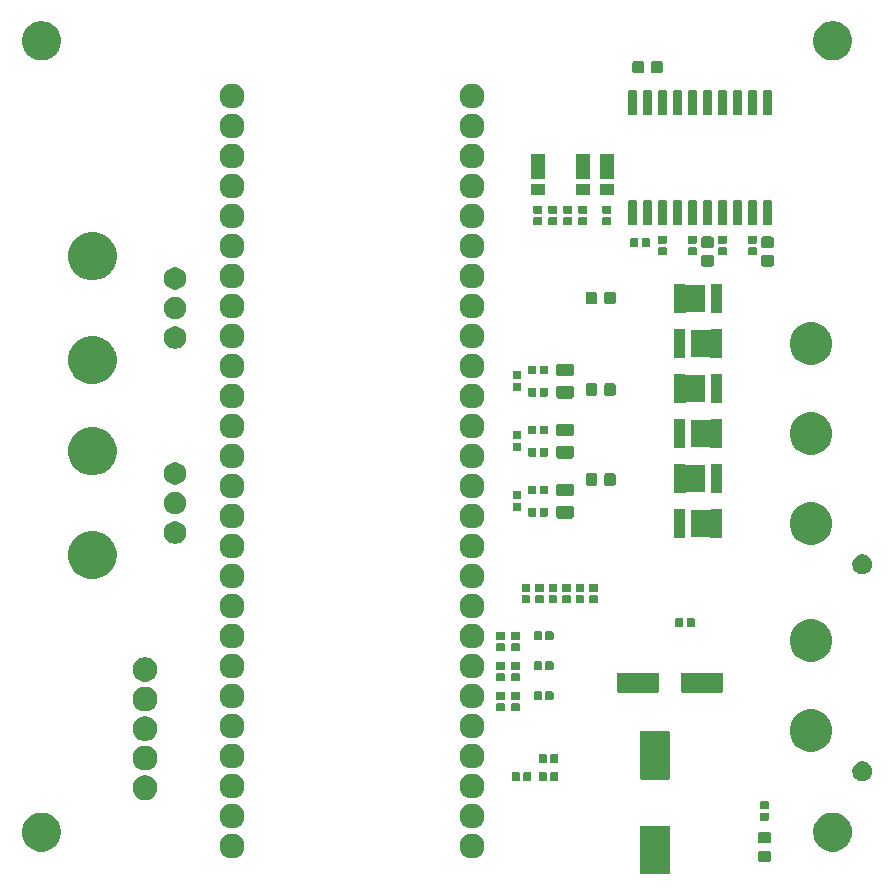
<source format=gts>
G04 #@! TF.GenerationSoftware,KiCad,Pcbnew,(5.0.2)-1*
G04 #@! TF.CreationDate,2020-05-08T19:47:47+09:00*
G04 #@! TF.ProjectId,Sensorless_BLDC_Driver,53656e73-6f72-46c6-9573-735f424c4443,rev?*
G04 #@! TF.SameCoordinates,Original*
G04 #@! TF.FileFunction,Soldermask,Top*
G04 #@! TF.FilePolarity,Negative*
%FSLAX46Y46*%
G04 Gerber Fmt 4.6, Leading zero omitted, Abs format (unit mm)*
G04 Created by KiCad (PCBNEW (5.0.2)-1) date 2020/05/08 19:47:47*
%MOMM*%
%LPD*%
G01*
G04 APERTURE LIST*
%ADD10C,0.100000*%
G04 APERTURE END LIST*
D10*
G36*
X214621935Y-147952671D02*
X214651874Y-147961753D01*
X214679469Y-147976503D01*
X214703651Y-147996349D01*
X214723497Y-148020531D01*
X214738247Y-148048126D01*
X214747329Y-148078065D01*
X214751000Y-148115340D01*
X214751000Y-151884660D01*
X214747329Y-151921935D01*
X214738247Y-151951874D01*
X214723497Y-151979469D01*
X214703651Y-152003651D01*
X214679469Y-152023497D01*
X214651874Y-152038247D01*
X214621935Y-152047329D01*
X214584660Y-152051000D01*
X212315340Y-152051000D01*
X212278065Y-152047329D01*
X212248126Y-152038247D01*
X212220531Y-152023497D01*
X212196349Y-152003651D01*
X212176503Y-151979469D01*
X212161753Y-151951874D01*
X212152671Y-151921935D01*
X212149000Y-151884660D01*
X212149000Y-148115340D01*
X212152671Y-148078065D01*
X212161753Y-148048126D01*
X212176503Y-148020531D01*
X212196349Y-147996349D01*
X212220531Y-147976503D01*
X212248126Y-147961753D01*
X212278065Y-147952671D01*
X212315340Y-147949000D01*
X214584660Y-147949000D01*
X214621935Y-147952671D01*
X214621935Y-147952671D01*
G37*
G36*
X223100591Y-150066085D02*
X223134569Y-150076393D01*
X223165887Y-150093133D01*
X223193339Y-150115661D01*
X223215867Y-150143113D01*
X223232607Y-150174431D01*
X223242915Y-150208409D01*
X223247000Y-150249890D01*
X223247000Y-150851110D01*
X223242915Y-150892591D01*
X223232607Y-150926569D01*
X223215867Y-150957887D01*
X223193339Y-150985339D01*
X223165887Y-151007867D01*
X223134569Y-151024607D01*
X223100591Y-151034915D01*
X223059110Y-151039000D01*
X222382890Y-151039000D01*
X222341409Y-151034915D01*
X222307431Y-151024607D01*
X222276113Y-151007867D01*
X222248661Y-150985339D01*
X222226133Y-150957887D01*
X222209393Y-150926569D01*
X222199085Y-150892591D01*
X222195000Y-150851110D01*
X222195000Y-150249890D01*
X222199085Y-150208409D01*
X222209393Y-150174431D01*
X222226133Y-150143113D01*
X222248661Y-150115661D01*
X222276113Y-150093133D01*
X222307431Y-150076393D01*
X222341409Y-150066085D01*
X222382890Y-150062000D01*
X223059110Y-150062000D01*
X223100591Y-150066085D01*
X223100591Y-150066085D01*
G37*
G36*
X198262565Y-148672389D02*
X198453834Y-148751615D01*
X198625976Y-148866637D01*
X198772363Y-149013024D01*
X198887385Y-149185166D01*
X198966611Y-149376435D01*
X199007000Y-149579484D01*
X199007000Y-149786516D01*
X198966611Y-149989565D01*
X198887385Y-150180834D01*
X198772363Y-150352976D01*
X198625976Y-150499363D01*
X198453834Y-150614385D01*
X198262565Y-150693611D01*
X198059516Y-150734000D01*
X197852484Y-150734000D01*
X197649435Y-150693611D01*
X197458166Y-150614385D01*
X197286024Y-150499363D01*
X197139637Y-150352976D01*
X197024615Y-150180834D01*
X196945389Y-149989565D01*
X196905000Y-149786516D01*
X196905000Y-149579484D01*
X196945389Y-149376435D01*
X197024615Y-149185166D01*
X197139637Y-149013024D01*
X197286024Y-148866637D01*
X197458166Y-148751615D01*
X197649435Y-148672389D01*
X197852484Y-148632000D01*
X198059516Y-148632000D01*
X198262565Y-148672389D01*
X198262565Y-148672389D01*
G37*
G36*
X177942565Y-148672389D02*
X178133834Y-148751615D01*
X178305976Y-148866637D01*
X178452363Y-149013024D01*
X178567385Y-149185166D01*
X178646611Y-149376435D01*
X178687000Y-149579484D01*
X178687000Y-149786516D01*
X178646611Y-149989565D01*
X178567385Y-150180834D01*
X178452363Y-150352976D01*
X178305976Y-150499363D01*
X178133834Y-150614385D01*
X177942565Y-150693611D01*
X177739516Y-150734000D01*
X177532484Y-150734000D01*
X177329435Y-150693611D01*
X177138166Y-150614385D01*
X176966024Y-150499363D01*
X176819637Y-150352976D01*
X176704615Y-150180834D01*
X176625389Y-149989565D01*
X176585000Y-149786516D01*
X176585000Y-149579484D01*
X176625389Y-149376435D01*
X176704615Y-149185166D01*
X176819637Y-149013024D01*
X176966024Y-148866637D01*
X177138166Y-148751615D01*
X177329435Y-148672389D01*
X177532484Y-148632000D01*
X177739516Y-148632000D01*
X177942565Y-148672389D01*
X177942565Y-148672389D01*
G37*
G36*
X228875256Y-146891298D02*
X228981579Y-146912447D01*
X229282042Y-147036903D01*
X229548852Y-147215180D01*
X229552454Y-147217587D01*
X229782413Y-147447546D01*
X229782415Y-147447549D01*
X229963097Y-147717958D01*
X230087553Y-148018421D01*
X230093462Y-148048126D01*
X230151000Y-148337389D01*
X230151000Y-148662611D01*
X230110417Y-148866635D01*
X230087553Y-148981579D01*
X229963097Y-149282042D01*
X229900025Y-149376435D01*
X229782413Y-149552454D01*
X229552454Y-149782413D01*
X229552451Y-149782415D01*
X229282042Y-149963097D01*
X228981579Y-150087553D01*
X228953526Y-150093133D01*
X228662611Y-150151000D01*
X228337389Y-150151000D01*
X228046474Y-150093133D01*
X228018421Y-150087553D01*
X227717958Y-149963097D01*
X227447549Y-149782415D01*
X227447546Y-149782413D01*
X227217587Y-149552454D01*
X227099975Y-149376435D01*
X227036903Y-149282042D01*
X226912447Y-148981579D01*
X226889583Y-148866635D01*
X226849000Y-148662611D01*
X226849000Y-148337389D01*
X226906538Y-148048126D01*
X226912447Y-148018421D01*
X227036903Y-147717958D01*
X227217585Y-147447549D01*
X227217587Y-147447546D01*
X227447546Y-147217587D01*
X227451148Y-147215180D01*
X227717958Y-147036903D01*
X228018421Y-146912447D01*
X228124744Y-146891298D01*
X228337389Y-146849000D01*
X228662611Y-146849000D01*
X228875256Y-146891298D01*
X228875256Y-146891298D01*
G37*
G36*
X161875256Y-146891298D02*
X161981579Y-146912447D01*
X162282042Y-147036903D01*
X162548852Y-147215180D01*
X162552454Y-147217587D01*
X162782413Y-147447546D01*
X162782415Y-147447549D01*
X162963097Y-147717958D01*
X163087553Y-148018421D01*
X163093462Y-148048126D01*
X163151000Y-148337389D01*
X163151000Y-148662611D01*
X163110417Y-148866635D01*
X163087553Y-148981579D01*
X162963097Y-149282042D01*
X162900025Y-149376435D01*
X162782413Y-149552454D01*
X162552454Y-149782413D01*
X162552451Y-149782415D01*
X162282042Y-149963097D01*
X161981579Y-150087553D01*
X161953526Y-150093133D01*
X161662611Y-150151000D01*
X161337389Y-150151000D01*
X161046474Y-150093133D01*
X161018421Y-150087553D01*
X160717958Y-149963097D01*
X160447549Y-149782415D01*
X160447546Y-149782413D01*
X160217587Y-149552454D01*
X160099975Y-149376435D01*
X160036903Y-149282042D01*
X159912447Y-148981579D01*
X159889583Y-148866635D01*
X159849000Y-148662611D01*
X159849000Y-148337389D01*
X159906538Y-148048126D01*
X159912447Y-148018421D01*
X160036903Y-147717958D01*
X160217585Y-147447549D01*
X160217587Y-147447546D01*
X160447546Y-147217587D01*
X160451148Y-147215180D01*
X160717958Y-147036903D01*
X161018421Y-146912447D01*
X161124744Y-146891298D01*
X161337389Y-146849000D01*
X161662611Y-146849000D01*
X161875256Y-146891298D01*
X161875256Y-146891298D01*
G37*
G36*
X223100591Y-148491085D02*
X223134569Y-148501393D01*
X223165887Y-148518133D01*
X223193339Y-148540661D01*
X223215867Y-148568113D01*
X223232607Y-148599431D01*
X223242915Y-148633409D01*
X223247000Y-148674890D01*
X223247000Y-149276110D01*
X223242915Y-149317591D01*
X223232607Y-149351569D01*
X223215867Y-149382887D01*
X223193339Y-149410339D01*
X223165887Y-149432867D01*
X223134569Y-149449607D01*
X223100591Y-149459915D01*
X223059110Y-149464000D01*
X222382890Y-149464000D01*
X222341409Y-149459915D01*
X222307431Y-149449607D01*
X222276113Y-149432867D01*
X222248661Y-149410339D01*
X222226133Y-149382887D01*
X222209393Y-149351569D01*
X222199085Y-149317591D01*
X222195000Y-149276110D01*
X222195000Y-148674890D01*
X222199085Y-148633409D01*
X222209393Y-148599431D01*
X222226133Y-148568113D01*
X222248661Y-148540661D01*
X222276113Y-148518133D01*
X222307431Y-148501393D01*
X222341409Y-148491085D01*
X222382890Y-148487000D01*
X223059110Y-148487000D01*
X223100591Y-148491085D01*
X223100591Y-148491085D01*
G37*
G36*
X177942565Y-146132389D02*
X178133834Y-146211615D01*
X178305976Y-146326637D01*
X178452363Y-146473024D01*
X178567385Y-146645166D01*
X178646611Y-146836435D01*
X178687000Y-147039484D01*
X178687000Y-147246516D01*
X178646611Y-147449565D01*
X178567385Y-147640834D01*
X178452363Y-147812976D01*
X178305976Y-147959363D01*
X178133834Y-148074385D01*
X177942565Y-148153611D01*
X177739516Y-148194000D01*
X177532484Y-148194000D01*
X177329435Y-148153611D01*
X177138166Y-148074385D01*
X176966024Y-147959363D01*
X176819637Y-147812976D01*
X176704615Y-147640834D01*
X176625389Y-147449565D01*
X176585000Y-147246516D01*
X176585000Y-147039484D01*
X176625389Y-146836435D01*
X176704615Y-146645166D01*
X176819637Y-146473024D01*
X176966024Y-146326637D01*
X177138166Y-146211615D01*
X177329435Y-146132389D01*
X177532484Y-146092000D01*
X177739516Y-146092000D01*
X177942565Y-146132389D01*
X177942565Y-146132389D01*
G37*
G36*
X198262565Y-146132389D02*
X198453834Y-146211615D01*
X198625976Y-146326637D01*
X198772363Y-146473024D01*
X198887385Y-146645166D01*
X198966611Y-146836435D01*
X199007000Y-147039484D01*
X199007000Y-147246516D01*
X198966611Y-147449565D01*
X198887385Y-147640834D01*
X198772363Y-147812976D01*
X198625976Y-147959363D01*
X198453834Y-148074385D01*
X198262565Y-148153611D01*
X198059516Y-148194000D01*
X197852484Y-148194000D01*
X197649435Y-148153611D01*
X197458166Y-148074385D01*
X197286024Y-147959363D01*
X197139637Y-147812976D01*
X197024615Y-147640834D01*
X196945389Y-147449565D01*
X196905000Y-147246516D01*
X196905000Y-147039484D01*
X196945389Y-146836435D01*
X197024615Y-146645166D01*
X197139637Y-146473024D01*
X197286024Y-146326637D01*
X197458166Y-146211615D01*
X197649435Y-146132389D01*
X197852484Y-146092000D01*
X198059516Y-146092000D01*
X198262565Y-146132389D01*
X198262565Y-146132389D01*
G37*
G36*
X223002938Y-146856716D02*
X223023556Y-146862970D01*
X223042556Y-146873126D01*
X223059208Y-146886792D01*
X223072874Y-146903444D01*
X223083030Y-146922444D01*
X223089284Y-146943062D01*
X223092000Y-146970640D01*
X223092000Y-147429360D01*
X223089284Y-147456938D01*
X223083030Y-147477556D01*
X223072874Y-147496556D01*
X223059208Y-147513208D01*
X223042556Y-147526874D01*
X223023556Y-147537030D01*
X223002938Y-147543284D01*
X222975360Y-147546000D01*
X222466640Y-147546000D01*
X222439062Y-147543284D01*
X222418444Y-147537030D01*
X222399444Y-147526874D01*
X222382792Y-147513208D01*
X222369126Y-147496556D01*
X222358970Y-147477556D01*
X222352716Y-147456938D01*
X222350000Y-147429360D01*
X222350000Y-146970640D01*
X222352716Y-146943062D01*
X222358970Y-146922444D01*
X222369126Y-146903444D01*
X222382792Y-146886792D01*
X222399444Y-146873126D01*
X222418444Y-146862970D01*
X222439062Y-146856716D01*
X222466640Y-146854000D01*
X222975360Y-146854000D01*
X223002938Y-146856716D01*
X223002938Y-146856716D01*
G37*
G36*
X223002938Y-145886716D02*
X223023556Y-145892970D01*
X223042556Y-145903126D01*
X223059208Y-145916792D01*
X223072874Y-145933444D01*
X223083030Y-145952444D01*
X223089284Y-145973062D01*
X223092000Y-146000640D01*
X223092000Y-146459360D01*
X223089284Y-146486938D01*
X223083030Y-146507556D01*
X223072874Y-146526556D01*
X223059208Y-146543208D01*
X223042556Y-146556874D01*
X223023556Y-146567030D01*
X223002938Y-146573284D01*
X222975360Y-146576000D01*
X222466640Y-146576000D01*
X222439062Y-146573284D01*
X222418444Y-146567030D01*
X222399444Y-146556874D01*
X222382792Y-146543208D01*
X222369126Y-146526556D01*
X222358970Y-146507556D01*
X222352716Y-146486938D01*
X222350000Y-146459360D01*
X222350000Y-146000640D01*
X222352716Y-145973062D01*
X222358970Y-145952444D01*
X222369126Y-145933444D01*
X222382792Y-145916792D01*
X222399444Y-145903126D01*
X222418444Y-145892970D01*
X222439062Y-145886716D01*
X222466640Y-145884000D01*
X222975360Y-145884000D01*
X223002938Y-145886716D01*
X223002938Y-145886716D01*
G37*
G36*
X170576565Y-143719389D02*
X170767834Y-143798615D01*
X170939976Y-143913637D01*
X171086363Y-144060024D01*
X171201385Y-144232166D01*
X171280611Y-144423435D01*
X171321000Y-144626484D01*
X171321000Y-144833516D01*
X171280611Y-145036565D01*
X171201385Y-145227834D01*
X171086363Y-145399976D01*
X170939976Y-145546363D01*
X170767834Y-145661385D01*
X170576565Y-145740611D01*
X170373516Y-145781000D01*
X170166484Y-145781000D01*
X169963435Y-145740611D01*
X169772166Y-145661385D01*
X169600024Y-145546363D01*
X169453637Y-145399976D01*
X169338615Y-145227834D01*
X169259389Y-145036565D01*
X169219000Y-144833516D01*
X169219000Y-144626484D01*
X169259389Y-144423435D01*
X169338615Y-144232166D01*
X169453637Y-144060024D01*
X169600024Y-143913637D01*
X169772166Y-143798615D01*
X169963435Y-143719389D01*
X170166484Y-143679000D01*
X170373516Y-143679000D01*
X170576565Y-143719389D01*
X170576565Y-143719389D01*
G37*
G36*
X177942565Y-143592389D02*
X178133834Y-143671615D01*
X178305976Y-143786637D01*
X178452363Y-143933024D01*
X178567385Y-144105166D01*
X178646611Y-144296435D01*
X178687000Y-144499484D01*
X178687000Y-144706516D01*
X178646611Y-144909565D01*
X178567385Y-145100834D01*
X178452363Y-145272976D01*
X178305976Y-145419363D01*
X178133834Y-145534385D01*
X177942565Y-145613611D01*
X177739516Y-145654000D01*
X177532484Y-145654000D01*
X177329435Y-145613611D01*
X177138166Y-145534385D01*
X176966024Y-145419363D01*
X176819637Y-145272976D01*
X176704615Y-145100834D01*
X176625389Y-144909565D01*
X176585000Y-144706516D01*
X176585000Y-144499484D01*
X176625389Y-144296435D01*
X176704615Y-144105166D01*
X176819637Y-143933024D01*
X176966024Y-143786637D01*
X177138166Y-143671615D01*
X177329435Y-143592389D01*
X177532484Y-143552000D01*
X177739516Y-143552000D01*
X177942565Y-143592389D01*
X177942565Y-143592389D01*
G37*
G36*
X198262565Y-143592389D02*
X198453834Y-143671615D01*
X198625976Y-143786637D01*
X198772363Y-143933024D01*
X198887385Y-144105166D01*
X198966611Y-144296435D01*
X199007000Y-144499484D01*
X199007000Y-144706516D01*
X198966611Y-144909565D01*
X198887385Y-145100834D01*
X198772363Y-145272976D01*
X198625976Y-145419363D01*
X198453834Y-145534385D01*
X198262565Y-145613611D01*
X198059516Y-145654000D01*
X197852484Y-145654000D01*
X197649435Y-145613611D01*
X197458166Y-145534385D01*
X197286024Y-145419363D01*
X197139637Y-145272976D01*
X197024615Y-145100834D01*
X196945389Y-144909565D01*
X196905000Y-144706516D01*
X196905000Y-144499484D01*
X196945389Y-144296435D01*
X197024615Y-144105166D01*
X197139637Y-143933024D01*
X197286024Y-143786637D01*
X197458166Y-143671615D01*
X197649435Y-143592389D01*
X197852484Y-143552000D01*
X198059516Y-143552000D01*
X198262565Y-143592389D01*
X198262565Y-143592389D01*
G37*
G36*
X231256228Y-142535703D02*
X231411100Y-142599853D01*
X231550481Y-142692985D01*
X231669015Y-142811519D01*
X231762147Y-142950900D01*
X231826297Y-143105772D01*
X231859000Y-143270184D01*
X231859000Y-143437816D01*
X231826297Y-143602228D01*
X231762147Y-143757100D01*
X231669015Y-143896481D01*
X231550481Y-144015015D01*
X231411100Y-144108147D01*
X231256228Y-144172297D01*
X231091816Y-144205000D01*
X230924184Y-144205000D01*
X230759772Y-144172297D01*
X230604900Y-144108147D01*
X230465519Y-144015015D01*
X230346985Y-143896481D01*
X230253853Y-143757100D01*
X230189703Y-143602228D01*
X230157000Y-143437816D01*
X230157000Y-143270184D01*
X230189703Y-143105772D01*
X230253853Y-142950900D01*
X230346985Y-142811519D01*
X230465519Y-142692985D01*
X230604900Y-142599853D01*
X230759772Y-142535703D01*
X230924184Y-142503000D01*
X231091816Y-142503000D01*
X231256228Y-142535703D01*
X231256228Y-142535703D01*
G37*
G36*
X205174938Y-143425716D02*
X205195556Y-143431970D01*
X205214556Y-143442126D01*
X205231208Y-143455792D01*
X205244874Y-143472444D01*
X205255030Y-143491444D01*
X205261284Y-143512062D01*
X205264000Y-143539640D01*
X205264000Y-144048360D01*
X205261284Y-144075938D01*
X205255030Y-144096556D01*
X205244874Y-144115556D01*
X205231208Y-144132208D01*
X205214556Y-144145874D01*
X205195556Y-144156030D01*
X205174938Y-144162284D01*
X205147360Y-144165000D01*
X204688640Y-144165000D01*
X204661062Y-144162284D01*
X204640444Y-144156030D01*
X204621444Y-144145874D01*
X204604792Y-144132208D01*
X204591126Y-144115556D01*
X204580970Y-144096556D01*
X204574716Y-144075938D01*
X204572000Y-144048360D01*
X204572000Y-143539640D01*
X204574716Y-143512062D01*
X204580970Y-143491444D01*
X204591126Y-143472444D01*
X204604792Y-143455792D01*
X204621444Y-143442126D01*
X204640444Y-143431970D01*
X204661062Y-143425716D01*
X204688640Y-143423000D01*
X205147360Y-143423000D01*
X205174938Y-143425716D01*
X205174938Y-143425716D01*
G37*
G36*
X204204938Y-143425716D02*
X204225556Y-143431970D01*
X204244556Y-143442126D01*
X204261208Y-143455792D01*
X204274874Y-143472444D01*
X204285030Y-143491444D01*
X204291284Y-143512062D01*
X204294000Y-143539640D01*
X204294000Y-144048360D01*
X204291284Y-144075938D01*
X204285030Y-144096556D01*
X204274874Y-144115556D01*
X204261208Y-144132208D01*
X204244556Y-144145874D01*
X204225556Y-144156030D01*
X204204938Y-144162284D01*
X204177360Y-144165000D01*
X203718640Y-144165000D01*
X203691062Y-144162284D01*
X203670444Y-144156030D01*
X203651444Y-144145874D01*
X203634792Y-144132208D01*
X203621126Y-144115556D01*
X203610970Y-144096556D01*
X203604716Y-144075938D01*
X203602000Y-144048360D01*
X203602000Y-143539640D01*
X203604716Y-143512062D01*
X203610970Y-143491444D01*
X203621126Y-143472444D01*
X203634792Y-143455792D01*
X203651444Y-143442126D01*
X203670444Y-143431970D01*
X203691062Y-143425716D01*
X203718640Y-143423000D01*
X204177360Y-143423000D01*
X204204938Y-143425716D01*
X204204938Y-143425716D01*
G37*
G36*
X201918938Y-143425716D02*
X201939556Y-143431970D01*
X201958556Y-143442126D01*
X201975208Y-143455792D01*
X201988874Y-143472444D01*
X201999030Y-143491444D01*
X202005284Y-143512062D01*
X202008000Y-143539640D01*
X202008000Y-144048360D01*
X202005284Y-144075938D01*
X201999030Y-144096556D01*
X201988874Y-144115556D01*
X201975208Y-144132208D01*
X201958556Y-144145874D01*
X201939556Y-144156030D01*
X201918938Y-144162284D01*
X201891360Y-144165000D01*
X201432640Y-144165000D01*
X201405062Y-144162284D01*
X201384444Y-144156030D01*
X201365444Y-144145874D01*
X201348792Y-144132208D01*
X201335126Y-144115556D01*
X201324970Y-144096556D01*
X201318716Y-144075938D01*
X201316000Y-144048360D01*
X201316000Y-143539640D01*
X201318716Y-143512062D01*
X201324970Y-143491444D01*
X201335126Y-143472444D01*
X201348792Y-143455792D01*
X201365444Y-143442126D01*
X201384444Y-143431970D01*
X201405062Y-143425716D01*
X201432640Y-143423000D01*
X201891360Y-143423000D01*
X201918938Y-143425716D01*
X201918938Y-143425716D01*
G37*
G36*
X202888938Y-143425716D02*
X202909556Y-143431970D01*
X202928556Y-143442126D01*
X202945208Y-143455792D01*
X202958874Y-143472444D01*
X202969030Y-143491444D01*
X202975284Y-143512062D01*
X202978000Y-143539640D01*
X202978000Y-144048360D01*
X202975284Y-144075938D01*
X202969030Y-144096556D01*
X202958874Y-144115556D01*
X202945208Y-144132208D01*
X202928556Y-144145874D01*
X202909556Y-144156030D01*
X202888938Y-144162284D01*
X202861360Y-144165000D01*
X202402640Y-144165000D01*
X202375062Y-144162284D01*
X202354444Y-144156030D01*
X202335444Y-144145874D01*
X202318792Y-144132208D01*
X202305126Y-144115556D01*
X202294970Y-144096556D01*
X202288716Y-144075938D01*
X202286000Y-144048360D01*
X202286000Y-143539640D01*
X202288716Y-143512062D01*
X202294970Y-143491444D01*
X202305126Y-143472444D01*
X202318792Y-143455792D01*
X202335444Y-143442126D01*
X202354444Y-143431970D01*
X202375062Y-143425716D01*
X202402640Y-143423000D01*
X202861360Y-143423000D01*
X202888938Y-143425716D01*
X202888938Y-143425716D01*
G37*
G36*
X214621935Y-139952671D02*
X214651874Y-139961753D01*
X214679469Y-139976503D01*
X214703651Y-139996349D01*
X214723497Y-140020531D01*
X214738247Y-140048126D01*
X214747329Y-140078065D01*
X214751000Y-140115340D01*
X214751000Y-143884660D01*
X214747329Y-143921935D01*
X214738247Y-143951874D01*
X214723497Y-143979469D01*
X214703651Y-144003651D01*
X214679469Y-144023497D01*
X214651874Y-144038247D01*
X214621935Y-144047329D01*
X214584660Y-144051000D01*
X212315340Y-144051000D01*
X212278065Y-144047329D01*
X212248126Y-144038247D01*
X212220531Y-144023497D01*
X212196349Y-144003651D01*
X212176503Y-143979469D01*
X212161753Y-143951874D01*
X212152671Y-143921935D01*
X212149000Y-143884660D01*
X212149000Y-140115340D01*
X212152671Y-140078065D01*
X212161753Y-140048126D01*
X212176503Y-140020531D01*
X212196349Y-139996349D01*
X212220531Y-139976503D01*
X212248126Y-139961753D01*
X212278065Y-139952671D01*
X212315340Y-139949000D01*
X214584660Y-139949000D01*
X214621935Y-139952671D01*
X214621935Y-139952671D01*
G37*
G36*
X170576565Y-141219389D02*
X170767834Y-141298615D01*
X170939976Y-141413637D01*
X171086363Y-141560024D01*
X171201385Y-141732166D01*
X171280611Y-141923435D01*
X171321000Y-142126484D01*
X171321000Y-142333516D01*
X171280611Y-142536565D01*
X171201385Y-142727834D01*
X171086363Y-142899976D01*
X170939976Y-143046363D01*
X170767834Y-143161385D01*
X170576565Y-143240611D01*
X170373516Y-143281000D01*
X170166484Y-143281000D01*
X169963435Y-143240611D01*
X169772166Y-143161385D01*
X169600024Y-143046363D01*
X169453637Y-142899976D01*
X169338615Y-142727834D01*
X169259389Y-142536565D01*
X169219000Y-142333516D01*
X169219000Y-142126484D01*
X169259389Y-141923435D01*
X169338615Y-141732166D01*
X169453637Y-141560024D01*
X169600024Y-141413637D01*
X169772166Y-141298615D01*
X169963435Y-141219389D01*
X170166484Y-141179000D01*
X170373516Y-141179000D01*
X170576565Y-141219389D01*
X170576565Y-141219389D01*
G37*
G36*
X198262565Y-141052389D02*
X198453834Y-141131615D01*
X198625976Y-141246637D01*
X198772363Y-141393024D01*
X198887385Y-141565166D01*
X198966611Y-141756435D01*
X199007000Y-141959484D01*
X199007000Y-142166516D01*
X198966611Y-142369565D01*
X198887385Y-142560834D01*
X198772363Y-142732976D01*
X198625976Y-142879363D01*
X198453834Y-142994385D01*
X198262565Y-143073611D01*
X198059516Y-143114000D01*
X197852484Y-143114000D01*
X197649435Y-143073611D01*
X197458166Y-142994385D01*
X197286024Y-142879363D01*
X197139637Y-142732976D01*
X197024615Y-142560834D01*
X196945389Y-142369565D01*
X196905000Y-142166516D01*
X196905000Y-141959484D01*
X196945389Y-141756435D01*
X197024615Y-141565166D01*
X197139637Y-141393024D01*
X197286024Y-141246637D01*
X197458166Y-141131615D01*
X197649435Y-141052389D01*
X197852484Y-141012000D01*
X198059516Y-141012000D01*
X198262565Y-141052389D01*
X198262565Y-141052389D01*
G37*
G36*
X177942565Y-141052389D02*
X178133834Y-141131615D01*
X178305976Y-141246637D01*
X178452363Y-141393024D01*
X178567385Y-141565166D01*
X178646611Y-141756435D01*
X178687000Y-141959484D01*
X178687000Y-142166516D01*
X178646611Y-142369565D01*
X178567385Y-142560834D01*
X178452363Y-142732976D01*
X178305976Y-142879363D01*
X178133834Y-142994385D01*
X177942565Y-143073611D01*
X177739516Y-143114000D01*
X177532484Y-143114000D01*
X177329435Y-143073611D01*
X177138166Y-142994385D01*
X176966024Y-142879363D01*
X176819637Y-142732976D01*
X176704615Y-142560834D01*
X176625389Y-142369565D01*
X176585000Y-142166516D01*
X176585000Y-141959484D01*
X176625389Y-141756435D01*
X176704615Y-141565166D01*
X176819637Y-141393024D01*
X176966024Y-141246637D01*
X177138166Y-141131615D01*
X177329435Y-141052389D01*
X177532484Y-141012000D01*
X177739516Y-141012000D01*
X177942565Y-141052389D01*
X177942565Y-141052389D01*
G37*
G36*
X204204938Y-141901716D02*
X204225556Y-141907970D01*
X204244556Y-141918126D01*
X204261208Y-141931792D01*
X204274874Y-141948444D01*
X204285030Y-141967444D01*
X204291284Y-141988062D01*
X204294000Y-142015640D01*
X204294000Y-142524360D01*
X204291284Y-142551938D01*
X204285030Y-142572556D01*
X204274874Y-142591556D01*
X204261208Y-142608208D01*
X204244556Y-142621874D01*
X204225556Y-142632030D01*
X204204938Y-142638284D01*
X204177360Y-142641000D01*
X203718640Y-142641000D01*
X203691062Y-142638284D01*
X203670444Y-142632030D01*
X203651444Y-142621874D01*
X203634792Y-142608208D01*
X203621126Y-142591556D01*
X203610970Y-142572556D01*
X203604716Y-142551938D01*
X203602000Y-142524360D01*
X203602000Y-142015640D01*
X203604716Y-141988062D01*
X203610970Y-141967444D01*
X203621126Y-141948444D01*
X203634792Y-141931792D01*
X203651444Y-141918126D01*
X203670444Y-141907970D01*
X203691062Y-141901716D01*
X203718640Y-141899000D01*
X204177360Y-141899000D01*
X204204938Y-141901716D01*
X204204938Y-141901716D01*
G37*
G36*
X205174938Y-141901716D02*
X205195556Y-141907970D01*
X205214556Y-141918126D01*
X205231208Y-141931792D01*
X205244874Y-141948444D01*
X205255030Y-141967444D01*
X205261284Y-141988062D01*
X205264000Y-142015640D01*
X205264000Y-142524360D01*
X205261284Y-142551938D01*
X205255030Y-142572556D01*
X205244874Y-142591556D01*
X205231208Y-142608208D01*
X205214556Y-142621874D01*
X205195556Y-142632030D01*
X205174938Y-142638284D01*
X205147360Y-142641000D01*
X204688640Y-142641000D01*
X204661062Y-142638284D01*
X204640444Y-142632030D01*
X204621444Y-142621874D01*
X204604792Y-142608208D01*
X204591126Y-142591556D01*
X204580970Y-142572556D01*
X204574716Y-142551938D01*
X204572000Y-142524360D01*
X204572000Y-142015640D01*
X204574716Y-141988062D01*
X204580970Y-141967444D01*
X204591126Y-141948444D01*
X204604792Y-141931792D01*
X204621444Y-141918126D01*
X204640444Y-141907970D01*
X204661062Y-141901716D01*
X204688640Y-141899000D01*
X205147360Y-141899000D01*
X205174938Y-141901716D01*
X205174938Y-141901716D01*
G37*
G36*
X227183331Y-138172211D02*
X227511092Y-138307974D01*
X227806073Y-138505074D01*
X228056926Y-138755927D01*
X228254026Y-139050908D01*
X228389789Y-139378669D01*
X228459000Y-139726616D01*
X228459000Y-140081384D01*
X228389789Y-140429331D01*
X228254026Y-140757092D01*
X228056926Y-141052073D01*
X227806073Y-141302926D01*
X227511092Y-141500026D01*
X227183331Y-141635789D01*
X226835384Y-141705000D01*
X226480616Y-141705000D01*
X226132669Y-141635789D01*
X225804908Y-141500026D01*
X225509927Y-141302926D01*
X225259074Y-141052073D01*
X225061974Y-140757092D01*
X224926211Y-140429331D01*
X224857000Y-140081384D01*
X224857000Y-139726616D01*
X224926211Y-139378669D01*
X225061974Y-139050908D01*
X225259074Y-138755927D01*
X225509927Y-138505074D01*
X225804908Y-138307974D01*
X226132669Y-138172211D01*
X226480616Y-138103000D01*
X226835384Y-138103000D01*
X227183331Y-138172211D01*
X227183331Y-138172211D01*
G37*
G36*
X170576565Y-138719389D02*
X170767834Y-138798615D01*
X170939976Y-138913637D01*
X171086363Y-139060024D01*
X171201385Y-139232166D01*
X171280611Y-139423435D01*
X171321000Y-139626484D01*
X171321000Y-139833516D01*
X171280611Y-140036565D01*
X171201385Y-140227834D01*
X171086363Y-140399976D01*
X170939976Y-140546363D01*
X170767834Y-140661385D01*
X170576565Y-140740611D01*
X170373516Y-140781000D01*
X170166484Y-140781000D01*
X169963435Y-140740611D01*
X169772166Y-140661385D01*
X169600024Y-140546363D01*
X169453637Y-140399976D01*
X169338615Y-140227834D01*
X169259389Y-140036565D01*
X169219000Y-139833516D01*
X169219000Y-139626484D01*
X169259389Y-139423435D01*
X169338615Y-139232166D01*
X169453637Y-139060024D01*
X169600024Y-138913637D01*
X169772166Y-138798615D01*
X169963435Y-138719389D01*
X170166484Y-138679000D01*
X170373516Y-138679000D01*
X170576565Y-138719389D01*
X170576565Y-138719389D01*
G37*
G36*
X177942565Y-138512389D02*
X178133834Y-138591615D01*
X178305976Y-138706637D01*
X178452363Y-138853024D01*
X178567385Y-139025166D01*
X178646611Y-139216435D01*
X178687000Y-139419484D01*
X178687000Y-139626516D01*
X178646611Y-139829565D01*
X178567385Y-140020834D01*
X178452363Y-140192976D01*
X178305976Y-140339363D01*
X178133834Y-140454385D01*
X177942565Y-140533611D01*
X177739516Y-140574000D01*
X177532484Y-140574000D01*
X177329435Y-140533611D01*
X177138166Y-140454385D01*
X176966024Y-140339363D01*
X176819637Y-140192976D01*
X176704615Y-140020834D01*
X176625389Y-139829565D01*
X176585000Y-139626516D01*
X176585000Y-139419484D01*
X176625389Y-139216435D01*
X176704615Y-139025166D01*
X176819637Y-138853024D01*
X176966024Y-138706637D01*
X177138166Y-138591615D01*
X177329435Y-138512389D01*
X177532484Y-138472000D01*
X177739516Y-138472000D01*
X177942565Y-138512389D01*
X177942565Y-138512389D01*
G37*
G36*
X198262565Y-138512389D02*
X198453834Y-138591615D01*
X198625976Y-138706637D01*
X198772363Y-138853024D01*
X198887385Y-139025166D01*
X198966611Y-139216435D01*
X199007000Y-139419484D01*
X199007000Y-139626516D01*
X198966611Y-139829565D01*
X198887385Y-140020834D01*
X198772363Y-140192976D01*
X198625976Y-140339363D01*
X198453834Y-140454385D01*
X198262565Y-140533611D01*
X198059516Y-140574000D01*
X197852484Y-140574000D01*
X197649435Y-140533611D01*
X197458166Y-140454385D01*
X197286024Y-140339363D01*
X197139637Y-140192976D01*
X197024615Y-140020834D01*
X196945389Y-139829565D01*
X196905000Y-139626516D01*
X196905000Y-139419484D01*
X196945389Y-139216435D01*
X197024615Y-139025166D01*
X197139637Y-138853024D01*
X197286024Y-138706637D01*
X197458166Y-138591615D01*
X197649435Y-138512389D01*
X197852484Y-138472000D01*
X198059516Y-138472000D01*
X198262565Y-138512389D01*
X198262565Y-138512389D01*
G37*
G36*
X170576565Y-136219389D02*
X170767834Y-136298615D01*
X170939976Y-136413637D01*
X171086363Y-136560024D01*
X171201385Y-136732166D01*
X171280611Y-136923435D01*
X171321000Y-137126484D01*
X171321000Y-137333516D01*
X171280611Y-137536565D01*
X171201385Y-137727834D01*
X171086363Y-137899976D01*
X170939976Y-138046363D01*
X170767834Y-138161385D01*
X170576565Y-138240611D01*
X170373516Y-138281000D01*
X170166484Y-138281000D01*
X169963435Y-138240611D01*
X169772166Y-138161385D01*
X169600024Y-138046363D01*
X169453637Y-137899976D01*
X169338615Y-137727834D01*
X169259389Y-137536565D01*
X169219000Y-137333516D01*
X169219000Y-137126484D01*
X169259389Y-136923435D01*
X169338615Y-136732166D01*
X169453637Y-136560024D01*
X169600024Y-136413637D01*
X169772166Y-136298615D01*
X169963435Y-136219389D01*
X170166484Y-136179000D01*
X170373516Y-136179000D01*
X170576565Y-136219389D01*
X170576565Y-136219389D01*
G37*
G36*
X200650938Y-137585716D02*
X200671556Y-137591970D01*
X200690556Y-137602126D01*
X200707208Y-137615792D01*
X200720874Y-137632444D01*
X200731030Y-137651444D01*
X200737284Y-137672062D01*
X200740000Y-137699640D01*
X200740000Y-138158360D01*
X200737284Y-138185938D01*
X200731030Y-138206556D01*
X200720874Y-138225556D01*
X200707208Y-138242208D01*
X200690556Y-138255874D01*
X200671556Y-138266030D01*
X200650938Y-138272284D01*
X200623360Y-138275000D01*
X200114640Y-138275000D01*
X200087062Y-138272284D01*
X200066444Y-138266030D01*
X200047444Y-138255874D01*
X200030792Y-138242208D01*
X200017126Y-138225556D01*
X200006970Y-138206556D01*
X200000716Y-138185938D01*
X199998000Y-138158360D01*
X199998000Y-137699640D01*
X200000716Y-137672062D01*
X200006970Y-137651444D01*
X200017126Y-137632444D01*
X200030792Y-137615792D01*
X200047444Y-137602126D01*
X200066444Y-137591970D01*
X200087062Y-137585716D01*
X200114640Y-137583000D01*
X200623360Y-137583000D01*
X200650938Y-137585716D01*
X200650938Y-137585716D01*
G37*
G36*
X201920938Y-137585716D02*
X201941556Y-137591970D01*
X201960556Y-137602126D01*
X201977208Y-137615792D01*
X201990874Y-137632444D01*
X202001030Y-137651444D01*
X202007284Y-137672062D01*
X202010000Y-137699640D01*
X202010000Y-138158360D01*
X202007284Y-138185938D01*
X202001030Y-138206556D01*
X201990874Y-138225556D01*
X201977208Y-138242208D01*
X201960556Y-138255874D01*
X201941556Y-138266030D01*
X201920938Y-138272284D01*
X201893360Y-138275000D01*
X201384640Y-138275000D01*
X201357062Y-138272284D01*
X201336444Y-138266030D01*
X201317444Y-138255874D01*
X201300792Y-138242208D01*
X201287126Y-138225556D01*
X201276970Y-138206556D01*
X201270716Y-138185938D01*
X201268000Y-138158360D01*
X201268000Y-137699640D01*
X201270716Y-137672062D01*
X201276970Y-137651444D01*
X201287126Y-137632444D01*
X201300792Y-137615792D01*
X201317444Y-137602126D01*
X201336444Y-137591970D01*
X201357062Y-137585716D01*
X201384640Y-137583000D01*
X201893360Y-137583000D01*
X201920938Y-137585716D01*
X201920938Y-137585716D01*
G37*
G36*
X198262565Y-135972389D02*
X198453834Y-136051615D01*
X198625976Y-136166637D01*
X198772363Y-136313024D01*
X198887385Y-136485166D01*
X198966611Y-136676435D01*
X199007000Y-136879484D01*
X199007000Y-137086516D01*
X198966611Y-137289565D01*
X198887385Y-137480834D01*
X198772363Y-137652976D01*
X198625976Y-137799363D01*
X198453834Y-137914385D01*
X198262565Y-137993611D01*
X198059516Y-138034000D01*
X197852484Y-138034000D01*
X197649435Y-137993611D01*
X197458166Y-137914385D01*
X197286024Y-137799363D01*
X197139637Y-137652976D01*
X197024615Y-137480834D01*
X196945389Y-137289565D01*
X196905000Y-137086516D01*
X196905000Y-136879484D01*
X196945389Y-136676435D01*
X197024615Y-136485166D01*
X197139637Y-136313024D01*
X197286024Y-136166637D01*
X197458166Y-136051615D01*
X197649435Y-135972389D01*
X197852484Y-135932000D01*
X198059516Y-135932000D01*
X198262565Y-135972389D01*
X198262565Y-135972389D01*
G37*
G36*
X177942565Y-135972389D02*
X178133834Y-136051615D01*
X178305976Y-136166637D01*
X178452363Y-136313024D01*
X178567385Y-136485166D01*
X178646611Y-136676435D01*
X178687000Y-136879484D01*
X178687000Y-137086516D01*
X178646611Y-137289565D01*
X178567385Y-137480834D01*
X178452363Y-137652976D01*
X178305976Y-137799363D01*
X178133834Y-137914385D01*
X177942565Y-137993611D01*
X177739516Y-138034000D01*
X177532484Y-138034000D01*
X177329435Y-137993611D01*
X177138166Y-137914385D01*
X176966024Y-137799363D01*
X176819637Y-137652976D01*
X176704615Y-137480834D01*
X176625389Y-137289565D01*
X176585000Y-137086516D01*
X176585000Y-136879484D01*
X176625389Y-136676435D01*
X176704615Y-136485166D01*
X176819637Y-136313024D01*
X176966024Y-136166637D01*
X177138166Y-136051615D01*
X177329435Y-135972389D01*
X177532484Y-135932000D01*
X177739516Y-135932000D01*
X177942565Y-135972389D01*
X177942565Y-135972389D01*
G37*
G36*
X204770938Y-136590716D02*
X204791556Y-136596970D01*
X204810556Y-136607126D01*
X204827208Y-136620792D01*
X204840874Y-136637444D01*
X204851030Y-136656444D01*
X204857284Y-136677062D01*
X204860000Y-136704640D01*
X204860000Y-137213360D01*
X204857284Y-137240938D01*
X204851030Y-137261556D01*
X204840874Y-137280556D01*
X204827208Y-137297208D01*
X204810556Y-137310874D01*
X204791556Y-137321030D01*
X204770938Y-137327284D01*
X204743360Y-137330000D01*
X204284640Y-137330000D01*
X204257062Y-137327284D01*
X204236444Y-137321030D01*
X204217444Y-137310874D01*
X204200792Y-137297208D01*
X204187126Y-137280556D01*
X204176970Y-137261556D01*
X204170716Y-137240938D01*
X204168000Y-137213360D01*
X204168000Y-136704640D01*
X204170716Y-136677062D01*
X204176970Y-136656444D01*
X204187126Y-136637444D01*
X204200792Y-136620792D01*
X204217444Y-136607126D01*
X204236444Y-136596970D01*
X204257062Y-136590716D01*
X204284640Y-136588000D01*
X204743360Y-136588000D01*
X204770938Y-136590716D01*
X204770938Y-136590716D01*
G37*
G36*
X203800938Y-136590716D02*
X203821556Y-136596970D01*
X203840556Y-136607126D01*
X203857208Y-136620792D01*
X203870874Y-136637444D01*
X203881030Y-136656444D01*
X203887284Y-136677062D01*
X203890000Y-136704640D01*
X203890000Y-137213360D01*
X203887284Y-137240938D01*
X203881030Y-137261556D01*
X203870874Y-137280556D01*
X203857208Y-137297208D01*
X203840556Y-137310874D01*
X203821556Y-137321030D01*
X203800938Y-137327284D01*
X203773360Y-137330000D01*
X203314640Y-137330000D01*
X203287062Y-137327284D01*
X203266444Y-137321030D01*
X203247444Y-137310874D01*
X203230792Y-137297208D01*
X203217126Y-137280556D01*
X203206970Y-137261556D01*
X203200716Y-137240938D01*
X203198000Y-137213360D01*
X203198000Y-136704640D01*
X203200716Y-136677062D01*
X203206970Y-136656444D01*
X203217126Y-136637444D01*
X203230792Y-136620792D01*
X203247444Y-136607126D01*
X203266444Y-136596970D01*
X203287062Y-136590716D01*
X203314640Y-136588000D01*
X203773360Y-136588000D01*
X203800938Y-136590716D01*
X203800938Y-136590716D01*
G37*
G36*
X200650938Y-136615716D02*
X200671556Y-136621970D01*
X200690556Y-136632126D01*
X200707208Y-136645792D01*
X200720874Y-136662444D01*
X200731030Y-136681444D01*
X200737284Y-136702062D01*
X200740000Y-136729640D01*
X200740000Y-137188360D01*
X200737284Y-137215938D01*
X200731030Y-137236556D01*
X200720874Y-137255556D01*
X200707208Y-137272208D01*
X200690556Y-137285874D01*
X200671556Y-137296030D01*
X200650938Y-137302284D01*
X200623360Y-137305000D01*
X200114640Y-137305000D01*
X200087062Y-137302284D01*
X200066444Y-137296030D01*
X200047444Y-137285874D01*
X200030792Y-137272208D01*
X200017126Y-137255556D01*
X200006970Y-137236556D01*
X200000716Y-137215938D01*
X199998000Y-137188360D01*
X199998000Y-136729640D01*
X200000716Y-136702062D01*
X200006970Y-136681444D01*
X200017126Y-136662444D01*
X200030792Y-136645792D01*
X200047444Y-136632126D01*
X200066444Y-136621970D01*
X200087062Y-136615716D01*
X200114640Y-136613000D01*
X200623360Y-136613000D01*
X200650938Y-136615716D01*
X200650938Y-136615716D01*
G37*
G36*
X201920938Y-136615716D02*
X201941556Y-136621970D01*
X201960556Y-136632126D01*
X201977208Y-136645792D01*
X201990874Y-136662444D01*
X202001030Y-136681444D01*
X202007284Y-136702062D01*
X202010000Y-136729640D01*
X202010000Y-137188360D01*
X202007284Y-137215938D01*
X202001030Y-137236556D01*
X201990874Y-137255556D01*
X201977208Y-137272208D01*
X201960556Y-137285874D01*
X201941556Y-137296030D01*
X201920938Y-137302284D01*
X201893360Y-137305000D01*
X201384640Y-137305000D01*
X201357062Y-137302284D01*
X201336444Y-137296030D01*
X201317444Y-137285874D01*
X201300792Y-137272208D01*
X201287126Y-137255556D01*
X201276970Y-137236556D01*
X201270716Y-137215938D01*
X201268000Y-137188360D01*
X201268000Y-136729640D01*
X201270716Y-136702062D01*
X201276970Y-136681444D01*
X201287126Y-136662444D01*
X201300792Y-136645792D01*
X201317444Y-136632126D01*
X201336444Y-136621970D01*
X201357062Y-136615716D01*
X201384640Y-136613000D01*
X201893360Y-136613000D01*
X201920938Y-136615716D01*
X201920938Y-136615716D01*
G37*
G36*
X213675996Y-134993051D02*
X213709653Y-135003261D01*
X213740667Y-135019838D01*
X213767852Y-135042148D01*
X213790162Y-135069333D01*
X213806739Y-135100347D01*
X213816949Y-135134004D01*
X213821000Y-135175138D01*
X213821000Y-136504862D01*
X213816949Y-136545996D01*
X213806739Y-136579653D01*
X213790162Y-136610667D01*
X213767852Y-136637852D01*
X213740667Y-136660162D01*
X213709653Y-136676739D01*
X213675996Y-136686949D01*
X213634862Y-136691000D01*
X210405138Y-136691000D01*
X210364004Y-136686949D01*
X210330347Y-136676739D01*
X210299333Y-136660162D01*
X210272148Y-136637852D01*
X210249838Y-136610667D01*
X210233261Y-136579653D01*
X210223051Y-136545996D01*
X210219000Y-136504862D01*
X210219000Y-135175138D01*
X210223051Y-135134004D01*
X210233261Y-135100347D01*
X210249838Y-135069333D01*
X210272148Y-135042148D01*
X210299333Y-135019838D01*
X210330347Y-135003261D01*
X210364004Y-134993051D01*
X210405138Y-134989000D01*
X213634862Y-134989000D01*
X213675996Y-134993051D01*
X213675996Y-134993051D01*
G37*
G36*
X219075996Y-134993051D02*
X219109653Y-135003261D01*
X219140667Y-135019838D01*
X219167852Y-135042148D01*
X219190162Y-135069333D01*
X219206739Y-135100347D01*
X219216949Y-135134004D01*
X219221000Y-135175138D01*
X219221000Y-136504862D01*
X219216949Y-136545996D01*
X219206739Y-136579653D01*
X219190162Y-136610667D01*
X219167852Y-136637852D01*
X219140667Y-136660162D01*
X219109653Y-136676739D01*
X219075996Y-136686949D01*
X219034862Y-136691000D01*
X215805138Y-136691000D01*
X215764004Y-136686949D01*
X215730347Y-136676739D01*
X215699333Y-136660162D01*
X215672148Y-136637852D01*
X215649838Y-136610667D01*
X215633261Y-136579653D01*
X215623051Y-136545996D01*
X215619000Y-136504862D01*
X215619000Y-135175138D01*
X215623051Y-135134004D01*
X215633261Y-135100347D01*
X215649838Y-135069333D01*
X215672148Y-135042148D01*
X215699333Y-135019838D01*
X215730347Y-135003261D01*
X215764004Y-134993051D01*
X215805138Y-134989000D01*
X219034862Y-134989000D01*
X219075996Y-134993051D01*
X219075996Y-134993051D01*
G37*
G36*
X170576565Y-133719389D02*
X170767834Y-133798615D01*
X170939976Y-133913637D01*
X171086363Y-134060024D01*
X171201385Y-134232166D01*
X171280611Y-134423435D01*
X171321000Y-134626484D01*
X171321000Y-134833516D01*
X171280611Y-135036565D01*
X171201385Y-135227834D01*
X171086363Y-135399976D01*
X170939976Y-135546363D01*
X170767834Y-135661385D01*
X170576565Y-135740611D01*
X170373516Y-135781000D01*
X170166484Y-135781000D01*
X169963435Y-135740611D01*
X169772166Y-135661385D01*
X169600024Y-135546363D01*
X169453637Y-135399976D01*
X169338615Y-135227834D01*
X169259389Y-135036565D01*
X169219000Y-134833516D01*
X169219000Y-134626484D01*
X169259389Y-134423435D01*
X169338615Y-134232166D01*
X169453637Y-134060024D01*
X169600024Y-133913637D01*
X169772166Y-133798615D01*
X169963435Y-133719389D01*
X170166484Y-133679000D01*
X170373516Y-133679000D01*
X170576565Y-133719389D01*
X170576565Y-133719389D01*
G37*
G36*
X201920938Y-135045716D02*
X201941556Y-135051970D01*
X201960556Y-135062126D01*
X201977208Y-135075792D01*
X201990874Y-135092444D01*
X202001030Y-135111444D01*
X202007284Y-135132062D01*
X202010000Y-135159640D01*
X202010000Y-135618360D01*
X202007284Y-135645938D01*
X202001030Y-135666556D01*
X201990874Y-135685556D01*
X201977208Y-135702208D01*
X201960556Y-135715874D01*
X201941556Y-135726030D01*
X201920938Y-135732284D01*
X201893360Y-135735000D01*
X201384640Y-135735000D01*
X201357062Y-135732284D01*
X201336444Y-135726030D01*
X201317444Y-135715874D01*
X201300792Y-135702208D01*
X201287126Y-135685556D01*
X201276970Y-135666556D01*
X201270716Y-135645938D01*
X201268000Y-135618360D01*
X201268000Y-135159640D01*
X201270716Y-135132062D01*
X201276970Y-135111444D01*
X201287126Y-135092444D01*
X201300792Y-135075792D01*
X201317444Y-135062126D01*
X201336444Y-135051970D01*
X201357062Y-135045716D01*
X201384640Y-135043000D01*
X201893360Y-135043000D01*
X201920938Y-135045716D01*
X201920938Y-135045716D01*
G37*
G36*
X200650938Y-135045716D02*
X200671556Y-135051970D01*
X200690556Y-135062126D01*
X200707208Y-135075792D01*
X200720874Y-135092444D01*
X200731030Y-135111444D01*
X200737284Y-135132062D01*
X200740000Y-135159640D01*
X200740000Y-135618360D01*
X200737284Y-135645938D01*
X200731030Y-135666556D01*
X200720874Y-135685556D01*
X200707208Y-135702208D01*
X200690556Y-135715874D01*
X200671556Y-135726030D01*
X200650938Y-135732284D01*
X200623360Y-135735000D01*
X200114640Y-135735000D01*
X200087062Y-135732284D01*
X200066444Y-135726030D01*
X200047444Y-135715874D01*
X200030792Y-135702208D01*
X200017126Y-135685556D01*
X200006970Y-135666556D01*
X200000716Y-135645938D01*
X199998000Y-135618360D01*
X199998000Y-135159640D01*
X200000716Y-135132062D01*
X200006970Y-135111444D01*
X200017126Y-135092444D01*
X200030792Y-135075792D01*
X200047444Y-135062126D01*
X200066444Y-135051970D01*
X200087062Y-135045716D01*
X200114640Y-135043000D01*
X200623360Y-135043000D01*
X200650938Y-135045716D01*
X200650938Y-135045716D01*
G37*
G36*
X198262565Y-133432389D02*
X198453834Y-133511615D01*
X198625976Y-133626637D01*
X198772363Y-133773024D01*
X198887385Y-133945166D01*
X198966611Y-134136435D01*
X199007000Y-134339484D01*
X199007000Y-134546516D01*
X198966611Y-134749565D01*
X198887385Y-134940834D01*
X198772363Y-135112976D01*
X198625976Y-135259363D01*
X198453834Y-135374385D01*
X198262565Y-135453611D01*
X198059516Y-135494000D01*
X197852484Y-135494000D01*
X197649435Y-135453611D01*
X197458166Y-135374385D01*
X197286024Y-135259363D01*
X197139637Y-135112976D01*
X197024615Y-134940834D01*
X196945389Y-134749565D01*
X196905000Y-134546516D01*
X196905000Y-134339484D01*
X196945389Y-134136435D01*
X197024615Y-133945166D01*
X197139637Y-133773024D01*
X197286024Y-133626637D01*
X197458166Y-133511615D01*
X197649435Y-133432389D01*
X197852484Y-133392000D01*
X198059516Y-133392000D01*
X198262565Y-133432389D01*
X198262565Y-133432389D01*
G37*
G36*
X177942565Y-133432389D02*
X178133834Y-133511615D01*
X178305976Y-133626637D01*
X178452363Y-133773024D01*
X178567385Y-133945166D01*
X178646611Y-134136435D01*
X178687000Y-134339484D01*
X178687000Y-134546516D01*
X178646611Y-134749565D01*
X178567385Y-134940834D01*
X178452363Y-135112976D01*
X178305976Y-135259363D01*
X178133834Y-135374385D01*
X177942565Y-135453611D01*
X177739516Y-135494000D01*
X177532484Y-135494000D01*
X177329435Y-135453611D01*
X177138166Y-135374385D01*
X176966024Y-135259363D01*
X176819637Y-135112976D01*
X176704615Y-134940834D01*
X176625389Y-134749565D01*
X176585000Y-134546516D01*
X176585000Y-134339484D01*
X176625389Y-134136435D01*
X176704615Y-133945166D01*
X176819637Y-133773024D01*
X176966024Y-133626637D01*
X177138166Y-133511615D01*
X177329435Y-133432389D01*
X177532484Y-133392000D01*
X177739516Y-133392000D01*
X177942565Y-133432389D01*
X177942565Y-133432389D01*
G37*
G36*
X203800938Y-134050716D02*
X203821556Y-134056970D01*
X203840556Y-134067126D01*
X203857208Y-134080792D01*
X203870874Y-134097444D01*
X203881030Y-134116444D01*
X203887284Y-134137062D01*
X203890000Y-134164640D01*
X203890000Y-134673360D01*
X203887284Y-134700938D01*
X203881030Y-134721556D01*
X203870874Y-134740556D01*
X203857208Y-134757208D01*
X203840556Y-134770874D01*
X203821556Y-134781030D01*
X203800938Y-134787284D01*
X203773360Y-134790000D01*
X203314640Y-134790000D01*
X203287062Y-134787284D01*
X203266444Y-134781030D01*
X203247444Y-134770874D01*
X203230792Y-134757208D01*
X203217126Y-134740556D01*
X203206970Y-134721556D01*
X203200716Y-134700938D01*
X203198000Y-134673360D01*
X203198000Y-134164640D01*
X203200716Y-134137062D01*
X203206970Y-134116444D01*
X203217126Y-134097444D01*
X203230792Y-134080792D01*
X203247444Y-134067126D01*
X203266444Y-134056970D01*
X203287062Y-134050716D01*
X203314640Y-134048000D01*
X203773360Y-134048000D01*
X203800938Y-134050716D01*
X203800938Y-134050716D01*
G37*
G36*
X204770938Y-134050716D02*
X204791556Y-134056970D01*
X204810556Y-134067126D01*
X204827208Y-134080792D01*
X204840874Y-134097444D01*
X204851030Y-134116444D01*
X204857284Y-134137062D01*
X204860000Y-134164640D01*
X204860000Y-134673360D01*
X204857284Y-134700938D01*
X204851030Y-134721556D01*
X204840874Y-134740556D01*
X204827208Y-134757208D01*
X204810556Y-134770874D01*
X204791556Y-134781030D01*
X204770938Y-134787284D01*
X204743360Y-134790000D01*
X204284640Y-134790000D01*
X204257062Y-134787284D01*
X204236444Y-134781030D01*
X204217444Y-134770874D01*
X204200792Y-134757208D01*
X204187126Y-134740556D01*
X204176970Y-134721556D01*
X204170716Y-134700938D01*
X204168000Y-134673360D01*
X204168000Y-134164640D01*
X204170716Y-134137062D01*
X204176970Y-134116444D01*
X204187126Y-134097444D01*
X204200792Y-134080792D01*
X204217444Y-134067126D01*
X204236444Y-134056970D01*
X204257062Y-134050716D01*
X204284640Y-134048000D01*
X204743360Y-134048000D01*
X204770938Y-134050716D01*
X204770938Y-134050716D01*
G37*
G36*
X200650938Y-134075716D02*
X200671556Y-134081970D01*
X200690556Y-134092126D01*
X200707208Y-134105792D01*
X200720874Y-134122444D01*
X200731030Y-134141444D01*
X200737284Y-134162062D01*
X200740000Y-134189640D01*
X200740000Y-134648360D01*
X200737284Y-134675938D01*
X200731030Y-134696556D01*
X200720874Y-134715556D01*
X200707208Y-134732208D01*
X200690556Y-134745874D01*
X200671556Y-134756030D01*
X200650938Y-134762284D01*
X200623360Y-134765000D01*
X200114640Y-134765000D01*
X200087062Y-134762284D01*
X200066444Y-134756030D01*
X200047444Y-134745874D01*
X200030792Y-134732208D01*
X200017126Y-134715556D01*
X200006970Y-134696556D01*
X200000716Y-134675938D01*
X199998000Y-134648360D01*
X199998000Y-134189640D01*
X200000716Y-134162062D01*
X200006970Y-134141444D01*
X200017126Y-134122444D01*
X200030792Y-134105792D01*
X200047444Y-134092126D01*
X200066444Y-134081970D01*
X200087062Y-134075716D01*
X200114640Y-134073000D01*
X200623360Y-134073000D01*
X200650938Y-134075716D01*
X200650938Y-134075716D01*
G37*
G36*
X201920938Y-134075716D02*
X201941556Y-134081970D01*
X201960556Y-134092126D01*
X201977208Y-134105792D01*
X201990874Y-134122444D01*
X202001030Y-134141444D01*
X202007284Y-134162062D01*
X202010000Y-134189640D01*
X202010000Y-134648360D01*
X202007284Y-134675938D01*
X202001030Y-134696556D01*
X201990874Y-134715556D01*
X201977208Y-134732208D01*
X201960556Y-134745874D01*
X201941556Y-134756030D01*
X201920938Y-134762284D01*
X201893360Y-134765000D01*
X201384640Y-134765000D01*
X201357062Y-134762284D01*
X201336444Y-134756030D01*
X201317444Y-134745874D01*
X201300792Y-134732208D01*
X201287126Y-134715556D01*
X201276970Y-134696556D01*
X201270716Y-134675938D01*
X201268000Y-134648360D01*
X201268000Y-134189640D01*
X201270716Y-134162062D01*
X201276970Y-134141444D01*
X201287126Y-134122444D01*
X201300792Y-134105792D01*
X201317444Y-134092126D01*
X201336444Y-134081970D01*
X201357062Y-134075716D01*
X201384640Y-134073000D01*
X201893360Y-134073000D01*
X201920938Y-134075716D01*
X201920938Y-134075716D01*
G37*
G36*
X227183331Y-130552211D02*
X227511092Y-130687974D01*
X227806073Y-130885074D01*
X228056926Y-131135927D01*
X228254026Y-131430908D01*
X228389789Y-131758669D01*
X228459000Y-132106616D01*
X228459000Y-132461384D01*
X228389789Y-132809331D01*
X228254026Y-133137092D01*
X228056926Y-133432073D01*
X227806073Y-133682926D01*
X227511092Y-133880026D01*
X227183331Y-134015789D01*
X226835384Y-134085000D01*
X226480616Y-134085000D01*
X226132669Y-134015789D01*
X225804908Y-133880026D01*
X225509927Y-133682926D01*
X225259074Y-133432073D01*
X225061974Y-133137092D01*
X224926211Y-132809331D01*
X224857000Y-132461384D01*
X224857000Y-132106616D01*
X224926211Y-131758669D01*
X225061974Y-131430908D01*
X225259074Y-131135927D01*
X225509927Y-130885074D01*
X225804908Y-130687974D01*
X226132669Y-130552211D01*
X226480616Y-130483000D01*
X226835384Y-130483000D01*
X227183331Y-130552211D01*
X227183331Y-130552211D01*
G37*
G36*
X201920938Y-132505716D02*
X201941556Y-132511970D01*
X201960556Y-132522126D01*
X201977208Y-132535792D01*
X201990874Y-132552444D01*
X202001030Y-132571444D01*
X202007284Y-132592062D01*
X202010000Y-132619640D01*
X202010000Y-133078360D01*
X202007284Y-133105938D01*
X202001030Y-133126556D01*
X201990874Y-133145556D01*
X201977208Y-133162208D01*
X201960556Y-133175874D01*
X201941556Y-133186030D01*
X201920938Y-133192284D01*
X201893360Y-133195000D01*
X201384640Y-133195000D01*
X201357062Y-133192284D01*
X201336444Y-133186030D01*
X201317444Y-133175874D01*
X201300792Y-133162208D01*
X201287126Y-133145556D01*
X201276970Y-133126556D01*
X201270716Y-133105938D01*
X201268000Y-133078360D01*
X201268000Y-132619640D01*
X201270716Y-132592062D01*
X201276970Y-132571444D01*
X201287126Y-132552444D01*
X201300792Y-132535792D01*
X201317444Y-132522126D01*
X201336444Y-132511970D01*
X201357062Y-132505716D01*
X201384640Y-132503000D01*
X201893360Y-132503000D01*
X201920938Y-132505716D01*
X201920938Y-132505716D01*
G37*
G36*
X200650938Y-132505716D02*
X200671556Y-132511970D01*
X200690556Y-132522126D01*
X200707208Y-132535792D01*
X200720874Y-132552444D01*
X200731030Y-132571444D01*
X200737284Y-132592062D01*
X200740000Y-132619640D01*
X200740000Y-133078360D01*
X200737284Y-133105938D01*
X200731030Y-133126556D01*
X200720874Y-133145556D01*
X200707208Y-133162208D01*
X200690556Y-133175874D01*
X200671556Y-133186030D01*
X200650938Y-133192284D01*
X200623360Y-133195000D01*
X200114640Y-133195000D01*
X200087062Y-133192284D01*
X200066444Y-133186030D01*
X200047444Y-133175874D01*
X200030792Y-133162208D01*
X200017126Y-133145556D01*
X200006970Y-133126556D01*
X200000716Y-133105938D01*
X199998000Y-133078360D01*
X199998000Y-132619640D01*
X200000716Y-132592062D01*
X200006970Y-132571444D01*
X200017126Y-132552444D01*
X200030792Y-132535792D01*
X200047444Y-132522126D01*
X200066444Y-132511970D01*
X200087062Y-132505716D01*
X200114640Y-132503000D01*
X200623360Y-132503000D01*
X200650938Y-132505716D01*
X200650938Y-132505716D01*
G37*
G36*
X198262565Y-130892389D02*
X198453834Y-130971615D01*
X198625976Y-131086637D01*
X198772363Y-131233024D01*
X198887385Y-131405166D01*
X198966611Y-131596435D01*
X199007000Y-131799484D01*
X199007000Y-132006516D01*
X198966611Y-132209565D01*
X198887385Y-132400834D01*
X198772363Y-132572976D01*
X198625976Y-132719363D01*
X198453834Y-132834385D01*
X198262565Y-132913611D01*
X198059516Y-132954000D01*
X197852484Y-132954000D01*
X197649435Y-132913611D01*
X197458166Y-132834385D01*
X197286024Y-132719363D01*
X197139637Y-132572976D01*
X197024615Y-132400834D01*
X196945389Y-132209565D01*
X196905000Y-132006516D01*
X196905000Y-131799484D01*
X196945389Y-131596435D01*
X197024615Y-131405166D01*
X197139637Y-131233024D01*
X197286024Y-131086637D01*
X197458166Y-130971615D01*
X197649435Y-130892389D01*
X197852484Y-130852000D01*
X198059516Y-130852000D01*
X198262565Y-130892389D01*
X198262565Y-130892389D01*
G37*
G36*
X177942565Y-130892389D02*
X178133834Y-130971615D01*
X178305976Y-131086637D01*
X178452363Y-131233024D01*
X178567385Y-131405166D01*
X178646611Y-131596435D01*
X178687000Y-131799484D01*
X178687000Y-132006516D01*
X178646611Y-132209565D01*
X178567385Y-132400834D01*
X178452363Y-132572976D01*
X178305976Y-132719363D01*
X178133834Y-132834385D01*
X177942565Y-132913611D01*
X177739516Y-132954000D01*
X177532484Y-132954000D01*
X177329435Y-132913611D01*
X177138166Y-132834385D01*
X176966024Y-132719363D01*
X176819637Y-132572976D01*
X176704615Y-132400834D01*
X176625389Y-132209565D01*
X176585000Y-132006516D01*
X176585000Y-131799484D01*
X176625389Y-131596435D01*
X176704615Y-131405166D01*
X176819637Y-131233024D01*
X176966024Y-131086637D01*
X177138166Y-130971615D01*
X177329435Y-130892389D01*
X177532484Y-130852000D01*
X177739516Y-130852000D01*
X177942565Y-130892389D01*
X177942565Y-130892389D01*
G37*
G36*
X204770938Y-131510716D02*
X204791556Y-131516970D01*
X204810556Y-131527126D01*
X204827208Y-131540792D01*
X204840874Y-131557444D01*
X204851030Y-131576444D01*
X204857284Y-131597062D01*
X204860000Y-131624640D01*
X204860000Y-132133360D01*
X204857284Y-132160938D01*
X204851030Y-132181556D01*
X204840874Y-132200556D01*
X204827208Y-132217208D01*
X204810556Y-132230874D01*
X204791556Y-132241030D01*
X204770938Y-132247284D01*
X204743360Y-132250000D01*
X204284640Y-132250000D01*
X204257062Y-132247284D01*
X204236444Y-132241030D01*
X204217444Y-132230874D01*
X204200792Y-132217208D01*
X204187126Y-132200556D01*
X204176970Y-132181556D01*
X204170716Y-132160938D01*
X204168000Y-132133360D01*
X204168000Y-131624640D01*
X204170716Y-131597062D01*
X204176970Y-131576444D01*
X204187126Y-131557444D01*
X204200792Y-131540792D01*
X204217444Y-131527126D01*
X204236444Y-131516970D01*
X204257062Y-131510716D01*
X204284640Y-131508000D01*
X204743360Y-131508000D01*
X204770938Y-131510716D01*
X204770938Y-131510716D01*
G37*
G36*
X203800938Y-131510716D02*
X203821556Y-131516970D01*
X203840556Y-131527126D01*
X203857208Y-131540792D01*
X203870874Y-131557444D01*
X203881030Y-131576444D01*
X203887284Y-131597062D01*
X203890000Y-131624640D01*
X203890000Y-132133360D01*
X203887284Y-132160938D01*
X203881030Y-132181556D01*
X203870874Y-132200556D01*
X203857208Y-132217208D01*
X203840556Y-132230874D01*
X203821556Y-132241030D01*
X203800938Y-132247284D01*
X203773360Y-132250000D01*
X203314640Y-132250000D01*
X203287062Y-132247284D01*
X203266444Y-132241030D01*
X203247444Y-132230874D01*
X203230792Y-132217208D01*
X203217126Y-132200556D01*
X203206970Y-132181556D01*
X203200716Y-132160938D01*
X203198000Y-132133360D01*
X203198000Y-131624640D01*
X203200716Y-131597062D01*
X203206970Y-131576444D01*
X203217126Y-131557444D01*
X203230792Y-131540792D01*
X203247444Y-131527126D01*
X203266444Y-131516970D01*
X203287062Y-131510716D01*
X203314640Y-131508000D01*
X203773360Y-131508000D01*
X203800938Y-131510716D01*
X203800938Y-131510716D01*
G37*
G36*
X200650938Y-131535716D02*
X200671556Y-131541970D01*
X200690556Y-131552126D01*
X200707208Y-131565792D01*
X200720874Y-131582444D01*
X200731030Y-131601444D01*
X200737284Y-131622062D01*
X200740000Y-131649640D01*
X200740000Y-132108360D01*
X200737284Y-132135938D01*
X200731030Y-132156556D01*
X200720874Y-132175556D01*
X200707208Y-132192208D01*
X200690556Y-132205874D01*
X200671556Y-132216030D01*
X200650938Y-132222284D01*
X200623360Y-132225000D01*
X200114640Y-132225000D01*
X200087062Y-132222284D01*
X200066444Y-132216030D01*
X200047444Y-132205874D01*
X200030792Y-132192208D01*
X200017126Y-132175556D01*
X200006970Y-132156556D01*
X200000716Y-132135938D01*
X199998000Y-132108360D01*
X199998000Y-131649640D01*
X200000716Y-131622062D01*
X200006970Y-131601444D01*
X200017126Y-131582444D01*
X200030792Y-131565792D01*
X200047444Y-131552126D01*
X200066444Y-131541970D01*
X200087062Y-131535716D01*
X200114640Y-131533000D01*
X200623360Y-131533000D01*
X200650938Y-131535716D01*
X200650938Y-131535716D01*
G37*
G36*
X201920938Y-131535716D02*
X201941556Y-131541970D01*
X201960556Y-131552126D01*
X201977208Y-131565792D01*
X201990874Y-131582444D01*
X202001030Y-131601444D01*
X202007284Y-131622062D01*
X202010000Y-131649640D01*
X202010000Y-132108360D01*
X202007284Y-132135938D01*
X202001030Y-132156556D01*
X201990874Y-132175556D01*
X201977208Y-132192208D01*
X201960556Y-132205874D01*
X201941556Y-132216030D01*
X201920938Y-132222284D01*
X201893360Y-132225000D01*
X201384640Y-132225000D01*
X201357062Y-132222284D01*
X201336444Y-132216030D01*
X201317444Y-132205874D01*
X201300792Y-132192208D01*
X201287126Y-132175556D01*
X201276970Y-132156556D01*
X201270716Y-132135938D01*
X201268000Y-132108360D01*
X201268000Y-131649640D01*
X201270716Y-131622062D01*
X201276970Y-131601444D01*
X201287126Y-131582444D01*
X201300792Y-131565792D01*
X201317444Y-131552126D01*
X201336444Y-131541970D01*
X201357062Y-131535716D01*
X201384640Y-131533000D01*
X201893360Y-131533000D01*
X201920938Y-131535716D01*
X201920938Y-131535716D01*
G37*
G36*
X215761938Y-130391716D02*
X215782556Y-130397970D01*
X215801556Y-130408126D01*
X215818208Y-130421792D01*
X215831874Y-130438444D01*
X215842030Y-130457444D01*
X215848284Y-130478062D01*
X215851000Y-130505640D01*
X215851000Y-131014360D01*
X215848284Y-131041938D01*
X215842030Y-131062556D01*
X215831874Y-131081556D01*
X215818208Y-131098208D01*
X215801556Y-131111874D01*
X215782556Y-131122030D01*
X215761938Y-131128284D01*
X215734360Y-131131000D01*
X215275640Y-131131000D01*
X215248062Y-131128284D01*
X215227444Y-131122030D01*
X215208444Y-131111874D01*
X215191792Y-131098208D01*
X215178126Y-131081556D01*
X215167970Y-131062556D01*
X215161716Y-131041938D01*
X215159000Y-131014360D01*
X215159000Y-130505640D01*
X215161716Y-130478062D01*
X215167970Y-130457444D01*
X215178126Y-130438444D01*
X215191792Y-130421792D01*
X215208444Y-130408126D01*
X215227444Y-130397970D01*
X215248062Y-130391716D01*
X215275640Y-130389000D01*
X215734360Y-130389000D01*
X215761938Y-130391716D01*
X215761938Y-130391716D01*
G37*
G36*
X216731938Y-130391716D02*
X216752556Y-130397970D01*
X216771556Y-130408126D01*
X216788208Y-130421792D01*
X216801874Y-130438444D01*
X216812030Y-130457444D01*
X216818284Y-130478062D01*
X216821000Y-130505640D01*
X216821000Y-131014360D01*
X216818284Y-131041938D01*
X216812030Y-131062556D01*
X216801874Y-131081556D01*
X216788208Y-131098208D01*
X216771556Y-131111874D01*
X216752556Y-131122030D01*
X216731938Y-131128284D01*
X216704360Y-131131000D01*
X216245640Y-131131000D01*
X216218062Y-131128284D01*
X216197444Y-131122030D01*
X216178444Y-131111874D01*
X216161792Y-131098208D01*
X216148126Y-131081556D01*
X216137970Y-131062556D01*
X216131716Y-131041938D01*
X216129000Y-131014360D01*
X216129000Y-130505640D01*
X216131716Y-130478062D01*
X216137970Y-130457444D01*
X216148126Y-130438444D01*
X216161792Y-130421792D01*
X216178444Y-130408126D01*
X216197444Y-130397970D01*
X216218062Y-130391716D01*
X216245640Y-130389000D01*
X216704360Y-130389000D01*
X216731938Y-130391716D01*
X216731938Y-130391716D01*
G37*
G36*
X177942565Y-128352389D02*
X178133834Y-128431615D01*
X178305976Y-128546637D01*
X178452363Y-128693024D01*
X178567385Y-128865166D01*
X178646611Y-129056435D01*
X178687000Y-129259484D01*
X178687000Y-129466516D01*
X178646611Y-129669565D01*
X178567385Y-129860834D01*
X178452363Y-130032976D01*
X178305976Y-130179363D01*
X178133834Y-130294385D01*
X177942565Y-130373611D01*
X177739516Y-130414000D01*
X177532484Y-130414000D01*
X177329435Y-130373611D01*
X177138166Y-130294385D01*
X176966024Y-130179363D01*
X176819637Y-130032976D01*
X176704615Y-129860834D01*
X176625389Y-129669565D01*
X176585000Y-129466516D01*
X176585000Y-129259484D01*
X176625389Y-129056435D01*
X176704615Y-128865166D01*
X176819637Y-128693024D01*
X176966024Y-128546637D01*
X177138166Y-128431615D01*
X177329435Y-128352389D01*
X177532484Y-128312000D01*
X177739516Y-128312000D01*
X177942565Y-128352389D01*
X177942565Y-128352389D01*
G37*
G36*
X198262565Y-128352389D02*
X198453834Y-128431615D01*
X198625976Y-128546637D01*
X198772363Y-128693024D01*
X198887385Y-128865166D01*
X198966611Y-129056435D01*
X199007000Y-129259484D01*
X199007000Y-129466516D01*
X198966611Y-129669565D01*
X198887385Y-129860834D01*
X198772363Y-130032976D01*
X198625976Y-130179363D01*
X198453834Y-130294385D01*
X198262565Y-130373611D01*
X198059516Y-130414000D01*
X197852484Y-130414000D01*
X197649435Y-130373611D01*
X197458166Y-130294385D01*
X197286024Y-130179363D01*
X197139637Y-130032976D01*
X197024615Y-129860834D01*
X196945389Y-129669565D01*
X196905000Y-129466516D01*
X196905000Y-129259484D01*
X196945389Y-129056435D01*
X197024615Y-128865166D01*
X197139637Y-128693024D01*
X197286024Y-128546637D01*
X197458166Y-128431615D01*
X197649435Y-128352389D01*
X197852484Y-128312000D01*
X198059516Y-128312000D01*
X198262565Y-128352389D01*
X198262565Y-128352389D01*
G37*
G36*
X206234721Y-128451570D02*
X206255339Y-128457824D01*
X206274339Y-128467980D01*
X206290991Y-128481646D01*
X206304657Y-128498298D01*
X206314813Y-128517298D01*
X206321067Y-128537916D01*
X206323783Y-128565494D01*
X206323783Y-129024214D01*
X206321067Y-129051792D01*
X206314813Y-129072410D01*
X206304657Y-129091410D01*
X206290991Y-129108062D01*
X206274339Y-129121728D01*
X206255339Y-129131884D01*
X206234721Y-129138138D01*
X206207143Y-129140854D01*
X205698423Y-129140854D01*
X205670845Y-129138138D01*
X205650227Y-129131884D01*
X205631227Y-129121728D01*
X205614575Y-129108062D01*
X205600909Y-129091410D01*
X205590753Y-129072410D01*
X205584499Y-129051792D01*
X205581783Y-129024214D01*
X205581783Y-128565494D01*
X205584499Y-128537916D01*
X205590753Y-128517298D01*
X205600909Y-128498298D01*
X205614575Y-128481646D01*
X205631227Y-128467980D01*
X205650227Y-128457824D01*
X205670845Y-128451570D01*
X205698423Y-128448854D01*
X206207143Y-128448854D01*
X206234721Y-128451570D01*
X206234721Y-128451570D01*
G37*
G36*
X208520721Y-128451570D02*
X208541339Y-128457824D01*
X208560339Y-128467980D01*
X208576991Y-128481646D01*
X208590657Y-128498298D01*
X208600813Y-128517298D01*
X208607067Y-128537916D01*
X208609783Y-128565494D01*
X208609783Y-129024214D01*
X208607067Y-129051792D01*
X208600813Y-129072410D01*
X208590657Y-129091410D01*
X208576991Y-129108062D01*
X208560339Y-129121728D01*
X208541339Y-129131884D01*
X208520721Y-129138138D01*
X208493143Y-129140854D01*
X207984423Y-129140854D01*
X207956845Y-129138138D01*
X207936227Y-129131884D01*
X207917227Y-129121728D01*
X207900575Y-129108062D01*
X207886909Y-129091410D01*
X207876753Y-129072410D01*
X207870499Y-129051792D01*
X207867783Y-129024214D01*
X207867783Y-128565494D01*
X207870499Y-128537916D01*
X207876753Y-128517298D01*
X207886909Y-128498298D01*
X207900575Y-128481646D01*
X207917227Y-128467980D01*
X207936227Y-128457824D01*
X207956845Y-128451570D01*
X207984423Y-128448854D01*
X208493143Y-128448854D01*
X208520721Y-128451570D01*
X208520721Y-128451570D01*
G37*
G36*
X203948721Y-128451570D02*
X203969339Y-128457824D01*
X203988339Y-128467980D01*
X204004991Y-128481646D01*
X204018657Y-128498298D01*
X204028813Y-128517298D01*
X204035067Y-128537916D01*
X204037783Y-128565494D01*
X204037783Y-129024214D01*
X204035067Y-129051792D01*
X204028813Y-129072410D01*
X204018657Y-129091410D01*
X204004991Y-129108062D01*
X203988339Y-129121728D01*
X203969339Y-129131884D01*
X203948721Y-129138138D01*
X203921143Y-129140854D01*
X203412423Y-129140854D01*
X203384845Y-129138138D01*
X203364227Y-129131884D01*
X203345227Y-129121728D01*
X203328575Y-129108062D01*
X203314909Y-129091410D01*
X203304753Y-129072410D01*
X203298499Y-129051792D01*
X203295783Y-129024214D01*
X203295783Y-128565494D01*
X203298499Y-128537916D01*
X203304753Y-128517298D01*
X203314909Y-128498298D01*
X203328575Y-128481646D01*
X203345227Y-128467980D01*
X203364227Y-128457824D01*
X203384845Y-128451570D01*
X203412423Y-128448854D01*
X203921143Y-128448854D01*
X203948721Y-128451570D01*
X203948721Y-128451570D01*
G37*
G36*
X202805721Y-128451570D02*
X202826339Y-128457824D01*
X202845339Y-128467980D01*
X202861991Y-128481646D01*
X202875657Y-128498298D01*
X202885813Y-128517298D01*
X202892067Y-128537916D01*
X202894783Y-128565494D01*
X202894783Y-129024214D01*
X202892067Y-129051792D01*
X202885813Y-129072410D01*
X202875657Y-129091410D01*
X202861991Y-129108062D01*
X202845339Y-129121728D01*
X202826339Y-129131884D01*
X202805721Y-129138138D01*
X202778143Y-129140854D01*
X202269423Y-129140854D01*
X202241845Y-129138138D01*
X202221227Y-129131884D01*
X202202227Y-129121728D01*
X202185575Y-129108062D01*
X202171909Y-129091410D01*
X202161753Y-129072410D01*
X202155499Y-129051792D01*
X202152783Y-129024214D01*
X202152783Y-128565494D01*
X202155499Y-128537916D01*
X202161753Y-128517298D01*
X202171909Y-128498298D01*
X202185575Y-128481646D01*
X202202227Y-128467980D01*
X202221227Y-128457824D01*
X202241845Y-128451570D01*
X202269423Y-128448854D01*
X202778143Y-128448854D01*
X202805721Y-128451570D01*
X202805721Y-128451570D01*
G37*
G36*
X205091721Y-128451570D02*
X205112339Y-128457824D01*
X205131339Y-128467980D01*
X205147991Y-128481646D01*
X205161657Y-128498298D01*
X205171813Y-128517298D01*
X205178067Y-128537916D01*
X205180783Y-128565494D01*
X205180783Y-129024214D01*
X205178067Y-129051792D01*
X205171813Y-129072410D01*
X205161657Y-129091410D01*
X205147991Y-129108062D01*
X205131339Y-129121728D01*
X205112339Y-129131884D01*
X205091721Y-129138138D01*
X205064143Y-129140854D01*
X204555423Y-129140854D01*
X204527845Y-129138138D01*
X204507227Y-129131884D01*
X204488227Y-129121728D01*
X204471575Y-129108062D01*
X204457909Y-129091410D01*
X204447753Y-129072410D01*
X204441499Y-129051792D01*
X204438783Y-129024214D01*
X204438783Y-128565494D01*
X204441499Y-128537916D01*
X204447753Y-128517298D01*
X204457909Y-128498298D01*
X204471575Y-128481646D01*
X204488227Y-128467980D01*
X204507227Y-128457824D01*
X204527845Y-128451570D01*
X204555423Y-128448854D01*
X205064143Y-128448854D01*
X205091721Y-128451570D01*
X205091721Y-128451570D01*
G37*
G36*
X207377721Y-128451570D02*
X207398339Y-128457824D01*
X207417339Y-128467980D01*
X207433991Y-128481646D01*
X207447657Y-128498298D01*
X207457813Y-128517298D01*
X207464067Y-128537916D01*
X207466783Y-128565494D01*
X207466783Y-129024214D01*
X207464067Y-129051792D01*
X207457813Y-129072410D01*
X207447657Y-129091410D01*
X207433991Y-129108062D01*
X207417339Y-129121728D01*
X207398339Y-129131884D01*
X207377721Y-129138138D01*
X207350143Y-129140854D01*
X206841423Y-129140854D01*
X206813845Y-129138138D01*
X206793227Y-129131884D01*
X206774227Y-129121728D01*
X206757575Y-129108062D01*
X206743909Y-129091410D01*
X206733753Y-129072410D01*
X206727499Y-129051792D01*
X206724783Y-129024214D01*
X206724783Y-128565494D01*
X206727499Y-128537916D01*
X206733753Y-128517298D01*
X206743909Y-128498298D01*
X206757575Y-128481646D01*
X206774227Y-128467980D01*
X206793227Y-128457824D01*
X206813845Y-128451570D01*
X206841423Y-128448854D01*
X207350143Y-128448854D01*
X207377721Y-128451570D01*
X207377721Y-128451570D01*
G37*
G36*
X203948721Y-127481570D02*
X203969339Y-127487824D01*
X203988339Y-127497980D01*
X204004991Y-127511646D01*
X204018657Y-127528298D01*
X204028813Y-127547298D01*
X204035067Y-127567916D01*
X204037783Y-127595494D01*
X204037783Y-128054214D01*
X204035067Y-128081792D01*
X204028813Y-128102410D01*
X204018657Y-128121410D01*
X204004991Y-128138062D01*
X203988339Y-128151728D01*
X203969339Y-128161884D01*
X203948721Y-128168138D01*
X203921143Y-128170854D01*
X203412423Y-128170854D01*
X203384845Y-128168138D01*
X203364227Y-128161884D01*
X203345227Y-128151728D01*
X203328575Y-128138062D01*
X203314909Y-128121410D01*
X203304753Y-128102410D01*
X203298499Y-128081792D01*
X203295783Y-128054214D01*
X203295783Y-127595494D01*
X203298499Y-127567916D01*
X203304753Y-127547298D01*
X203314909Y-127528298D01*
X203328575Y-127511646D01*
X203345227Y-127497980D01*
X203364227Y-127487824D01*
X203384845Y-127481570D01*
X203412423Y-127478854D01*
X203921143Y-127478854D01*
X203948721Y-127481570D01*
X203948721Y-127481570D01*
G37*
G36*
X208520721Y-127481570D02*
X208541339Y-127487824D01*
X208560339Y-127497980D01*
X208576991Y-127511646D01*
X208590657Y-127528298D01*
X208600813Y-127547298D01*
X208607067Y-127567916D01*
X208609783Y-127595494D01*
X208609783Y-128054214D01*
X208607067Y-128081792D01*
X208600813Y-128102410D01*
X208590657Y-128121410D01*
X208576991Y-128138062D01*
X208560339Y-128151728D01*
X208541339Y-128161884D01*
X208520721Y-128168138D01*
X208493143Y-128170854D01*
X207984423Y-128170854D01*
X207956845Y-128168138D01*
X207936227Y-128161884D01*
X207917227Y-128151728D01*
X207900575Y-128138062D01*
X207886909Y-128121410D01*
X207876753Y-128102410D01*
X207870499Y-128081792D01*
X207867783Y-128054214D01*
X207867783Y-127595494D01*
X207870499Y-127567916D01*
X207876753Y-127547298D01*
X207886909Y-127528298D01*
X207900575Y-127511646D01*
X207917227Y-127497980D01*
X207936227Y-127487824D01*
X207956845Y-127481570D01*
X207984423Y-127478854D01*
X208493143Y-127478854D01*
X208520721Y-127481570D01*
X208520721Y-127481570D01*
G37*
G36*
X206234721Y-127481570D02*
X206255339Y-127487824D01*
X206274339Y-127497980D01*
X206290991Y-127511646D01*
X206304657Y-127528298D01*
X206314813Y-127547298D01*
X206321067Y-127567916D01*
X206323783Y-127595494D01*
X206323783Y-128054214D01*
X206321067Y-128081792D01*
X206314813Y-128102410D01*
X206304657Y-128121410D01*
X206290991Y-128138062D01*
X206274339Y-128151728D01*
X206255339Y-128161884D01*
X206234721Y-128168138D01*
X206207143Y-128170854D01*
X205698423Y-128170854D01*
X205670845Y-128168138D01*
X205650227Y-128161884D01*
X205631227Y-128151728D01*
X205614575Y-128138062D01*
X205600909Y-128121410D01*
X205590753Y-128102410D01*
X205584499Y-128081792D01*
X205581783Y-128054214D01*
X205581783Y-127595494D01*
X205584499Y-127567916D01*
X205590753Y-127547298D01*
X205600909Y-127528298D01*
X205614575Y-127511646D01*
X205631227Y-127497980D01*
X205650227Y-127487824D01*
X205670845Y-127481570D01*
X205698423Y-127478854D01*
X206207143Y-127478854D01*
X206234721Y-127481570D01*
X206234721Y-127481570D01*
G37*
G36*
X202805721Y-127481570D02*
X202826339Y-127487824D01*
X202845339Y-127497980D01*
X202861991Y-127511646D01*
X202875657Y-127528298D01*
X202885813Y-127547298D01*
X202892067Y-127567916D01*
X202894783Y-127595494D01*
X202894783Y-128054214D01*
X202892067Y-128081792D01*
X202885813Y-128102410D01*
X202875657Y-128121410D01*
X202861991Y-128138062D01*
X202845339Y-128151728D01*
X202826339Y-128161884D01*
X202805721Y-128168138D01*
X202778143Y-128170854D01*
X202269423Y-128170854D01*
X202241845Y-128168138D01*
X202221227Y-128161884D01*
X202202227Y-128151728D01*
X202185575Y-128138062D01*
X202171909Y-128121410D01*
X202161753Y-128102410D01*
X202155499Y-128081792D01*
X202152783Y-128054214D01*
X202152783Y-127595494D01*
X202155499Y-127567916D01*
X202161753Y-127547298D01*
X202171909Y-127528298D01*
X202185575Y-127511646D01*
X202202227Y-127497980D01*
X202221227Y-127487824D01*
X202241845Y-127481570D01*
X202269423Y-127478854D01*
X202778143Y-127478854D01*
X202805721Y-127481570D01*
X202805721Y-127481570D01*
G37*
G36*
X207377721Y-127481570D02*
X207398339Y-127487824D01*
X207417339Y-127497980D01*
X207433991Y-127511646D01*
X207447657Y-127528298D01*
X207457813Y-127547298D01*
X207464067Y-127567916D01*
X207466783Y-127595494D01*
X207466783Y-128054214D01*
X207464067Y-128081792D01*
X207457813Y-128102410D01*
X207447657Y-128121410D01*
X207433991Y-128138062D01*
X207417339Y-128151728D01*
X207398339Y-128161884D01*
X207377721Y-128168138D01*
X207350143Y-128170854D01*
X206841423Y-128170854D01*
X206813845Y-128168138D01*
X206793227Y-128161884D01*
X206774227Y-128151728D01*
X206757575Y-128138062D01*
X206743909Y-128121410D01*
X206733753Y-128102410D01*
X206727499Y-128081792D01*
X206724783Y-128054214D01*
X206724783Y-127595494D01*
X206727499Y-127567916D01*
X206733753Y-127547298D01*
X206743909Y-127528298D01*
X206757575Y-127511646D01*
X206774227Y-127497980D01*
X206793227Y-127487824D01*
X206813845Y-127481570D01*
X206841423Y-127478854D01*
X207350143Y-127478854D01*
X207377721Y-127481570D01*
X207377721Y-127481570D01*
G37*
G36*
X205091721Y-127481570D02*
X205112339Y-127487824D01*
X205131339Y-127497980D01*
X205147991Y-127511646D01*
X205161657Y-127528298D01*
X205171813Y-127547298D01*
X205178067Y-127567916D01*
X205180783Y-127595494D01*
X205180783Y-128054214D01*
X205178067Y-128081792D01*
X205171813Y-128102410D01*
X205161657Y-128121410D01*
X205147991Y-128138062D01*
X205131339Y-128151728D01*
X205112339Y-128161884D01*
X205091721Y-128168138D01*
X205064143Y-128170854D01*
X204555423Y-128170854D01*
X204527845Y-128168138D01*
X204507227Y-128161884D01*
X204488227Y-128151728D01*
X204471575Y-128138062D01*
X204457909Y-128121410D01*
X204447753Y-128102410D01*
X204441499Y-128081792D01*
X204438783Y-128054214D01*
X204438783Y-127595494D01*
X204441499Y-127567916D01*
X204447753Y-127547298D01*
X204457909Y-127528298D01*
X204471575Y-127511646D01*
X204488227Y-127497980D01*
X204507227Y-127487824D01*
X204527845Y-127481570D01*
X204555423Y-127478854D01*
X205064143Y-127478854D01*
X205091721Y-127481570D01*
X205091721Y-127481570D01*
G37*
G36*
X198262565Y-125812389D02*
X198453834Y-125891615D01*
X198625976Y-126006637D01*
X198772363Y-126153024D01*
X198887385Y-126325166D01*
X198966611Y-126516435D01*
X199007000Y-126719484D01*
X199007000Y-126926516D01*
X198966611Y-127129565D01*
X198887385Y-127320834D01*
X198772363Y-127492976D01*
X198625976Y-127639363D01*
X198453834Y-127754385D01*
X198262565Y-127833611D01*
X198059516Y-127874000D01*
X197852484Y-127874000D01*
X197649435Y-127833611D01*
X197458166Y-127754385D01*
X197286024Y-127639363D01*
X197139637Y-127492976D01*
X197024615Y-127320834D01*
X196945389Y-127129565D01*
X196905000Y-126926516D01*
X196905000Y-126719484D01*
X196945389Y-126516435D01*
X197024615Y-126325166D01*
X197139637Y-126153024D01*
X197286024Y-126006637D01*
X197458166Y-125891615D01*
X197649435Y-125812389D01*
X197852484Y-125772000D01*
X198059516Y-125772000D01*
X198262565Y-125812389D01*
X198262565Y-125812389D01*
G37*
G36*
X177942565Y-125812389D02*
X178133834Y-125891615D01*
X178305976Y-126006637D01*
X178452363Y-126153024D01*
X178567385Y-126325166D01*
X178646611Y-126516435D01*
X178687000Y-126719484D01*
X178687000Y-126926516D01*
X178646611Y-127129565D01*
X178567385Y-127320834D01*
X178452363Y-127492976D01*
X178305976Y-127639363D01*
X178133834Y-127754385D01*
X177942565Y-127833611D01*
X177739516Y-127874000D01*
X177532484Y-127874000D01*
X177329435Y-127833611D01*
X177138166Y-127754385D01*
X176966024Y-127639363D01*
X176819637Y-127492976D01*
X176704615Y-127320834D01*
X176625389Y-127129565D01*
X176585000Y-126926516D01*
X176585000Y-126719484D01*
X176625389Y-126516435D01*
X176704615Y-126325166D01*
X176819637Y-126153024D01*
X176966024Y-126006637D01*
X177138166Y-125891615D01*
X177329435Y-125812389D01*
X177532484Y-125772000D01*
X177739516Y-125772000D01*
X177942565Y-125812389D01*
X177942565Y-125812389D01*
G37*
G36*
X166408252Y-123067818D02*
X166408254Y-123067819D01*
X166408255Y-123067819D01*
X166781513Y-123222427D01*
X167073304Y-123417396D01*
X167117439Y-123446886D01*
X167403114Y-123732561D01*
X167403116Y-123732564D01*
X167627573Y-124068487D01*
X167759304Y-124386516D01*
X167782182Y-124441748D01*
X167861000Y-124837993D01*
X167861000Y-125242007D01*
X167850736Y-125293610D01*
X167782181Y-125638255D01*
X167627573Y-126011513D01*
X167533018Y-126153024D01*
X167403114Y-126347439D01*
X167117439Y-126633114D01*
X167117436Y-126633116D01*
X166781513Y-126857573D01*
X166408255Y-127012181D01*
X166408254Y-127012181D01*
X166408252Y-127012182D01*
X166012007Y-127091000D01*
X165607993Y-127091000D01*
X165211748Y-127012182D01*
X165211746Y-127012181D01*
X165211745Y-127012181D01*
X164838487Y-126857573D01*
X164502564Y-126633116D01*
X164502561Y-126633114D01*
X164216886Y-126347439D01*
X164086982Y-126153024D01*
X163992427Y-126011513D01*
X163837819Y-125638255D01*
X163769265Y-125293610D01*
X163759000Y-125242007D01*
X163759000Y-124837993D01*
X163837818Y-124441748D01*
X163860696Y-124386516D01*
X163992427Y-124068487D01*
X164216884Y-123732564D01*
X164216886Y-123732561D01*
X164502561Y-123446886D01*
X164546696Y-123417396D01*
X164838487Y-123222427D01*
X165211745Y-123067819D01*
X165211746Y-123067819D01*
X165211748Y-123067818D01*
X165607993Y-122989000D01*
X166012007Y-122989000D01*
X166408252Y-123067818D01*
X166408252Y-123067818D01*
G37*
G36*
X231256228Y-125009703D02*
X231411100Y-125073853D01*
X231550481Y-125166985D01*
X231669015Y-125285519D01*
X231762147Y-125424900D01*
X231826297Y-125579772D01*
X231859000Y-125744184D01*
X231859000Y-125911816D01*
X231826297Y-126076228D01*
X231762147Y-126231100D01*
X231669015Y-126370481D01*
X231550481Y-126489015D01*
X231411100Y-126582147D01*
X231256228Y-126646297D01*
X231091816Y-126679000D01*
X230924184Y-126679000D01*
X230759772Y-126646297D01*
X230604900Y-126582147D01*
X230465519Y-126489015D01*
X230346985Y-126370481D01*
X230253853Y-126231100D01*
X230189703Y-126076228D01*
X230157000Y-125911816D01*
X230157000Y-125744184D01*
X230189703Y-125579772D01*
X230253853Y-125424900D01*
X230346985Y-125285519D01*
X230465519Y-125166985D01*
X230604900Y-125073853D01*
X230759772Y-125009703D01*
X230924184Y-124977000D01*
X231091816Y-124977000D01*
X231256228Y-125009703D01*
X231256228Y-125009703D01*
G37*
G36*
X177942565Y-123272389D02*
X178133834Y-123351615D01*
X178305976Y-123466637D01*
X178452363Y-123613024D01*
X178567385Y-123785166D01*
X178646611Y-123976435D01*
X178687000Y-124179484D01*
X178687000Y-124386516D01*
X178646611Y-124589565D01*
X178567385Y-124780834D01*
X178452363Y-124952976D01*
X178305976Y-125099363D01*
X178133834Y-125214385D01*
X177942565Y-125293611D01*
X177739516Y-125334000D01*
X177532484Y-125334000D01*
X177329435Y-125293611D01*
X177138166Y-125214385D01*
X176966024Y-125099363D01*
X176819637Y-124952976D01*
X176704615Y-124780834D01*
X176625389Y-124589565D01*
X176585000Y-124386516D01*
X176585000Y-124179484D01*
X176625389Y-123976435D01*
X176704615Y-123785166D01*
X176819637Y-123613024D01*
X176966024Y-123466637D01*
X177138166Y-123351615D01*
X177329435Y-123272389D01*
X177532484Y-123232000D01*
X177739516Y-123232000D01*
X177942565Y-123272389D01*
X177942565Y-123272389D01*
G37*
G36*
X198262565Y-123272389D02*
X198453834Y-123351615D01*
X198625976Y-123466637D01*
X198772363Y-123613024D01*
X198887385Y-123785166D01*
X198966611Y-123976435D01*
X199007000Y-124179484D01*
X199007000Y-124386516D01*
X198966611Y-124589565D01*
X198887385Y-124780834D01*
X198772363Y-124952976D01*
X198625976Y-125099363D01*
X198453834Y-125214385D01*
X198262565Y-125293611D01*
X198059516Y-125334000D01*
X197852484Y-125334000D01*
X197649435Y-125293611D01*
X197458166Y-125214385D01*
X197286024Y-125099363D01*
X197139637Y-124952976D01*
X197024615Y-124780834D01*
X196945389Y-124589565D01*
X196905000Y-124386516D01*
X196905000Y-124179484D01*
X196945389Y-123976435D01*
X197024615Y-123785166D01*
X197139637Y-123613024D01*
X197286024Y-123466637D01*
X197458166Y-123351615D01*
X197649435Y-123272389D01*
X197852484Y-123232000D01*
X198059516Y-123232000D01*
X198262565Y-123272389D01*
X198262565Y-123272389D01*
G37*
G36*
X227183331Y-120646211D02*
X227511092Y-120781974D01*
X227806073Y-120979074D01*
X228056926Y-121229927D01*
X228254026Y-121524908D01*
X228389789Y-121852669D01*
X228459000Y-122200616D01*
X228459000Y-122555384D01*
X228389789Y-122903331D01*
X228254026Y-123231092D01*
X228056926Y-123526073D01*
X227806073Y-123776926D01*
X227511092Y-123974026D01*
X227183331Y-124109789D01*
X226835384Y-124179000D01*
X226480616Y-124179000D01*
X226132669Y-124109789D01*
X225804908Y-123974026D01*
X225509927Y-123776926D01*
X225259074Y-123526073D01*
X225061974Y-123231092D01*
X224926211Y-122903331D01*
X224857000Y-122555384D01*
X224857000Y-122200616D01*
X224926211Y-121852669D01*
X225061974Y-121524908D01*
X225259074Y-121229927D01*
X225509927Y-120979074D01*
X225804908Y-120781974D01*
X226132669Y-120646211D01*
X226480616Y-120577000D01*
X226835384Y-120577000D01*
X227183331Y-120646211D01*
X227183331Y-120646211D01*
G37*
G36*
X173087396Y-122225546D02*
X173260466Y-122297234D01*
X173416230Y-122401312D01*
X173548688Y-122533770D01*
X173652766Y-122689534D01*
X173724454Y-122862604D01*
X173761000Y-123046333D01*
X173761000Y-123233667D01*
X173724454Y-123417396D01*
X173652766Y-123590466D01*
X173548688Y-123746230D01*
X173416230Y-123878688D01*
X173260466Y-123982766D01*
X173087396Y-124054454D01*
X172903667Y-124091000D01*
X172716333Y-124091000D01*
X172532604Y-124054454D01*
X172359534Y-123982766D01*
X172203770Y-123878688D01*
X172071312Y-123746230D01*
X171967234Y-123590466D01*
X171895546Y-123417396D01*
X171859000Y-123233667D01*
X171859000Y-123046333D01*
X171895546Y-122862604D01*
X171967234Y-122689534D01*
X172071312Y-122533770D01*
X172203770Y-122401312D01*
X172359534Y-122297234D01*
X172532604Y-122225546D01*
X172716333Y-122189000D01*
X172903667Y-122189000D01*
X173087396Y-122225546D01*
X173087396Y-122225546D01*
G37*
G36*
X216023238Y-123603000D02*
X215093238Y-123603000D01*
X215093238Y-121153000D01*
X216023238Y-121153000D01*
X216023238Y-123603000D01*
X216023238Y-123603000D01*
G37*
G36*
X219093238Y-123603000D02*
X218217614Y-123603000D01*
X218206626Y-123589612D01*
X218187684Y-123574066D01*
X218166073Y-123562515D01*
X218142624Y-123555402D01*
X218118238Y-123553000D01*
X216523238Y-123553000D01*
X216523238Y-121203000D01*
X218118238Y-121203000D01*
X218142624Y-121200598D01*
X218166073Y-121193485D01*
X218187684Y-121181934D01*
X218206626Y-121166388D01*
X218217614Y-121153000D01*
X219093238Y-121153000D01*
X219093238Y-123603000D01*
X219093238Y-123603000D01*
G37*
G36*
X198262565Y-120732389D02*
X198453834Y-120811615D01*
X198625976Y-120926637D01*
X198772363Y-121073024D01*
X198887385Y-121245166D01*
X198966611Y-121436435D01*
X199007000Y-121639484D01*
X199007000Y-121846516D01*
X198966611Y-122049565D01*
X198887385Y-122240834D01*
X198772363Y-122412976D01*
X198625976Y-122559363D01*
X198453834Y-122674385D01*
X198262565Y-122753611D01*
X198059516Y-122794000D01*
X197852484Y-122794000D01*
X197649435Y-122753611D01*
X197458166Y-122674385D01*
X197286024Y-122559363D01*
X197139637Y-122412976D01*
X197024615Y-122240834D01*
X196945389Y-122049565D01*
X196905000Y-121846516D01*
X196905000Y-121639484D01*
X196945389Y-121436435D01*
X197024615Y-121245166D01*
X197139637Y-121073024D01*
X197286024Y-120926637D01*
X197458166Y-120811615D01*
X197649435Y-120732389D01*
X197852484Y-120692000D01*
X198059516Y-120692000D01*
X198262565Y-120732389D01*
X198262565Y-120732389D01*
G37*
G36*
X177942565Y-120732389D02*
X178133834Y-120811615D01*
X178305976Y-120926637D01*
X178452363Y-121073024D01*
X178567385Y-121245166D01*
X178646611Y-121436435D01*
X178687000Y-121639484D01*
X178687000Y-121846516D01*
X178646611Y-122049565D01*
X178567385Y-122240834D01*
X178452363Y-122412976D01*
X178305976Y-122559363D01*
X178133834Y-122674385D01*
X177942565Y-122753611D01*
X177739516Y-122794000D01*
X177532484Y-122794000D01*
X177329435Y-122753611D01*
X177138166Y-122674385D01*
X176966024Y-122559363D01*
X176819637Y-122412976D01*
X176704615Y-122240834D01*
X176625389Y-122049565D01*
X176585000Y-121846516D01*
X176585000Y-121639484D01*
X176625389Y-121436435D01*
X176704615Y-121245166D01*
X176819637Y-121073024D01*
X176966024Y-120926637D01*
X177138166Y-120811615D01*
X177329435Y-120732389D01*
X177532484Y-120692000D01*
X177739516Y-120692000D01*
X177942565Y-120732389D01*
X177942565Y-120732389D01*
G37*
G36*
X206414466Y-120876565D02*
X206453137Y-120888296D01*
X206488779Y-120907348D01*
X206520017Y-120932983D01*
X206545652Y-120964221D01*
X206564704Y-120999863D01*
X206576435Y-121038534D01*
X206581000Y-121084888D01*
X206581000Y-121736112D01*
X206576435Y-121782466D01*
X206564704Y-121821137D01*
X206545652Y-121856779D01*
X206520017Y-121888017D01*
X206488779Y-121913652D01*
X206453137Y-121932704D01*
X206414466Y-121944435D01*
X206368112Y-121949000D01*
X205291888Y-121949000D01*
X205245534Y-121944435D01*
X205206863Y-121932704D01*
X205171221Y-121913652D01*
X205139983Y-121888017D01*
X205114348Y-121856779D01*
X205095296Y-121821137D01*
X205083565Y-121782466D01*
X205079000Y-121736112D01*
X205079000Y-121084888D01*
X205083565Y-121038534D01*
X205095296Y-120999863D01*
X205114348Y-120964221D01*
X205139983Y-120932983D01*
X205171221Y-120907348D01*
X205206863Y-120888296D01*
X205245534Y-120876565D01*
X205291888Y-120872000D01*
X206368112Y-120872000D01*
X206414466Y-120876565D01*
X206414466Y-120876565D01*
G37*
G36*
X204285938Y-121042216D02*
X204306556Y-121048470D01*
X204325556Y-121058626D01*
X204342208Y-121072292D01*
X204355874Y-121088944D01*
X204366030Y-121107944D01*
X204372284Y-121128562D01*
X204375000Y-121156140D01*
X204375000Y-121664860D01*
X204372284Y-121692438D01*
X204366030Y-121713056D01*
X204355874Y-121732056D01*
X204342208Y-121748708D01*
X204325556Y-121762374D01*
X204306556Y-121772530D01*
X204285938Y-121778784D01*
X204258360Y-121781500D01*
X203799640Y-121781500D01*
X203772062Y-121778784D01*
X203751444Y-121772530D01*
X203732444Y-121762374D01*
X203715792Y-121748708D01*
X203702126Y-121732056D01*
X203691970Y-121713056D01*
X203685716Y-121692438D01*
X203683000Y-121664860D01*
X203683000Y-121156140D01*
X203685716Y-121128562D01*
X203691970Y-121107944D01*
X203702126Y-121088944D01*
X203715792Y-121072292D01*
X203732444Y-121058626D01*
X203751444Y-121048470D01*
X203772062Y-121042216D01*
X203799640Y-121039500D01*
X204258360Y-121039500D01*
X204285938Y-121042216D01*
X204285938Y-121042216D01*
G37*
G36*
X203315938Y-121042216D02*
X203336556Y-121048470D01*
X203355556Y-121058626D01*
X203372208Y-121072292D01*
X203385874Y-121088944D01*
X203396030Y-121107944D01*
X203402284Y-121128562D01*
X203405000Y-121156140D01*
X203405000Y-121664860D01*
X203402284Y-121692438D01*
X203396030Y-121713056D01*
X203385874Y-121732056D01*
X203372208Y-121748708D01*
X203355556Y-121762374D01*
X203336556Y-121772530D01*
X203315938Y-121778784D01*
X203288360Y-121781500D01*
X202829640Y-121781500D01*
X202802062Y-121778784D01*
X202781444Y-121772530D01*
X202762444Y-121762374D01*
X202745792Y-121748708D01*
X202732126Y-121732056D01*
X202721970Y-121713056D01*
X202715716Y-121692438D01*
X202713000Y-121664860D01*
X202713000Y-121156140D01*
X202715716Y-121128562D01*
X202721970Y-121107944D01*
X202732126Y-121088944D01*
X202745792Y-121072292D01*
X202762444Y-121058626D01*
X202781444Y-121048470D01*
X202802062Y-121042216D01*
X202829640Y-121039500D01*
X203288360Y-121039500D01*
X203315938Y-121042216D01*
X203315938Y-121042216D01*
G37*
G36*
X173087396Y-119725546D02*
X173260466Y-119797234D01*
X173416230Y-119901312D01*
X173548688Y-120033770D01*
X173652766Y-120189534D01*
X173724454Y-120362604D01*
X173761000Y-120546333D01*
X173761000Y-120733667D01*
X173724454Y-120917396D01*
X173652766Y-121090466D01*
X173548688Y-121246230D01*
X173416230Y-121378688D01*
X173260466Y-121482766D01*
X173087396Y-121554454D01*
X172903667Y-121591000D01*
X172716333Y-121591000D01*
X172532604Y-121554454D01*
X172359534Y-121482766D01*
X172203770Y-121378688D01*
X172071312Y-121246230D01*
X171967234Y-121090466D01*
X171895546Y-120917396D01*
X171859000Y-120733667D01*
X171859000Y-120546333D01*
X171895546Y-120362604D01*
X171967234Y-120189534D01*
X172071312Y-120033770D01*
X172203770Y-119901312D01*
X172359534Y-119797234D01*
X172532604Y-119725546D01*
X172716333Y-119689000D01*
X172903667Y-119689000D01*
X173087396Y-119725546D01*
X173087396Y-119725546D01*
G37*
G36*
X202047938Y-120614716D02*
X202068556Y-120620970D01*
X202087556Y-120631126D01*
X202104208Y-120644792D01*
X202117874Y-120661444D01*
X202128030Y-120680444D01*
X202134284Y-120701062D01*
X202137000Y-120728640D01*
X202137000Y-121187360D01*
X202134284Y-121214938D01*
X202128030Y-121235556D01*
X202117874Y-121254556D01*
X202104208Y-121271208D01*
X202087556Y-121284874D01*
X202068556Y-121295030D01*
X202047938Y-121301284D01*
X202020360Y-121304000D01*
X201511640Y-121304000D01*
X201484062Y-121301284D01*
X201463444Y-121295030D01*
X201444444Y-121284874D01*
X201427792Y-121271208D01*
X201414126Y-121254556D01*
X201403970Y-121235556D01*
X201397716Y-121214938D01*
X201395000Y-121187360D01*
X201395000Y-120728640D01*
X201397716Y-120701062D01*
X201403970Y-120680444D01*
X201414126Y-120661444D01*
X201427792Y-120644792D01*
X201444444Y-120631126D01*
X201463444Y-120620970D01*
X201484062Y-120614716D01*
X201511640Y-120612000D01*
X202020360Y-120612000D01*
X202047938Y-120614716D01*
X202047938Y-120614716D01*
G37*
G36*
X202047938Y-119644716D02*
X202068556Y-119650970D01*
X202087556Y-119661126D01*
X202104208Y-119674792D01*
X202117874Y-119691444D01*
X202128030Y-119710444D01*
X202134284Y-119731062D01*
X202137000Y-119758640D01*
X202137000Y-120217360D01*
X202134284Y-120244938D01*
X202128030Y-120265556D01*
X202117874Y-120284556D01*
X202104208Y-120301208D01*
X202087556Y-120314874D01*
X202068556Y-120325030D01*
X202047938Y-120331284D01*
X202020360Y-120334000D01*
X201511640Y-120334000D01*
X201484062Y-120331284D01*
X201463444Y-120325030D01*
X201444444Y-120314874D01*
X201427792Y-120301208D01*
X201414126Y-120284556D01*
X201403970Y-120265556D01*
X201397716Y-120244938D01*
X201395000Y-120217360D01*
X201395000Y-119758640D01*
X201397716Y-119731062D01*
X201403970Y-119710444D01*
X201414126Y-119691444D01*
X201427792Y-119674792D01*
X201444444Y-119661126D01*
X201463444Y-119650970D01*
X201484062Y-119644716D01*
X201511640Y-119642000D01*
X202020360Y-119642000D01*
X202047938Y-119644716D01*
X202047938Y-119644716D01*
G37*
G36*
X177942565Y-118192389D02*
X178133834Y-118271615D01*
X178305976Y-118386637D01*
X178452363Y-118533024D01*
X178567385Y-118705166D01*
X178646611Y-118896435D01*
X178687000Y-119099484D01*
X178687000Y-119306516D01*
X178646611Y-119509565D01*
X178567385Y-119700834D01*
X178452363Y-119872976D01*
X178305976Y-120019363D01*
X178133834Y-120134385D01*
X177942565Y-120213611D01*
X177739516Y-120254000D01*
X177532484Y-120254000D01*
X177329435Y-120213611D01*
X177138166Y-120134385D01*
X176966024Y-120019363D01*
X176819637Y-119872976D01*
X176704615Y-119700834D01*
X176625389Y-119509565D01*
X176585000Y-119306516D01*
X176585000Y-119099484D01*
X176625389Y-118896435D01*
X176704615Y-118705166D01*
X176819637Y-118533024D01*
X176966024Y-118386637D01*
X177138166Y-118271615D01*
X177329435Y-118192389D01*
X177532484Y-118152000D01*
X177739516Y-118152000D01*
X177942565Y-118192389D01*
X177942565Y-118192389D01*
G37*
G36*
X198262565Y-118192389D02*
X198453834Y-118271615D01*
X198625976Y-118386637D01*
X198772363Y-118533024D01*
X198887385Y-118705166D01*
X198966611Y-118896435D01*
X199007000Y-119099484D01*
X199007000Y-119306516D01*
X198966611Y-119509565D01*
X198887385Y-119700834D01*
X198772363Y-119872976D01*
X198625976Y-120019363D01*
X198453834Y-120134385D01*
X198262565Y-120213611D01*
X198059516Y-120254000D01*
X197852484Y-120254000D01*
X197649435Y-120213611D01*
X197458166Y-120134385D01*
X197286024Y-120019363D01*
X197139637Y-119872976D01*
X197024615Y-119700834D01*
X196945389Y-119509565D01*
X196905000Y-119306516D01*
X196905000Y-119099484D01*
X196945389Y-118896435D01*
X197024615Y-118705166D01*
X197139637Y-118533024D01*
X197286024Y-118386637D01*
X197458166Y-118271615D01*
X197649435Y-118192389D01*
X197852484Y-118152000D01*
X198059516Y-118152000D01*
X198262565Y-118192389D01*
X198262565Y-118192389D01*
G37*
G36*
X206414466Y-119001565D02*
X206453137Y-119013296D01*
X206488779Y-119032348D01*
X206520017Y-119057983D01*
X206545652Y-119089221D01*
X206564704Y-119124863D01*
X206576435Y-119163534D01*
X206581000Y-119209888D01*
X206581000Y-119861112D01*
X206576435Y-119907466D01*
X206564704Y-119946137D01*
X206545652Y-119981779D01*
X206520017Y-120013017D01*
X206488779Y-120038652D01*
X206453137Y-120057704D01*
X206414466Y-120069435D01*
X206368112Y-120074000D01*
X205291888Y-120074000D01*
X205245534Y-120069435D01*
X205206863Y-120057704D01*
X205171221Y-120038652D01*
X205139983Y-120013017D01*
X205114348Y-119981779D01*
X205095296Y-119946137D01*
X205083565Y-119907466D01*
X205079000Y-119861112D01*
X205079000Y-119209888D01*
X205083565Y-119163534D01*
X205095296Y-119124863D01*
X205114348Y-119089221D01*
X205139983Y-119057983D01*
X205171221Y-119032348D01*
X205206863Y-119013296D01*
X205245534Y-119001565D01*
X205291888Y-118997000D01*
X206368112Y-118997000D01*
X206414466Y-119001565D01*
X206414466Y-119001565D01*
G37*
G36*
X203315938Y-119167216D02*
X203336556Y-119173470D01*
X203355556Y-119183626D01*
X203372208Y-119197292D01*
X203385874Y-119213944D01*
X203396030Y-119232944D01*
X203402284Y-119253562D01*
X203405000Y-119281140D01*
X203405000Y-119789860D01*
X203402284Y-119817438D01*
X203396030Y-119838056D01*
X203385874Y-119857056D01*
X203372208Y-119873708D01*
X203355556Y-119887374D01*
X203336556Y-119897530D01*
X203315938Y-119903784D01*
X203288360Y-119906500D01*
X202829640Y-119906500D01*
X202802062Y-119903784D01*
X202781444Y-119897530D01*
X202762444Y-119887374D01*
X202745792Y-119873708D01*
X202732126Y-119857056D01*
X202721970Y-119838056D01*
X202715716Y-119817438D01*
X202713000Y-119789860D01*
X202713000Y-119281140D01*
X202715716Y-119253562D01*
X202721970Y-119232944D01*
X202732126Y-119213944D01*
X202745792Y-119197292D01*
X202762444Y-119183626D01*
X202781444Y-119173470D01*
X202802062Y-119167216D01*
X202829640Y-119164500D01*
X203288360Y-119164500D01*
X203315938Y-119167216D01*
X203315938Y-119167216D01*
G37*
G36*
X204285938Y-119167216D02*
X204306556Y-119173470D01*
X204325556Y-119183626D01*
X204342208Y-119197292D01*
X204355874Y-119213944D01*
X204366030Y-119232944D01*
X204372284Y-119253562D01*
X204375000Y-119281140D01*
X204375000Y-119789860D01*
X204372284Y-119817438D01*
X204366030Y-119838056D01*
X204355874Y-119857056D01*
X204342208Y-119873708D01*
X204325556Y-119887374D01*
X204306556Y-119897530D01*
X204285938Y-119903784D01*
X204258360Y-119906500D01*
X203799640Y-119906500D01*
X203772062Y-119903784D01*
X203751444Y-119897530D01*
X203732444Y-119887374D01*
X203715792Y-119873708D01*
X203702126Y-119857056D01*
X203691970Y-119838056D01*
X203685716Y-119817438D01*
X203683000Y-119789860D01*
X203683000Y-119281140D01*
X203685716Y-119253562D01*
X203691970Y-119232944D01*
X203702126Y-119213944D01*
X203715792Y-119197292D01*
X203732444Y-119183626D01*
X203751444Y-119173470D01*
X203772062Y-119167216D01*
X203799640Y-119164500D01*
X204258360Y-119164500D01*
X204285938Y-119167216D01*
X204285938Y-119167216D01*
G37*
G36*
X215979850Y-117356388D02*
X215998792Y-117371934D01*
X216020403Y-117383485D01*
X216043852Y-117390598D01*
X216068238Y-117393000D01*
X217663238Y-117393000D01*
X217663238Y-119743000D01*
X216068238Y-119743000D01*
X216043852Y-119745402D01*
X216020403Y-119752515D01*
X215998792Y-119764066D01*
X215979850Y-119779612D01*
X215968862Y-119793000D01*
X215093238Y-119793000D01*
X215093238Y-117343000D01*
X215968862Y-117343000D01*
X215979850Y-117356388D01*
X215979850Y-117356388D01*
G37*
G36*
X219093238Y-119793000D02*
X218163238Y-119793000D01*
X218163238Y-117343000D01*
X219093238Y-117343000D01*
X219093238Y-119793000D01*
X219093238Y-119793000D01*
G37*
G36*
X208401591Y-118117085D02*
X208435569Y-118127393D01*
X208466887Y-118144133D01*
X208494339Y-118166661D01*
X208516867Y-118194113D01*
X208533607Y-118225431D01*
X208543915Y-118259409D01*
X208548000Y-118300890D01*
X208548000Y-118977110D01*
X208543915Y-119018591D01*
X208533607Y-119052569D01*
X208516867Y-119083887D01*
X208494339Y-119111339D01*
X208466887Y-119133867D01*
X208435569Y-119150607D01*
X208401591Y-119160915D01*
X208360110Y-119165000D01*
X207758890Y-119165000D01*
X207717409Y-119160915D01*
X207683431Y-119150607D01*
X207652113Y-119133867D01*
X207624661Y-119111339D01*
X207602133Y-119083887D01*
X207585393Y-119052569D01*
X207575085Y-119018591D01*
X207571000Y-118977110D01*
X207571000Y-118300890D01*
X207575085Y-118259409D01*
X207585393Y-118225431D01*
X207602133Y-118194113D01*
X207624661Y-118166661D01*
X207652113Y-118144133D01*
X207683431Y-118127393D01*
X207717409Y-118117085D01*
X207758890Y-118113000D01*
X208360110Y-118113000D01*
X208401591Y-118117085D01*
X208401591Y-118117085D01*
G37*
G36*
X209976591Y-118117085D02*
X210010569Y-118127393D01*
X210041887Y-118144133D01*
X210069339Y-118166661D01*
X210091867Y-118194113D01*
X210108607Y-118225431D01*
X210118915Y-118259409D01*
X210123000Y-118300890D01*
X210123000Y-118977110D01*
X210118915Y-119018591D01*
X210108607Y-119052569D01*
X210091867Y-119083887D01*
X210069339Y-119111339D01*
X210041887Y-119133867D01*
X210010569Y-119150607D01*
X209976591Y-119160915D01*
X209935110Y-119165000D01*
X209333890Y-119165000D01*
X209292409Y-119160915D01*
X209258431Y-119150607D01*
X209227113Y-119133867D01*
X209199661Y-119111339D01*
X209177133Y-119083887D01*
X209160393Y-119052569D01*
X209150085Y-119018591D01*
X209146000Y-118977110D01*
X209146000Y-118300890D01*
X209150085Y-118259409D01*
X209160393Y-118225431D01*
X209177133Y-118194113D01*
X209199661Y-118166661D01*
X209227113Y-118144133D01*
X209258431Y-118127393D01*
X209292409Y-118117085D01*
X209333890Y-118113000D01*
X209935110Y-118113000D01*
X209976591Y-118117085D01*
X209976591Y-118117085D01*
G37*
G36*
X173087396Y-117225546D02*
X173260466Y-117297234D01*
X173416230Y-117401312D01*
X173548688Y-117533770D01*
X173652766Y-117689534D01*
X173724454Y-117862604D01*
X173761000Y-118046333D01*
X173761000Y-118233667D01*
X173724454Y-118417396D01*
X173652766Y-118590466D01*
X173548688Y-118746230D01*
X173416230Y-118878688D01*
X173260466Y-118982766D01*
X173087396Y-119054454D01*
X172903667Y-119091000D01*
X172716333Y-119091000D01*
X172532604Y-119054454D01*
X172359534Y-118982766D01*
X172203770Y-118878688D01*
X172071312Y-118746230D01*
X171967234Y-118590466D01*
X171895546Y-118417396D01*
X171859000Y-118233667D01*
X171859000Y-118046333D01*
X171895546Y-117862604D01*
X171967234Y-117689534D01*
X172071312Y-117533770D01*
X172203770Y-117401312D01*
X172359534Y-117297234D01*
X172532604Y-117225546D01*
X172716333Y-117189000D01*
X172903667Y-117189000D01*
X173087396Y-117225546D01*
X173087396Y-117225546D01*
G37*
G36*
X166408252Y-114267818D02*
X166408254Y-114267819D01*
X166408255Y-114267819D01*
X166781513Y-114422427D01*
X167019022Y-114581126D01*
X167117439Y-114646886D01*
X167403114Y-114932561D01*
X167403116Y-114932564D01*
X167627573Y-115268487D01*
X167769860Y-115612000D01*
X167782182Y-115641748D01*
X167861000Y-116037993D01*
X167861000Y-116442007D01*
X167785092Y-116823623D01*
X167782181Y-116838255D01*
X167627573Y-117211513D01*
X167570296Y-117297234D01*
X167403114Y-117547439D01*
X167117439Y-117833114D01*
X167117436Y-117833116D01*
X166781513Y-118057573D01*
X166408255Y-118212181D01*
X166408254Y-118212181D01*
X166408252Y-118212182D01*
X166012007Y-118291000D01*
X165607993Y-118291000D01*
X165211748Y-118212182D01*
X165211746Y-118212181D01*
X165211745Y-118212181D01*
X164838487Y-118057573D01*
X164502564Y-117833116D01*
X164502561Y-117833114D01*
X164216886Y-117547439D01*
X164049704Y-117297234D01*
X163992427Y-117211513D01*
X163837819Y-116838255D01*
X163834909Y-116823623D01*
X163759000Y-116442007D01*
X163759000Y-116037993D01*
X163837818Y-115641748D01*
X163850140Y-115612000D01*
X163992427Y-115268487D01*
X164216884Y-114932564D01*
X164216886Y-114932561D01*
X164502561Y-114646886D01*
X164600978Y-114581126D01*
X164838487Y-114422427D01*
X165211745Y-114267819D01*
X165211746Y-114267819D01*
X165211748Y-114267818D01*
X165607993Y-114189000D01*
X166012007Y-114189000D01*
X166408252Y-114267818D01*
X166408252Y-114267818D01*
G37*
G36*
X198262565Y-115652389D02*
X198453834Y-115731615D01*
X198625976Y-115846637D01*
X198772363Y-115993024D01*
X198887385Y-116165166D01*
X198966611Y-116356435D01*
X199007000Y-116559484D01*
X199007000Y-116766516D01*
X198966611Y-116969565D01*
X198887385Y-117160834D01*
X198772363Y-117332976D01*
X198625976Y-117479363D01*
X198453834Y-117594385D01*
X198262565Y-117673611D01*
X198059516Y-117714000D01*
X197852484Y-117714000D01*
X197649435Y-117673611D01*
X197458166Y-117594385D01*
X197286024Y-117479363D01*
X197139637Y-117332976D01*
X197024615Y-117160834D01*
X196945389Y-116969565D01*
X196905000Y-116766516D01*
X196905000Y-116559484D01*
X196945389Y-116356435D01*
X197024615Y-116165166D01*
X197139637Y-115993024D01*
X197286024Y-115846637D01*
X197458166Y-115731615D01*
X197649435Y-115652389D01*
X197852484Y-115612000D01*
X198059516Y-115612000D01*
X198262565Y-115652389D01*
X198262565Y-115652389D01*
G37*
G36*
X177942565Y-115652389D02*
X178133834Y-115731615D01*
X178305976Y-115846637D01*
X178452363Y-115993024D01*
X178567385Y-116165166D01*
X178646611Y-116356435D01*
X178687000Y-116559484D01*
X178687000Y-116766516D01*
X178646611Y-116969565D01*
X178567385Y-117160834D01*
X178452363Y-117332976D01*
X178305976Y-117479363D01*
X178133834Y-117594385D01*
X177942565Y-117673611D01*
X177739516Y-117714000D01*
X177532484Y-117714000D01*
X177329435Y-117673611D01*
X177138166Y-117594385D01*
X176966024Y-117479363D01*
X176819637Y-117332976D01*
X176704615Y-117160834D01*
X176625389Y-116969565D01*
X176585000Y-116766516D01*
X176585000Y-116559484D01*
X176625389Y-116356435D01*
X176704615Y-116165166D01*
X176819637Y-115993024D01*
X176966024Y-115846637D01*
X177138166Y-115731615D01*
X177329435Y-115652389D01*
X177532484Y-115612000D01*
X177739516Y-115612000D01*
X177942565Y-115652389D01*
X177942565Y-115652389D01*
G37*
G36*
X206414466Y-115796565D02*
X206453137Y-115808296D01*
X206488779Y-115827348D01*
X206520017Y-115852983D01*
X206545652Y-115884221D01*
X206564704Y-115919863D01*
X206576435Y-115958534D01*
X206581000Y-116004888D01*
X206581000Y-116656112D01*
X206576435Y-116702466D01*
X206564704Y-116741137D01*
X206545652Y-116776779D01*
X206520017Y-116808017D01*
X206488779Y-116833652D01*
X206453137Y-116852704D01*
X206414466Y-116864435D01*
X206368112Y-116869000D01*
X205291888Y-116869000D01*
X205245534Y-116864435D01*
X205206863Y-116852704D01*
X205171221Y-116833652D01*
X205139983Y-116808017D01*
X205114348Y-116776779D01*
X205095296Y-116741137D01*
X205083565Y-116702466D01*
X205079000Y-116656112D01*
X205079000Y-116004888D01*
X205083565Y-115958534D01*
X205095296Y-115919863D01*
X205114348Y-115884221D01*
X205139983Y-115852983D01*
X205171221Y-115827348D01*
X205206863Y-115808296D01*
X205245534Y-115796565D01*
X205291888Y-115792000D01*
X206368112Y-115792000D01*
X206414466Y-115796565D01*
X206414466Y-115796565D01*
G37*
G36*
X204285938Y-115962216D02*
X204306556Y-115968470D01*
X204325556Y-115978626D01*
X204342208Y-115992292D01*
X204355874Y-116008944D01*
X204366030Y-116027944D01*
X204372284Y-116048562D01*
X204375000Y-116076140D01*
X204375000Y-116584860D01*
X204372284Y-116612438D01*
X204366030Y-116633056D01*
X204355874Y-116652056D01*
X204342208Y-116668708D01*
X204325556Y-116682374D01*
X204306556Y-116692530D01*
X204285938Y-116698784D01*
X204258360Y-116701500D01*
X203799640Y-116701500D01*
X203772062Y-116698784D01*
X203751444Y-116692530D01*
X203732444Y-116682374D01*
X203715792Y-116668708D01*
X203702126Y-116652056D01*
X203691970Y-116633056D01*
X203685716Y-116612438D01*
X203683000Y-116584860D01*
X203683000Y-116076140D01*
X203685716Y-116048562D01*
X203691970Y-116027944D01*
X203702126Y-116008944D01*
X203715792Y-115992292D01*
X203732444Y-115978626D01*
X203751444Y-115968470D01*
X203772062Y-115962216D01*
X203799640Y-115959500D01*
X204258360Y-115959500D01*
X204285938Y-115962216D01*
X204285938Y-115962216D01*
G37*
G36*
X203315938Y-115962216D02*
X203336556Y-115968470D01*
X203355556Y-115978626D01*
X203372208Y-115992292D01*
X203385874Y-116008944D01*
X203396030Y-116027944D01*
X203402284Y-116048562D01*
X203405000Y-116076140D01*
X203405000Y-116584860D01*
X203402284Y-116612438D01*
X203396030Y-116633056D01*
X203385874Y-116652056D01*
X203372208Y-116668708D01*
X203355556Y-116682374D01*
X203336556Y-116692530D01*
X203315938Y-116698784D01*
X203288360Y-116701500D01*
X202829640Y-116701500D01*
X202802062Y-116698784D01*
X202781444Y-116692530D01*
X202762444Y-116682374D01*
X202745792Y-116668708D01*
X202732126Y-116652056D01*
X202721970Y-116633056D01*
X202715716Y-116612438D01*
X202713000Y-116584860D01*
X202713000Y-116076140D01*
X202715716Y-116048562D01*
X202721970Y-116027944D01*
X202732126Y-116008944D01*
X202745792Y-115992292D01*
X202762444Y-115978626D01*
X202781444Y-115968470D01*
X202802062Y-115962216D01*
X202829640Y-115959500D01*
X203288360Y-115959500D01*
X203315938Y-115962216D01*
X203315938Y-115962216D01*
G37*
G36*
X227183331Y-113026211D02*
X227511092Y-113161974D01*
X227806073Y-113359074D01*
X228056926Y-113609927D01*
X228254026Y-113904908D01*
X228389789Y-114232669D01*
X228459000Y-114580616D01*
X228459000Y-114935384D01*
X228389789Y-115283331D01*
X228254026Y-115611092D01*
X228056926Y-115906073D01*
X227806073Y-116156926D01*
X227511092Y-116354026D01*
X227183331Y-116489789D01*
X226835384Y-116559000D01*
X226480616Y-116559000D01*
X226132669Y-116489789D01*
X225804908Y-116354026D01*
X225509927Y-116156926D01*
X225259074Y-115906073D01*
X225061974Y-115611092D01*
X224926211Y-115283331D01*
X224857000Y-114935384D01*
X224857000Y-114580616D01*
X224926211Y-114232669D01*
X225061974Y-113904908D01*
X225259074Y-113609927D01*
X225509927Y-113359074D01*
X225804908Y-113161974D01*
X226132669Y-113026211D01*
X226480616Y-112957000D01*
X226835384Y-112957000D01*
X227183331Y-113026211D01*
X227183331Y-113026211D01*
G37*
G36*
X202047938Y-115534716D02*
X202068556Y-115540970D01*
X202087556Y-115551126D01*
X202104208Y-115564792D01*
X202117874Y-115581444D01*
X202128030Y-115600444D01*
X202134284Y-115621062D01*
X202137000Y-115648640D01*
X202137000Y-116107360D01*
X202134284Y-116134938D01*
X202128030Y-116155556D01*
X202117874Y-116174556D01*
X202104208Y-116191208D01*
X202087556Y-116204874D01*
X202068556Y-116215030D01*
X202047938Y-116221284D01*
X202020360Y-116224000D01*
X201511640Y-116224000D01*
X201484062Y-116221284D01*
X201463444Y-116215030D01*
X201444444Y-116204874D01*
X201427792Y-116191208D01*
X201414126Y-116174556D01*
X201403970Y-116155556D01*
X201397716Y-116134938D01*
X201395000Y-116107360D01*
X201395000Y-115648640D01*
X201397716Y-115621062D01*
X201403970Y-115600444D01*
X201414126Y-115581444D01*
X201427792Y-115564792D01*
X201444444Y-115551126D01*
X201463444Y-115540970D01*
X201484062Y-115534716D01*
X201511640Y-115532000D01*
X202020360Y-115532000D01*
X202047938Y-115534716D01*
X202047938Y-115534716D01*
G37*
G36*
X219093238Y-115983000D02*
X218217614Y-115983000D01*
X218206626Y-115969612D01*
X218187684Y-115954066D01*
X218166073Y-115942515D01*
X218142624Y-115935402D01*
X218118238Y-115933000D01*
X216523238Y-115933000D01*
X216523238Y-113583000D01*
X218118238Y-113583000D01*
X218142624Y-113580598D01*
X218166073Y-113573485D01*
X218187684Y-113561934D01*
X218206626Y-113546388D01*
X218217614Y-113533000D01*
X219093238Y-113533000D01*
X219093238Y-115983000D01*
X219093238Y-115983000D01*
G37*
G36*
X216023238Y-115983000D02*
X215093238Y-115983000D01*
X215093238Y-113533000D01*
X216023238Y-113533000D01*
X216023238Y-115983000D01*
X216023238Y-115983000D01*
G37*
G36*
X202047938Y-114564716D02*
X202068556Y-114570970D01*
X202087556Y-114581126D01*
X202104208Y-114594792D01*
X202117874Y-114611444D01*
X202128030Y-114630444D01*
X202134284Y-114651062D01*
X202137000Y-114678640D01*
X202137000Y-115137360D01*
X202134284Y-115164938D01*
X202128030Y-115185556D01*
X202117874Y-115204556D01*
X202104208Y-115221208D01*
X202087556Y-115234874D01*
X202068556Y-115245030D01*
X202047938Y-115251284D01*
X202020360Y-115254000D01*
X201511640Y-115254000D01*
X201484062Y-115251284D01*
X201463444Y-115245030D01*
X201444444Y-115234874D01*
X201427792Y-115221208D01*
X201414126Y-115204556D01*
X201403970Y-115185556D01*
X201397716Y-115164938D01*
X201395000Y-115137360D01*
X201395000Y-114678640D01*
X201397716Y-114651062D01*
X201403970Y-114630444D01*
X201414126Y-114611444D01*
X201427792Y-114594792D01*
X201444444Y-114581126D01*
X201463444Y-114570970D01*
X201484062Y-114564716D01*
X201511640Y-114562000D01*
X202020360Y-114562000D01*
X202047938Y-114564716D01*
X202047938Y-114564716D01*
G37*
G36*
X177942565Y-113112389D02*
X178133834Y-113191615D01*
X178305976Y-113306637D01*
X178452363Y-113453024D01*
X178567385Y-113625166D01*
X178646611Y-113816435D01*
X178687000Y-114019484D01*
X178687000Y-114226516D01*
X178646611Y-114429565D01*
X178567385Y-114620834D01*
X178452363Y-114792976D01*
X178305976Y-114939363D01*
X178133834Y-115054385D01*
X177942565Y-115133611D01*
X177739516Y-115174000D01*
X177532484Y-115174000D01*
X177329435Y-115133611D01*
X177138166Y-115054385D01*
X176966024Y-114939363D01*
X176819637Y-114792976D01*
X176704615Y-114620834D01*
X176625389Y-114429565D01*
X176585000Y-114226516D01*
X176585000Y-114019484D01*
X176625389Y-113816435D01*
X176704615Y-113625166D01*
X176819637Y-113453024D01*
X176966024Y-113306637D01*
X177138166Y-113191615D01*
X177329435Y-113112389D01*
X177532484Y-113072000D01*
X177739516Y-113072000D01*
X177942565Y-113112389D01*
X177942565Y-113112389D01*
G37*
G36*
X198262565Y-113112389D02*
X198453834Y-113191615D01*
X198625976Y-113306637D01*
X198772363Y-113453024D01*
X198887385Y-113625166D01*
X198966611Y-113816435D01*
X199007000Y-114019484D01*
X199007000Y-114226516D01*
X198966611Y-114429565D01*
X198887385Y-114620834D01*
X198772363Y-114792976D01*
X198625976Y-114939363D01*
X198453834Y-115054385D01*
X198262565Y-115133611D01*
X198059516Y-115174000D01*
X197852484Y-115174000D01*
X197649435Y-115133611D01*
X197458166Y-115054385D01*
X197286024Y-114939363D01*
X197139637Y-114792976D01*
X197024615Y-114620834D01*
X196945389Y-114429565D01*
X196905000Y-114226516D01*
X196905000Y-114019484D01*
X196945389Y-113816435D01*
X197024615Y-113625166D01*
X197139637Y-113453024D01*
X197286024Y-113306637D01*
X197458166Y-113191615D01*
X197649435Y-113112389D01*
X197852484Y-113072000D01*
X198059516Y-113072000D01*
X198262565Y-113112389D01*
X198262565Y-113112389D01*
G37*
G36*
X206414466Y-113921565D02*
X206453137Y-113933296D01*
X206488779Y-113952348D01*
X206520017Y-113977983D01*
X206545652Y-114009221D01*
X206564704Y-114044863D01*
X206576435Y-114083534D01*
X206581000Y-114129888D01*
X206581000Y-114781112D01*
X206576435Y-114827466D01*
X206564704Y-114866137D01*
X206545652Y-114901779D01*
X206520017Y-114933017D01*
X206488779Y-114958652D01*
X206453137Y-114977704D01*
X206414466Y-114989435D01*
X206368112Y-114994000D01*
X205291888Y-114994000D01*
X205245534Y-114989435D01*
X205206863Y-114977704D01*
X205171221Y-114958652D01*
X205139983Y-114933017D01*
X205114348Y-114901779D01*
X205095296Y-114866137D01*
X205083565Y-114827466D01*
X205079000Y-114781112D01*
X205079000Y-114129888D01*
X205083565Y-114083534D01*
X205095296Y-114044863D01*
X205114348Y-114009221D01*
X205139983Y-113977983D01*
X205171221Y-113952348D01*
X205206863Y-113933296D01*
X205245534Y-113921565D01*
X205291888Y-113917000D01*
X206368112Y-113917000D01*
X206414466Y-113921565D01*
X206414466Y-113921565D01*
G37*
G36*
X204285938Y-114087216D02*
X204306556Y-114093470D01*
X204325556Y-114103626D01*
X204342208Y-114117292D01*
X204355874Y-114133944D01*
X204366030Y-114152944D01*
X204372284Y-114173562D01*
X204375000Y-114201140D01*
X204375000Y-114709860D01*
X204372284Y-114737438D01*
X204366030Y-114758056D01*
X204355874Y-114777056D01*
X204342208Y-114793708D01*
X204325556Y-114807374D01*
X204306556Y-114817530D01*
X204285938Y-114823784D01*
X204258360Y-114826500D01*
X203799640Y-114826500D01*
X203772062Y-114823784D01*
X203751444Y-114817530D01*
X203732444Y-114807374D01*
X203715792Y-114793708D01*
X203702126Y-114777056D01*
X203691970Y-114758056D01*
X203685716Y-114737438D01*
X203683000Y-114709860D01*
X203683000Y-114201140D01*
X203685716Y-114173562D01*
X203691970Y-114152944D01*
X203702126Y-114133944D01*
X203715792Y-114117292D01*
X203732444Y-114103626D01*
X203751444Y-114093470D01*
X203772062Y-114087216D01*
X203799640Y-114084500D01*
X204258360Y-114084500D01*
X204285938Y-114087216D01*
X204285938Y-114087216D01*
G37*
G36*
X203315938Y-114087216D02*
X203336556Y-114093470D01*
X203355556Y-114103626D01*
X203372208Y-114117292D01*
X203385874Y-114133944D01*
X203396030Y-114152944D01*
X203402284Y-114173562D01*
X203405000Y-114201140D01*
X203405000Y-114709860D01*
X203402284Y-114737438D01*
X203396030Y-114758056D01*
X203385874Y-114777056D01*
X203372208Y-114793708D01*
X203355556Y-114807374D01*
X203336556Y-114817530D01*
X203315938Y-114823784D01*
X203288360Y-114826500D01*
X202829640Y-114826500D01*
X202802062Y-114823784D01*
X202781444Y-114817530D01*
X202762444Y-114807374D01*
X202745792Y-114793708D01*
X202732126Y-114777056D01*
X202721970Y-114758056D01*
X202715716Y-114737438D01*
X202713000Y-114709860D01*
X202713000Y-114201140D01*
X202715716Y-114173562D01*
X202721970Y-114152944D01*
X202732126Y-114133944D01*
X202745792Y-114117292D01*
X202762444Y-114103626D01*
X202781444Y-114093470D01*
X202802062Y-114087216D01*
X202829640Y-114084500D01*
X203288360Y-114084500D01*
X203315938Y-114087216D01*
X203315938Y-114087216D01*
G37*
G36*
X198262565Y-110572389D02*
X198453834Y-110651615D01*
X198625976Y-110766637D01*
X198772363Y-110913024D01*
X198887385Y-111085166D01*
X198966611Y-111276435D01*
X199007000Y-111479484D01*
X199007000Y-111686516D01*
X198966611Y-111889565D01*
X198887385Y-112080834D01*
X198772363Y-112252976D01*
X198625976Y-112399363D01*
X198453834Y-112514385D01*
X198262565Y-112593611D01*
X198059516Y-112634000D01*
X197852484Y-112634000D01*
X197649435Y-112593611D01*
X197458166Y-112514385D01*
X197286024Y-112399363D01*
X197139637Y-112252976D01*
X197024615Y-112080834D01*
X196945389Y-111889565D01*
X196905000Y-111686516D01*
X196905000Y-111479484D01*
X196945389Y-111276435D01*
X197024615Y-111085166D01*
X197139637Y-110913024D01*
X197286024Y-110766637D01*
X197458166Y-110651615D01*
X197649435Y-110572389D01*
X197852484Y-110532000D01*
X198059516Y-110532000D01*
X198262565Y-110572389D01*
X198262565Y-110572389D01*
G37*
G36*
X177942565Y-110572389D02*
X178133834Y-110651615D01*
X178305976Y-110766637D01*
X178452363Y-110913024D01*
X178567385Y-111085166D01*
X178646611Y-111276435D01*
X178687000Y-111479484D01*
X178687000Y-111686516D01*
X178646611Y-111889565D01*
X178567385Y-112080834D01*
X178452363Y-112252976D01*
X178305976Y-112399363D01*
X178133834Y-112514385D01*
X177942565Y-112593611D01*
X177739516Y-112634000D01*
X177532484Y-112634000D01*
X177329435Y-112593611D01*
X177138166Y-112514385D01*
X176966024Y-112399363D01*
X176819637Y-112252976D01*
X176704615Y-112080834D01*
X176625389Y-111889565D01*
X176585000Y-111686516D01*
X176585000Y-111479484D01*
X176625389Y-111276435D01*
X176704615Y-111085166D01*
X176819637Y-110913024D01*
X176966024Y-110766637D01*
X177138166Y-110651615D01*
X177329435Y-110572389D01*
X177532484Y-110532000D01*
X177739516Y-110532000D01*
X177942565Y-110572389D01*
X177942565Y-110572389D01*
G37*
G36*
X215979850Y-109736388D02*
X215998792Y-109751934D01*
X216020403Y-109763485D01*
X216043852Y-109770598D01*
X216068238Y-109773000D01*
X217663238Y-109773000D01*
X217663238Y-112123000D01*
X216068238Y-112123000D01*
X216043852Y-112125402D01*
X216020403Y-112132515D01*
X215998792Y-112144066D01*
X215979850Y-112159612D01*
X215968862Y-112173000D01*
X215093238Y-112173000D01*
X215093238Y-109723000D01*
X215968862Y-109723000D01*
X215979850Y-109736388D01*
X215979850Y-109736388D01*
G37*
G36*
X219093238Y-112173000D02*
X218163238Y-112173000D01*
X218163238Y-109723000D01*
X219093238Y-109723000D01*
X219093238Y-112173000D01*
X219093238Y-112173000D01*
G37*
G36*
X206414466Y-110716565D02*
X206453137Y-110728296D01*
X206488779Y-110747348D01*
X206520017Y-110772983D01*
X206545652Y-110804221D01*
X206564704Y-110839863D01*
X206576435Y-110878534D01*
X206581000Y-110924888D01*
X206581000Y-111576112D01*
X206576435Y-111622466D01*
X206564704Y-111661137D01*
X206545652Y-111696779D01*
X206520017Y-111728017D01*
X206488779Y-111753652D01*
X206453137Y-111772704D01*
X206414466Y-111784435D01*
X206368112Y-111789000D01*
X205291888Y-111789000D01*
X205245534Y-111784435D01*
X205206863Y-111772704D01*
X205171221Y-111753652D01*
X205139983Y-111728017D01*
X205114348Y-111696779D01*
X205095296Y-111661137D01*
X205083565Y-111622466D01*
X205079000Y-111576112D01*
X205079000Y-110924888D01*
X205083565Y-110878534D01*
X205095296Y-110839863D01*
X205114348Y-110804221D01*
X205139983Y-110772983D01*
X205171221Y-110747348D01*
X205206863Y-110728296D01*
X205245534Y-110716565D01*
X205291888Y-110712000D01*
X206368112Y-110712000D01*
X206414466Y-110716565D01*
X206414466Y-110716565D01*
G37*
G36*
X204285938Y-110882216D02*
X204306556Y-110888470D01*
X204325556Y-110898626D01*
X204342208Y-110912292D01*
X204355874Y-110928944D01*
X204366030Y-110947944D01*
X204372284Y-110968562D01*
X204375000Y-110996140D01*
X204375000Y-111504860D01*
X204372284Y-111532438D01*
X204366030Y-111553056D01*
X204355874Y-111572056D01*
X204342208Y-111588708D01*
X204325556Y-111602374D01*
X204306556Y-111612530D01*
X204285938Y-111618784D01*
X204258360Y-111621500D01*
X203799640Y-111621500D01*
X203772062Y-111618784D01*
X203751444Y-111612530D01*
X203732444Y-111602374D01*
X203715792Y-111588708D01*
X203702126Y-111572056D01*
X203691970Y-111553056D01*
X203685716Y-111532438D01*
X203683000Y-111504860D01*
X203683000Y-110996140D01*
X203685716Y-110968562D01*
X203691970Y-110947944D01*
X203702126Y-110928944D01*
X203715792Y-110912292D01*
X203732444Y-110898626D01*
X203751444Y-110888470D01*
X203772062Y-110882216D01*
X203799640Y-110879500D01*
X204258360Y-110879500D01*
X204285938Y-110882216D01*
X204285938Y-110882216D01*
G37*
G36*
X203315938Y-110882216D02*
X203336556Y-110888470D01*
X203355556Y-110898626D01*
X203372208Y-110912292D01*
X203385874Y-110928944D01*
X203396030Y-110947944D01*
X203402284Y-110968562D01*
X203405000Y-110996140D01*
X203405000Y-111504860D01*
X203402284Y-111532438D01*
X203396030Y-111553056D01*
X203385874Y-111572056D01*
X203372208Y-111588708D01*
X203355556Y-111602374D01*
X203336556Y-111612530D01*
X203315938Y-111618784D01*
X203288360Y-111621500D01*
X202829640Y-111621500D01*
X202802062Y-111618784D01*
X202781444Y-111612530D01*
X202762444Y-111602374D01*
X202745792Y-111588708D01*
X202732126Y-111572056D01*
X202721970Y-111553056D01*
X202715716Y-111532438D01*
X202713000Y-111504860D01*
X202713000Y-110996140D01*
X202715716Y-110968562D01*
X202721970Y-110947944D01*
X202732126Y-110928944D01*
X202745792Y-110912292D01*
X202762444Y-110898626D01*
X202781444Y-110888470D01*
X202802062Y-110882216D01*
X202829640Y-110879500D01*
X203288360Y-110879500D01*
X203315938Y-110882216D01*
X203315938Y-110882216D01*
G37*
G36*
X208401591Y-110497085D02*
X208435569Y-110507393D01*
X208466887Y-110524133D01*
X208494339Y-110546661D01*
X208516867Y-110574113D01*
X208533607Y-110605431D01*
X208543915Y-110639409D01*
X208548000Y-110680890D01*
X208548000Y-111357110D01*
X208543915Y-111398591D01*
X208533607Y-111432569D01*
X208516867Y-111463887D01*
X208494339Y-111491339D01*
X208466887Y-111513867D01*
X208435569Y-111530607D01*
X208401591Y-111540915D01*
X208360110Y-111545000D01*
X207758890Y-111545000D01*
X207717409Y-111540915D01*
X207683431Y-111530607D01*
X207652113Y-111513867D01*
X207624661Y-111491339D01*
X207602133Y-111463887D01*
X207585393Y-111432569D01*
X207575085Y-111398591D01*
X207571000Y-111357110D01*
X207571000Y-110680890D01*
X207575085Y-110639409D01*
X207585393Y-110605431D01*
X207602133Y-110574113D01*
X207624661Y-110546661D01*
X207652113Y-110524133D01*
X207683431Y-110507393D01*
X207717409Y-110497085D01*
X207758890Y-110493000D01*
X208360110Y-110493000D01*
X208401591Y-110497085D01*
X208401591Y-110497085D01*
G37*
G36*
X209976591Y-110497085D02*
X210010569Y-110507393D01*
X210041887Y-110524133D01*
X210069339Y-110546661D01*
X210091867Y-110574113D01*
X210108607Y-110605431D01*
X210118915Y-110639409D01*
X210123000Y-110680890D01*
X210123000Y-111357110D01*
X210118915Y-111398591D01*
X210108607Y-111432569D01*
X210091867Y-111463887D01*
X210069339Y-111491339D01*
X210041887Y-111513867D01*
X210010569Y-111530607D01*
X209976591Y-111540915D01*
X209935110Y-111545000D01*
X209333890Y-111545000D01*
X209292409Y-111540915D01*
X209258431Y-111530607D01*
X209227113Y-111513867D01*
X209199661Y-111491339D01*
X209177133Y-111463887D01*
X209160393Y-111432569D01*
X209150085Y-111398591D01*
X209146000Y-111357110D01*
X209146000Y-110680890D01*
X209150085Y-110639409D01*
X209160393Y-110605431D01*
X209177133Y-110574113D01*
X209199661Y-110546661D01*
X209227113Y-110524133D01*
X209258431Y-110507393D01*
X209292409Y-110497085D01*
X209333890Y-110493000D01*
X209935110Y-110493000D01*
X209976591Y-110497085D01*
X209976591Y-110497085D01*
G37*
G36*
X202047938Y-110454716D02*
X202068556Y-110460970D01*
X202087556Y-110471126D01*
X202104208Y-110484792D01*
X202117874Y-110501444D01*
X202128030Y-110520444D01*
X202134284Y-110541062D01*
X202137000Y-110568640D01*
X202137000Y-111027360D01*
X202134284Y-111054938D01*
X202128030Y-111075556D01*
X202117874Y-111094556D01*
X202104208Y-111111208D01*
X202087556Y-111124874D01*
X202068556Y-111135030D01*
X202047938Y-111141284D01*
X202020360Y-111144000D01*
X201511640Y-111144000D01*
X201484062Y-111141284D01*
X201463444Y-111135030D01*
X201444444Y-111124874D01*
X201427792Y-111111208D01*
X201414126Y-111094556D01*
X201403970Y-111075556D01*
X201397716Y-111054938D01*
X201395000Y-111027360D01*
X201395000Y-110568640D01*
X201397716Y-110541062D01*
X201403970Y-110520444D01*
X201414126Y-110501444D01*
X201427792Y-110484792D01*
X201444444Y-110471126D01*
X201463444Y-110460970D01*
X201484062Y-110454716D01*
X201511640Y-110452000D01*
X202020360Y-110452000D01*
X202047938Y-110454716D01*
X202047938Y-110454716D01*
G37*
G36*
X166408252Y-106557818D02*
X166408254Y-106557819D01*
X166408255Y-106557819D01*
X166781513Y-106712427D01*
X166926890Y-106809565D01*
X167117439Y-106936886D01*
X167403114Y-107222561D01*
X167403116Y-107222564D01*
X167627573Y-107558487D01*
X167671001Y-107663332D01*
X167782182Y-107931748D01*
X167861000Y-108327993D01*
X167861000Y-108732007D01*
X167783597Y-109121140D01*
X167782181Y-109128255D01*
X167627573Y-109501513D01*
X167483359Y-109717344D01*
X167403114Y-109837439D01*
X167117439Y-110123114D01*
X167117436Y-110123116D01*
X166781513Y-110347573D01*
X166408255Y-110502181D01*
X166408254Y-110502181D01*
X166408252Y-110502182D01*
X166012007Y-110581000D01*
X165607993Y-110581000D01*
X165211748Y-110502182D01*
X165211746Y-110502181D01*
X165211745Y-110502181D01*
X164838487Y-110347573D01*
X164502564Y-110123116D01*
X164502561Y-110123114D01*
X164216886Y-109837439D01*
X164136641Y-109717344D01*
X163992427Y-109501513D01*
X163837819Y-109128255D01*
X163836404Y-109121140D01*
X163759000Y-108732007D01*
X163759000Y-108327993D01*
X163837818Y-107931748D01*
X163948999Y-107663332D01*
X163992427Y-107558487D01*
X164216884Y-107222564D01*
X164216886Y-107222561D01*
X164502561Y-106936886D01*
X164693110Y-106809565D01*
X164838487Y-106712427D01*
X165211745Y-106557819D01*
X165211746Y-106557819D01*
X165211748Y-106557818D01*
X165607993Y-106479000D01*
X166012007Y-106479000D01*
X166408252Y-106557818D01*
X166408252Y-106557818D01*
G37*
G36*
X202047938Y-109484716D02*
X202068556Y-109490970D01*
X202087556Y-109501126D01*
X202104208Y-109514792D01*
X202117874Y-109531444D01*
X202128030Y-109550444D01*
X202134284Y-109571062D01*
X202137000Y-109598640D01*
X202137000Y-110057360D01*
X202134284Y-110084938D01*
X202128030Y-110105556D01*
X202117874Y-110124556D01*
X202104208Y-110141208D01*
X202087556Y-110154874D01*
X202068556Y-110165030D01*
X202047938Y-110171284D01*
X202020360Y-110174000D01*
X201511640Y-110174000D01*
X201484062Y-110171284D01*
X201463444Y-110165030D01*
X201444444Y-110154874D01*
X201427792Y-110141208D01*
X201414126Y-110124556D01*
X201403970Y-110105556D01*
X201397716Y-110084938D01*
X201395000Y-110057360D01*
X201395000Y-109598640D01*
X201397716Y-109571062D01*
X201403970Y-109550444D01*
X201414126Y-109531444D01*
X201427792Y-109514792D01*
X201444444Y-109501126D01*
X201463444Y-109490970D01*
X201484062Y-109484716D01*
X201511640Y-109482000D01*
X202020360Y-109482000D01*
X202047938Y-109484716D01*
X202047938Y-109484716D01*
G37*
G36*
X177942565Y-108032389D02*
X178133834Y-108111615D01*
X178305976Y-108226637D01*
X178452363Y-108373024D01*
X178567385Y-108545166D01*
X178646611Y-108736435D01*
X178687000Y-108939484D01*
X178687000Y-109146516D01*
X178646611Y-109349565D01*
X178567385Y-109540834D01*
X178452363Y-109712976D01*
X178305976Y-109859363D01*
X178133834Y-109974385D01*
X177942565Y-110053611D01*
X177739516Y-110094000D01*
X177532484Y-110094000D01*
X177329435Y-110053611D01*
X177138166Y-109974385D01*
X176966024Y-109859363D01*
X176819637Y-109712976D01*
X176704615Y-109540834D01*
X176625389Y-109349565D01*
X176585000Y-109146516D01*
X176585000Y-108939484D01*
X176625389Y-108736435D01*
X176704615Y-108545166D01*
X176819637Y-108373024D01*
X176966024Y-108226637D01*
X177138166Y-108111615D01*
X177329435Y-108032389D01*
X177532484Y-107992000D01*
X177739516Y-107992000D01*
X177942565Y-108032389D01*
X177942565Y-108032389D01*
G37*
G36*
X198262565Y-108032389D02*
X198453834Y-108111615D01*
X198625976Y-108226637D01*
X198772363Y-108373024D01*
X198887385Y-108545166D01*
X198966611Y-108736435D01*
X199007000Y-108939484D01*
X199007000Y-109146516D01*
X198966611Y-109349565D01*
X198887385Y-109540834D01*
X198772363Y-109712976D01*
X198625976Y-109859363D01*
X198453834Y-109974385D01*
X198262565Y-110053611D01*
X198059516Y-110094000D01*
X197852484Y-110094000D01*
X197649435Y-110053611D01*
X197458166Y-109974385D01*
X197286024Y-109859363D01*
X197139637Y-109712976D01*
X197024615Y-109540834D01*
X196945389Y-109349565D01*
X196905000Y-109146516D01*
X196905000Y-108939484D01*
X196945389Y-108736435D01*
X197024615Y-108545166D01*
X197139637Y-108373024D01*
X197286024Y-108226637D01*
X197458166Y-108111615D01*
X197649435Y-108032389D01*
X197852484Y-107992000D01*
X198059516Y-107992000D01*
X198262565Y-108032389D01*
X198262565Y-108032389D01*
G37*
G36*
X206414466Y-108841565D02*
X206453137Y-108853296D01*
X206488779Y-108872348D01*
X206520017Y-108897983D01*
X206545652Y-108929221D01*
X206564704Y-108964863D01*
X206576435Y-109003534D01*
X206581000Y-109049888D01*
X206581000Y-109701112D01*
X206576435Y-109747466D01*
X206564704Y-109786137D01*
X206545652Y-109821779D01*
X206520017Y-109853017D01*
X206488779Y-109878652D01*
X206453137Y-109897704D01*
X206414466Y-109909435D01*
X206368112Y-109914000D01*
X205291888Y-109914000D01*
X205245534Y-109909435D01*
X205206863Y-109897704D01*
X205171221Y-109878652D01*
X205139983Y-109853017D01*
X205114348Y-109821779D01*
X205095296Y-109786137D01*
X205083565Y-109747466D01*
X205079000Y-109701112D01*
X205079000Y-109049888D01*
X205083565Y-109003534D01*
X205095296Y-108964863D01*
X205114348Y-108929221D01*
X205139983Y-108897983D01*
X205171221Y-108872348D01*
X205206863Y-108853296D01*
X205245534Y-108841565D01*
X205291888Y-108837000D01*
X206368112Y-108837000D01*
X206414466Y-108841565D01*
X206414466Y-108841565D01*
G37*
G36*
X204285938Y-109007216D02*
X204306556Y-109013470D01*
X204325556Y-109023626D01*
X204342208Y-109037292D01*
X204355874Y-109053944D01*
X204366030Y-109072944D01*
X204372284Y-109093562D01*
X204375000Y-109121140D01*
X204375000Y-109629860D01*
X204372284Y-109657438D01*
X204366030Y-109678056D01*
X204355874Y-109697056D01*
X204342208Y-109713708D01*
X204325556Y-109727374D01*
X204306556Y-109737530D01*
X204285938Y-109743784D01*
X204258360Y-109746500D01*
X203799640Y-109746500D01*
X203772062Y-109743784D01*
X203751444Y-109737530D01*
X203732444Y-109727374D01*
X203715792Y-109713708D01*
X203702126Y-109697056D01*
X203691970Y-109678056D01*
X203685716Y-109657438D01*
X203683000Y-109629860D01*
X203683000Y-109121140D01*
X203685716Y-109093562D01*
X203691970Y-109072944D01*
X203702126Y-109053944D01*
X203715792Y-109037292D01*
X203732444Y-109023626D01*
X203751444Y-109013470D01*
X203772062Y-109007216D01*
X203799640Y-109004500D01*
X204258360Y-109004500D01*
X204285938Y-109007216D01*
X204285938Y-109007216D01*
G37*
G36*
X203315938Y-109007216D02*
X203336556Y-109013470D01*
X203355556Y-109023626D01*
X203372208Y-109037292D01*
X203385874Y-109053944D01*
X203396030Y-109072944D01*
X203402284Y-109093562D01*
X203405000Y-109121140D01*
X203405000Y-109629860D01*
X203402284Y-109657438D01*
X203396030Y-109678056D01*
X203385874Y-109697056D01*
X203372208Y-109713708D01*
X203355556Y-109727374D01*
X203336556Y-109737530D01*
X203315938Y-109743784D01*
X203288360Y-109746500D01*
X202829640Y-109746500D01*
X202802062Y-109743784D01*
X202781444Y-109737530D01*
X202762444Y-109727374D01*
X202745792Y-109713708D01*
X202732126Y-109697056D01*
X202721970Y-109678056D01*
X202715716Y-109657438D01*
X202713000Y-109629860D01*
X202713000Y-109121140D01*
X202715716Y-109093562D01*
X202721970Y-109072944D01*
X202732126Y-109053944D01*
X202745792Y-109037292D01*
X202762444Y-109023626D01*
X202781444Y-109013470D01*
X202802062Y-109007216D01*
X202829640Y-109004500D01*
X203288360Y-109004500D01*
X203315938Y-109007216D01*
X203315938Y-109007216D01*
G37*
G36*
X227183331Y-105406211D02*
X227511092Y-105541974D01*
X227806073Y-105739074D01*
X228056926Y-105989927D01*
X228254026Y-106284908D01*
X228389789Y-106612669D01*
X228459000Y-106960616D01*
X228459000Y-107315384D01*
X228389789Y-107663331D01*
X228254026Y-107991092D01*
X228056926Y-108286073D01*
X227806073Y-108536926D01*
X227511092Y-108734026D01*
X227183331Y-108869789D01*
X226835384Y-108939000D01*
X226480616Y-108939000D01*
X226132669Y-108869789D01*
X225804908Y-108734026D01*
X225509927Y-108536926D01*
X225259074Y-108286073D01*
X225061974Y-107991092D01*
X224926211Y-107663331D01*
X224857000Y-107315384D01*
X224857000Y-106960616D01*
X224926211Y-106612669D01*
X225061974Y-106284908D01*
X225259074Y-105989927D01*
X225509927Y-105739074D01*
X225804908Y-105541974D01*
X226132669Y-105406211D01*
X226480616Y-105337000D01*
X226835384Y-105337000D01*
X227183331Y-105406211D01*
X227183331Y-105406211D01*
G37*
G36*
X219093238Y-108363000D02*
X218217614Y-108363000D01*
X218206626Y-108349612D01*
X218187684Y-108334066D01*
X218166073Y-108322515D01*
X218142624Y-108315402D01*
X218118238Y-108313000D01*
X216523238Y-108313000D01*
X216523238Y-105963000D01*
X218118238Y-105963000D01*
X218142624Y-105960598D01*
X218166073Y-105953485D01*
X218187684Y-105941934D01*
X218206626Y-105926388D01*
X218217614Y-105913000D01*
X219093238Y-105913000D01*
X219093238Y-108363000D01*
X219093238Y-108363000D01*
G37*
G36*
X216023238Y-108363000D02*
X215093238Y-108363000D01*
X215093238Y-105913000D01*
X216023238Y-105913000D01*
X216023238Y-108363000D01*
X216023238Y-108363000D01*
G37*
G36*
X173087396Y-105715546D02*
X173260466Y-105787234D01*
X173416230Y-105891312D01*
X173548688Y-106023770D01*
X173652766Y-106179534D01*
X173724454Y-106352604D01*
X173761000Y-106536333D01*
X173761000Y-106723667D01*
X173724454Y-106907396D01*
X173652766Y-107080466D01*
X173548688Y-107236230D01*
X173416230Y-107368688D01*
X173260466Y-107472766D01*
X173087396Y-107544454D01*
X172903667Y-107581000D01*
X172716333Y-107581000D01*
X172532604Y-107544454D01*
X172359534Y-107472766D01*
X172203770Y-107368688D01*
X172071312Y-107236230D01*
X171967234Y-107080466D01*
X171895546Y-106907396D01*
X171859000Y-106723667D01*
X171859000Y-106536333D01*
X171895546Y-106352604D01*
X171967234Y-106179534D01*
X172071312Y-106023770D01*
X172203770Y-105891312D01*
X172359534Y-105787234D01*
X172532604Y-105715546D01*
X172716333Y-105679000D01*
X172903667Y-105679000D01*
X173087396Y-105715546D01*
X173087396Y-105715546D01*
G37*
G36*
X198262565Y-105492389D02*
X198453834Y-105571615D01*
X198625976Y-105686637D01*
X198772363Y-105833024D01*
X198887385Y-106005166D01*
X198966611Y-106196435D01*
X199007000Y-106399484D01*
X199007000Y-106606516D01*
X198966611Y-106809565D01*
X198887385Y-107000834D01*
X198772363Y-107172976D01*
X198625976Y-107319363D01*
X198453834Y-107434385D01*
X198262565Y-107513611D01*
X198059516Y-107554000D01*
X197852484Y-107554000D01*
X197649435Y-107513611D01*
X197458166Y-107434385D01*
X197286024Y-107319363D01*
X197139637Y-107172976D01*
X197024615Y-107000834D01*
X196945389Y-106809565D01*
X196905000Y-106606516D01*
X196905000Y-106399484D01*
X196945389Y-106196435D01*
X197024615Y-106005166D01*
X197139637Y-105833024D01*
X197286024Y-105686637D01*
X197458166Y-105571615D01*
X197649435Y-105492389D01*
X197852484Y-105452000D01*
X198059516Y-105452000D01*
X198262565Y-105492389D01*
X198262565Y-105492389D01*
G37*
G36*
X177942565Y-105492389D02*
X178133834Y-105571615D01*
X178305976Y-105686637D01*
X178452363Y-105833024D01*
X178567385Y-106005166D01*
X178646611Y-106196435D01*
X178687000Y-106399484D01*
X178687000Y-106606516D01*
X178646611Y-106809565D01*
X178567385Y-107000834D01*
X178452363Y-107172976D01*
X178305976Y-107319363D01*
X178133834Y-107434385D01*
X177942565Y-107513611D01*
X177739516Y-107554000D01*
X177532484Y-107554000D01*
X177329435Y-107513611D01*
X177138166Y-107434385D01*
X176966024Y-107319363D01*
X176819637Y-107172976D01*
X176704615Y-107000834D01*
X176625389Y-106809565D01*
X176585000Y-106606516D01*
X176585000Y-106399484D01*
X176625389Y-106196435D01*
X176704615Y-106005166D01*
X176819637Y-105833024D01*
X176966024Y-105686637D01*
X177138166Y-105571615D01*
X177329435Y-105492389D01*
X177532484Y-105452000D01*
X177739516Y-105452000D01*
X177942565Y-105492389D01*
X177942565Y-105492389D01*
G37*
G36*
X173087396Y-103215546D02*
X173260466Y-103287234D01*
X173416230Y-103391312D01*
X173548688Y-103523770D01*
X173652766Y-103679534D01*
X173724454Y-103852604D01*
X173761000Y-104036333D01*
X173761000Y-104223667D01*
X173724454Y-104407396D01*
X173652766Y-104580466D01*
X173548688Y-104736230D01*
X173416230Y-104868688D01*
X173260466Y-104972766D01*
X173087396Y-105044454D01*
X172903667Y-105081000D01*
X172716333Y-105081000D01*
X172532604Y-105044454D01*
X172359534Y-104972766D01*
X172203770Y-104868688D01*
X172071312Y-104736230D01*
X171967234Y-104580466D01*
X171895546Y-104407396D01*
X171859000Y-104223667D01*
X171859000Y-104036333D01*
X171895546Y-103852604D01*
X171967234Y-103679534D01*
X172071312Y-103523770D01*
X172203770Y-103391312D01*
X172359534Y-103287234D01*
X172532604Y-103215546D01*
X172716333Y-103179000D01*
X172903667Y-103179000D01*
X173087396Y-103215546D01*
X173087396Y-103215546D01*
G37*
G36*
X177942565Y-102952389D02*
X178133834Y-103031615D01*
X178305976Y-103146637D01*
X178452363Y-103293024D01*
X178567385Y-103465166D01*
X178646611Y-103656435D01*
X178687000Y-103859484D01*
X178687000Y-104066516D01*
X178646611Y-104269565D01*
X178567385Y-104460834D01*
X178452363Y-104632976D01*
X178305976Y-104779363D01*
X178133834Y-104894385D01*
X177942565Y-104973611D01*
X177739516Y-105014000D01*
X177532484Y-105014000D01*
X177329435Y-104973611D01*
X177138166Y-104894385D01*
X176966024Y-104779363D01*
X176819637Y-104632976D01*
X176704615Y-104460834D01*
X176625389Y-104269565D01*
X176585000Y-104066516D01*
X176585000Y-103859484D01*
X176625389Y-103656435D01*
X176704615Y-103465166D01*
X176819637Y-103293024D01*
X176966024Y-103146637D01*
X177138166Y-103031615D01*
X177329435Y-102952389D01*
X177532484Y-102912000D01*
X177739516Y-102912000D01*
X177942565Y-102952389D01*
X177942565Y-102952389D01*
G37*
G36*
X198262565Y-102952389D02*
X198453834Y-103031615D01*
X198625976Y-103146637D01*
X198772363Y-103293024D01*
X198887385Y-103465166D01*
X198966611Y-103656435D01*
X199007000Y-103859484D01*
X199007000Y-104066516D01*
X198966611Y-104269565D01*
X198887385Y-104460834D01*
X198772363Y-104632976D01*
X198625976Y-104779363D01*
X198453834Y-104894385D01*
X198262565Y-104973611D01*
X198059516Y-105014000D01*
X197852484Y-105014000D01*
X197649435Y-104973611D01*
X197458166Y-104894385D01*
X197286024Y-104779363D01*
X197139637Y-104632976D01*
X197024615Y-104460834D01*
X196945389Y-104269565D01*
X196905000Y-104066516D01*
X196905000Y-103859484D01*
X196945389Y-103656435D01*
X197024615Y-103465166D01*
X197139637Y-103293024D01*
X197286024Y-103146637D01*
X197458166Y-103031615D01*
X197649435Y-102952389D01*
X197852484Y-102912000D01*
X198059516Y-102912000D01*
X198262565Y-102952389D01*
X198262565Y-102952389D01*
G37*
G36*
X215979850Y-102116388D02*
X215998792Y-102131934D01*
X216020403Y-102143485D01*
X216043852Y-102150598D01*
X216068238Y-102153000D01*
X217663238Y-102153000D01*
X217663238Y-104503000D01*
X216068238Y-104503000D01*
X216043852Y-104505402D01*
X216020403Y-104512515D01*
X215998792Y-104524066D01*
X215979850Y-104539612D01*
X215968862Y-104553000D01*
X215093238Y-104553000D01*
X215093238Y-102103000D01*
X215968862Y-102103000D01*
X215979850Y-102116388D01*
X215979850Y-102116388D01*
G37*
G36*
X219093238Y-104553000D02*
X218163238Y-104553000D01*
X218163238Y-102103000D01*
X219093238Y-102103000D01*
X219093238Y-104553000D01*
X219093238Y-104553000D01*
G37*
G36*
X208401591Y-102750085D02*
X208435569Y-102760393D01*
X208466887Y-102777133D01*
X208494339Y-102799661D01*
X208516867Y-102827113D01*
X208533607Y-102858431D01*
X208543915Y-102892409D01*
X208548000Y-102933890D01*
X208548000Y-103610110D01*
X208543915Y-103651591D01*
X208533607Y-103685569D01*
X208516867Y-103716887D01*
X208494339Y-103744339D01*
X208466887Y-103766867D01*
X208435569Y-103783607D01*
X208401591Y-103793915D01*
X208360110Y-103798000D01*
X207758890Y-103798000D01*
X207717409Y-103793915D01*
X207683431Y-103783607D01*
X207652113Y-103766867D01*
X207624661Y-103744339D01*
X207602133Y-103716887D01*
X207585393Y-103685569D01*
X207575085Y-103651591D01*
X207571000Y-103610110D01*
X207571000Y-102933890D01*
X207575085Y-102892409D01*
X207585393Y-102858431D01*
X207602133Y-102827113D01*
X207624661Y-102799661D01*
X207652113Y-102777133D01*
X207683431Y-102760393D01*
X207717409Y-102750085D01*
X207758890Y-102746000D01*
X208360110Y-102746000D01*
X208401591Y-102750085D01*
X208401591Y-102750085D01*
G37*
G36*
X209976591Y-102750085D02*
X210010569Y-102760393D01*
X210041887Y-102777133D01*
X210069339Y-102799661D01*
X210091867Y-102827113D01*
X210108607Y-102858431D01*
X210118915Y-102892409D01*
X210123000Y-102933890D01*
X210123000Y-103610110D01*
X210118915Y-103651591D01*
X210108607Y-103685569D01*
X210091867Y-103716887D01*
X210069339Y-103744339D01*
X210041887Y-103766867D01*
X210010569Y-103783607D01*
X209976591Y-103793915D01*
X209935110Y-103798000D01*
X209333890Y-103798000D01*
X209292409Y-103793915D01*
X209258431Y-103783607D01*
X209227113Y-103766867D01*
X209199661Y-103744339D01*
X209177133Y-103716887D01*
X209160393Y-103685569D01*
X209150085Y-103651591D01*
X209146000Y-103610110D01*
X209146000Y-102933890D01*
X209150085Y-102892409D01*
X209160393Y-102858431D01*
X209177133Y-102827113D01*
X209199661Y-102799661D01*
X209227113Y-102777133D01*
X209258431Y-102760393D01*
X209292409Y-102750085D01*
X209333890Y-102746000D01*
X209935110Y-102746000D01*
X209976591Y-102750085D01*
X209976591Y-102750085D01*
G37*
G36*
X173087396Y-100715546D02*
X173260466Y-100787234D01*
X173416230Y-100891312D01*
X173548688Y-101023770D01*
X173652766Y-101179534D01*
X173724454Y-101352604D01*
X173761000Y-101536333D01*
X173761000Y-101723667D01*
X173724454Y-101907396D01*
X173652766Y-102080466D01*
X173548688Y-102236230D01*
X173416230Y-102368688D01*
X173260466Y-102472766D01*
X173087396Y-102544454D01*
X172903667Y-102581000D01*
X172716333Y-102581000D01*
X172532604Y-102544454D01*
X172359534Y-102472766D01*
X172203770Y-102368688D01*
X172071312Y-102236230D01*
X171967234Y-102080466D01*
X171895546Y-101907396D01*
X171859000Y-101723667D01*
X171859000Y-101536333D01*
X171895546Y-101352604D01*
X171967234Y-101179534D01*
X172071312Y-101023770D01*
X172203770Y-100891312D01*
X172359534Y-100787234D01*
X172532604Y-100715546D01*
X172716333Y-100679000D01*
X172903667Y-100679000D01*
X173087396Y-100715546D01*
X173087396Y-100715546D01*
G37*
G36*
X177942565Y-100412389D02*
X178133834Y-100491615D01*
X178305976Y-100606637D01*
X178452363Y-100753024D01*
X178567385Y-100925166D01*
X178646611Y-101116435D01*
X178687000Y-101319484D01*
X178687000Y-101526516D01*
X178646611Y-101729565D01*
X178567385Y-101920834D01*
X178452363Y-102092976D01*
X178305976Y-102239363D01*
X178133834Y-102354385D01*
X177942565Y-102433611D01*
X177739516Y-102474000D01*
X177532484Y-102474000D01*
X177329435Y-102433611D01*
X177138166Y-102354385D01*
X176966024Y-102239363D01*
X176819637Y-102092976D01*
X176704615Y-101920834D01*
X176625389Y-101729565D01*
X176585000Y-101526516D01*
X176585000Y-101319484D01*
X176625389Y-101116435D01*
X176704615Y-100925166D01*
X176819637Y-100753024D01*
X176966024Y-100606637D01*
X177138166Y-100491615D01*
X177329435Y-100412389D01*
X177532484Y-100372000D01*
X177739516Y-100372000D01*
X177942565Y-100412389D01*
X177942565Y-100412389D01*
G37*
G36*
X198262565Y-100412389D02*
X198453834Y-100491615D01*
X198625976Y-100606637D01*
X198772363Y-100753024D01*
X198887385Y-100925166D01*
X198966611Y-101116435D01*
X199007000Y-101319484D01*
X199007000Y-101526516D01*
X198966611Y-101729565D01*
X198887385Y-101920834D01*
X198772363Y-102092976D01*
X198625976Y-102239363D01*
X198453834Y-102354385D01*
X198262565Y-102433611D01*
X198059516Y-102474000D01*
X197852484Y-102474000D01*
X197649435Y-102433611D01*
X197458166Y-102354385D01*
X197286024Y-102239363D01*
X197139637Y-102092976D01*
X197024615Y-101920834D01*
X196945389Y-101729565D01*
X196905000Y-101526516D01*
X196905000Y-101319484D01*
X196945389Y-101116435D01*
X197024615Y-100925166D01*
X197139637Y-100753024D01*
X197286024Y-100606637D01*
X197458166Y-100491615D01*
X197649435Y-100412389D01*
X197852484Y-100372000D01*
X198059516Y-100372000D01*
X198262565Y-100412389D01*
X198262565Y-100412389D01*
G37*
G36*
X166408252Y-97757818D02*
X166408254Y-97757819D01*
X166408255Y-97757819D01*
X166781513Y-97912427D01*
X167042169Y-98086592D01*
X167117439Y-98136886D01*
X167403114Y-98422561D01*
X167403116Y-98422564D01*
X167627573Y-98758487D01*
X167782181Y-99131745D01*
X167782182Y-99131748D01*
X167861000Y-99527993D01*
X167861000Y-99932007D01*
X167860604Y-99934000D01*
X167782181Y-100328255D01*
X167627573Y-100701513D01*
X167412247Y-101023770D01*
X167403114Y-101037439D01*
X167117439Y-101323114D01*
X167117436Y-101323116D01*
X166781513Y-101547573D01*
X166408255Y-101702181D01*
X166408254Y-101702181D01*
X166408252Y-101702182D01*
X166012007Y-101781000D01*
X165607993Y-101781000D01*
X165211748Y-101702182D01*
X165211746Y-101702181D01*
X165211745Y-101702181D01*
X164838487Y-101547573D01*
X164502564Y-101323116D01*
X164502561Y-101323114D01*
X164216886Y-101037439D01*
X164207753Y-101023770D01*
X163992427Y-100701513D01*
X163837819Y-100328255D01*
X163759397Y-99934000D01*
X163759000Y-99932007D01*
X163759000Y-99527993D01*
X163837818Y-99131748D01*
X163837819Y-99131745D01*
X163992427Y-98758487D01*
X164216884Y-98422564D01*
X164216886Y-98422561D01*
X164502561Y-98136886D01*
X164577831Y-98086592D01*
X164838487Y-97912427D01*
X165211745Y-97757819D01*
X165211746Y-97757819D01*
X165211748Y-97757818D01*
X165607993Y-97679000D01*
X166012007Y-97679000D01*
X166408252Y-97757818D01*
X166408252Y-97757818D01*
G37*
G36*
X223354591Y-99647085D02*
X223388569Y-99657393D01*
X223419887Y-99674133D01*
X223447339Y-99696661D01*
X223469867Y-99724113D01*
X223486607Y-99755431D01*
X223496915Y-99789409D01*
X223501000Y-99830890D01*
X223501000Y-100432110D01*
X223496915Y-100473591D01*
X223486607Y-100507569D01*
X223469867Y-100538887D01*
X223447339Y-100566339D01*
X223419887Y-100588867D01*
X223388569Y-100605607D01*
X223354591Y-100615915D01*
X223313110Y-100620000D01*
X222636890Y-100620000D01*
X222595409Y-100615915D01*
X222561431Y-100605607D01*
X222530113Y-100588867D01*
X222502661Y-100566339D01*
X222480133Y-100538887D01*
X222463393Y-100507569D01*
X222453085Y-100473591D01*
X222449000Y-100432110D01*
X222449000Y-99830890D01*
X222453085Y-99789409D01*
X222463393Y-99755431D01*
X222480133Y-99724113D01*
X222502661Y-99696661D01*
X222530113Y-99674133D01*
X222561431Y-99657393D01*
X222595409Y-99647085D01*
X222636890Y-99643000D01*
X223313110Y-99643000D01*
X223354591Y-99647085D01*
X223354591Y-99647085D01*
G37*
G36*
X218274591Y-99647085D02*
X218308569Y-99657393D01*
X218339887Y-99674133D01*
X218367339Y-99696661D01*
X218389867Y-99724113D01*
X218406607Y-99755431D01*
X218416915Y-99789409D01*
X218421000Y-99830890D01*
X218421000Y-100432110D01*
X218416915Y-100473591D01*
X218406607Y-100507569D01*
X218389867Y-100538887D01*
X218367339Y-100566339D01*
X218339887Y-100588867D01*
X218308569Y-100605607D01*
X218274591Y-100615915D01*
X218233110Y-100620000D01*
X217556890Y-100620000D01*
X217515409Y-100615915D01*
X217481431Y-100605607D01*
X217450113Y-100588867D01*
X217422661Y-100566339D01*
X217400133Y-100538887D01*
X217383393Y-100507569D01*
X217373085Y-100473591D01*
X217369000Y-100432110D01*
X217369000Y-99830890D01*
X217373085Y-99789409D01*
X217383393Y-99755431D01*
X217400133Y-99724113D01*
X217422661Y-99696661D01*
X217450113Y-99674133D01*
X217481431Y-99657393D01*
X217515409Y-99647085D01*
X217556890Y-99643000D01*
X218233110Y-99643000D01*
X218274591Y-99647085D01*
X218274591Y-99647085D01*
G37*
G36*
X198262565Y-97872389D02*
X198453834Y-97951615D01*
X198625976Y-98066637D01*
X198772363Y-98213024D01*
X198887385Y-98385166D01*
X198966611Y-98576435D01*
X199007000Y-98779484D01*
X199007000Y-98986516D01*
X198966611Y-99189565D01*
X198887385Y-99380834D01*
X198772363Y-99552976D01*
X198625976Y-99699363D01*
X198453834Y-99814385D01*
X198262565Y-99893611D01*
X198059516Y-99934000D01*
X197852484Y-99934000D01*
X197649435Y-99893611D01*
X197458166Y-99814385D01*
X197286024Y-99699363D01*
X197139637Y-99552976D01*
X197024615Y-99380834D01*
X196945389Y-99189565D01*
X196905000Y-98986516D01*
X196905000Y-98779484D01*
X196945389Y-98576435D01*
X197024615Y-98385166D01*
X197139637Y-98213024D01*
X197286024Y-98066637D01*
X197458166Y-97951615D01*
X197649435Y-97872389D01*
X197852484Y-97832000D01*
X198059516Y-97832000D01*
X198262565Y-97872389D01*
X198262565Y-97872389D01*
G37*
G36*
X177942565Y-97872389D02*
X178133834Y-97951615D01*
X178305976Y-98066637D01*
X178452363Y-98213024D01*
X178567385Y-98385166D01*
X178646611Y-98576435D01*
X178687000Y-98779484D01*
X178687000Y-98986516D01*
X178646611Y-99189565D01*
X178567385Y-99380834D01*
X178452363Y-99552976D01*
X178305976Y-99699363D01*
X178133834Y-99814385D01*
X177942565Y-99893611D01*
X177739516Y-99934000D01*
X177532484Y-99934000D01*
X177329435Y-99893611D01*
X177138166Y-99814385D01*
X176966024Y-99699363D01*
X176819637Y-99552976D01*
X176704615Y-99380834D01*
X176625389Y-99189565D01*
X176585000Y-98986516D01*
X176585000Y-98779484D01*
X176625389Y-98576435D01*
X176704615Y-98385166D01*
X176819637Y-98213024D01*
X176966024Y-98066637D01*
X177138166Y-97951615D01*
X177329435Y-97872389D01*
X177532484Y-97832000D01*
X177739516Y-97832000D01*
X177942565Y-97872389D01*
X177942565Y-97872389D01*
G37*
G36*
X216906938Y-98975716D02*
X216927556Y-98981970D01*
X216946556Y-98992126D01*
X216963208Y-99005792D01*
X216976874Y-99022444D01*
X216987030Y-99041444D01*
X216993284Y-99062062D01*
X216996000Y-99089640D01*
X216996000Y-99548360D01*
X216993284Y-99575938D01*
X216987030Y-99596556D01*
X216976874Y-99615556D01*
X216963208Y-99632208D01*
X216946556Y-99645874D01*
X216927556Y-99656030D01*
X216906938Y-99662284D01*
X216879360Y-99665000D01*
X216370640Y-99665000D01*
X216343062Y-99662284D01*
X216322444Y-99656030D01*
X216303444Y-99645874D01*
X216286792Y-99632208D01*
X216273126Y-99615556D01*
X216262970Y-99596556D01*
X216256716Y-99575938D01*
X216254000Y-99548360D01*
X216254000Y-99089640D01*
X216256716Y-99062062D01*
X216262970Y-99041444D01*
X216273126Y-99022444D01*
X216286792Y-99005792D01*
X216303444Y-98992126D01*
X216322444Y-98981970D01*
X216343062Y-98975716D01*
X216370640Y-98973000D01*
X216879360Y-98973000D01*
X216906938Y-98975716D01*
X216906938Y-98975716D01*
G37*
G36*
X214366938Y-98975716D02*
X214387556Y-98981970D01*
X214406556Y-98992126D01*
X214423208Y-99005792D01*
X214436874Y-99022444D01*
X214447030Y-99041444D01*
X214453284Y-99062062D01*
X214456000Y-99089640D01*
X214456000Y-99548360D01*
X214453284Y-99575938D01*
X214447030Y-99596556D01*
X214436874Y-99615556D01*
X214423208Y-99632208D01*
X214406556Y-99645874D01*
X214387556Y-99656030D01*
X214366938Y-99662284D01*
X214339360Y-99665000D01*
X213830640Y-99665000D01*
X213803062Y-99662284D01*
X213782444Y-99656030D01*
X213763444Y-99645874D01*
X213746792Y-99632208D01*
X213733126Y-99615556D01*
X213722970Y-99596556D01*
X213716716Y-99575938D01*
X213714000Y-99548360D01*
X213714000Y-99089640D01*
X213716716Y-99062062D01*
X213722970Y-99041444D01*
X213733126Y-99022444D01*
X213746792Y-99005792D01*
X213763444Y-98992126D01*
X213782444Y-98981970D01*
X213803062Y-98975716D01*
X213830640Y-98973000D01*
X214339360Y-98973000D01*
X214366938Y-98975716D01*
X214366938Y-98975716D01*
G37*
G36*
X221986938Y-98975716D02*
X222007556Y-98981970D01*
X222026556Y-98992126D01*
X222043208Y-99005792D01*
X222056874Y-99022444D01*
X222067030Y-99041444D01*
X222073284Y-99062062D01*
X222076000Y-99089640D01*
X222076000Y-99548360D01*
X222073284Y-99575938D01*
X222067030Y-99596556D01*
X222056874Y-99615556D01*
X222043208Y-99632208D01*
X222026556Y-99645874D01*
X222007556Y-99656030D01*
X221986938Y-99662284D01*
X221959360Y-99665000D01*
X221450640Y-99665000D01*
X221423062Y-99662284D01*
X221402444Y-99656030D01*
X221383444Y-99645874D01*
X221366792Y-99632208D01*
X221353126Y-99615556D01*
X221342970Y-99596556D01*
X221336716Y-99575938D01*
X221334000Y-99548360D01*
X221334000Y-99089640D01*
X221336716Y-99062062D01*
X221342970Y-99041444D01*
X221353126Y-99022444D01*
X221366792Y-99005792D01*
X221383444Y-98992126D01*
X221402444Y-98981970D01*
X221423062Y-98975716D01*
X221450640Y-98973000D01*
X221959360Y-98973000D01*
X221986938Y-98975716D01*
X221986938Y-98975716D01*
G37*
G36*
X219446938Y-98975716D02*
X219467556Y-98981970D01*
X219486556Y-98992126D01*
X219503208Y-99005792D01*
X219516874Y-99022444D01*
X219527030Y-99041444D01*
X219533284Y-99062062D01*
X219536000Y-99089640D01*
X219536000Y-99548360D01*
X219533284Y-99575938D01*
X219527030Y-99596556D01*
X219516874Y-99615556D01*
X219503208Y-99632208D01*
X219486556Y-99645874D01*
X219467556Y-99656030D01*
X219446938Y-99662284D01*
X219419360Y-99665000D01*
X218910640Y-99665000D01*
X218883062Y-99662284D01*
X218862444Y-99656030D01*
X218843444Y-99645874D01*
X218826792Y-99632208D01*
X218813126Y-99615556D01*
X218802970Y-99596556D01*
X218796716Y-99575938D01*
X218794000Y-99548360D01*
X218794000Y-99089640D01*
X218796716Y-99062062D01*
X218802970Y-99041444D01*
X218813126Y-99022444D01*
X218826792Y-99005792D01*
X218843444Y-98992126D01*
X218862444Y-98981970D01*
X218883062Y-98975716D01*
X218910640Y-98973000D01*
X219419360Y-98973000D01*
X219446938Y-98975716D01*
X219446938Y-98975716D01*
G37*
G36*
X218274591Y-98072085D02*
X218308569Y-98082393D01*
X218339887Y-98099133D01*
X218367339Y-98121661D01*
X218389867Y-98149113D01*
X218406607Y-98180431D01*
X218416915Y-98214409D01*
X218421000Y-98255890D01*
X218421000Y-98857110D01*
X218416915Y-98898591D01*
X218406607Y-98932569D01*
X218389867Y-98963887D01*
X218367339Y-98991339D01*
X218339887Y-99013867D01*
X218308569Y-99030607D01*
X218274591Y-99040915D01*
X218233110Y-99045000D01*
X217556890Y-99045000D01*
X217515409Y-99040915D01*
X217481431Y-99030607D01*
X217450113Y-99013867D01*
X217422661Y-98991339D01*
X217400133Y-98963887D01*
X217383393Y-98932569D01*
X217373085Y-98898591D01*
X217369000Y-98857110D01*
X217369000Y-98255890D01*
X217373085Y-98214409D01*
X217383393Y-98180431D01*
X217400133Y-98149113D01*
X217422661Y-98121661D01*
X217450113Y-98099133D01*
X217481431Y-98082393D01*
X217515409Y-98072085D01*
X217556890Y-98068000D01*
X218233110Y-98068000D01*
X218274591Y-98072085D01*
X218274591Y-98072085D01*
G37*
G36*
X223354591Y-98072085D02*
X223388569Y-98082393D01*
X223419887Y-98099133D01*
X223447339Y-98121661D01*
X223469867Y-98149113D01*
X223486607Y-98180431D01*
X223496915Y-98214409D01*
X223501000Y-98255890D01*
X223501000Y-98857110D01*
X223496915Y-98898591D01*
X223486607Y-98932569D01*
X223469867Y-98963887D01*
X223447339Y-98991339D01*
X223419887Y-99013867D01*
X223388569Y-99030607D01*
X223354591Y-99040915D01*
X223313110Y-99045000D01*
X222636890Y-99045000D01*
X222595409Y-99040915D01*
X222561431Y-99030607D01*
X222530113Y-99013867D01*
X222502661Y-98991339D01*
X222480133Y-98963887D01*
X222463393Y-98932569D01*
X222453085Y-98898591D01*
X222449000Y-98857110D01*
X222449000Y-98255890D01*
X222453085Y-98214409D01*
X222463393Y-98180431D01*
X222480133Y-98149113D01*
X222502661Y-98121661D01*
X222530113Y-98099133D01*
X222561431Y-98082393D01*
X222595409Y-98072085D01*
X222636890Y-98068000D01*
X223313110Y-98068000D01*
X223354591Y-98072085D01*
X223354591Y-98072085D01*
G37*
G36*
X211951938Y-98213716D02*
X211972556Y-98219970D01*
X211991556Y-98230126D01*
X212008208Y-98243792D01*
X212021874Y-98260444D01*
X212032030Y-98279444D01*
X212038284Y-98300062D01*
X212041000Y-98327640D01*
X212041000Y-98836360D01*
X212038284Y-98863938D01*
X212032030Y-98884556D01*
X212021874Y-98903556D01*
X212008208Y-98920208D01*
X211991556Y-98933874D01*
X211972556Y-98944030D01*
X211951938Y-98950284D01*
X211924360Y-98953000D01*
X211465640Y-98953000D01*
X211438062Y-98950284D01*
X211417444Y-98944030D01*
X211398444Y-98933874D01*
X211381792Y-98920208D01*
X211368126Y-98903556D01*
X211357970Y-98884556D01*
X211351716Y-98863938D01*
X211349000Y-98836360D01*
X211349000Y-98327640D01*
X211351716Y-98300062D01*
X211357970Y-98279444D01*
X211368126Y-98260444D01*
X211381792Y-98243792D01*
X211398444Y-98230126D01*
X211417444Y-98219970D01*
X211438062Y-98213716D01*
X211465640Y-98211000D01*
X211924360Y-98211000D01*
X211951938Y-98213716D01*
X211951938Y-98213716D01*
G37*
G36*
X212921938Y-98213716D02*
X212942556Y-98219970D01*
X212961556Y-98230126D01*
X212978208Y-98243792D01*
X212991874Y-98260444D01*
X213002030Y-98279444D01*
X213008284Y-98300062D01*
X213011000Y-98327640D01*
X213011000Y-98836360D01*
X213008284Y-98863938D01*
X213002030Y-98884556D01*
X212991874Y-98903556D01*
X212978208Y-98920208D01*
X212961556Y-98933874D01*
X212942556Y-98944030D01*
X212921938Y-98950284D01*
X212894360Y-98953000D01*
X212435640Y-98953000D01*
X212408062Y-98950284D01*
X212387444Y-98944030D01*
X212368444Y-98933874D01*
X212351792Y-98920208D01*
X212338126Y-98903556D01*
X212327970Y-98884556D01*
X212321716Y-98863938D01*
X212319000Y-98836360D01*
X212319000Y-98327640D01*
X212321716Y-98300062D01*
X212327970Y-98279444D01*
X212338126Y-98260444D01*
X212351792Y-98243792D01*
X212368444Y-98230126D01*
X212387444Y-98219970D01*
X212408062Y-98213716D01*
X212435640Y-98211000D01*
X212894360Y-98211000D01*
X212921938Y-98213716D01*
X212921938Y-98213716D01*
G37*
G36*
X214366938Y-98005716D02*
X214387556Y-98011970D01*
X214406556Y-98022126D01*
X214423208Y-98035792D01*
X214436874Y-98052444D01*
X214447030Y-98071444D01*
X214453284Y-98092062D01*
X214456000Y-98119640D01*
X214456000Y-98578360D01*
X214453284Y-98605938D01*
X214447030Y-98626556D01*
X214436874Y-98645556D01*
X214423208Y-98662208D01*
X214406556Y-98675874D01*
X214387556Y-98686030D01*
X214366938Y-98692284D01*
X214339360Y-98695000D01*
X213830640Y-98695000D01*
X213803062Y-98692284D01*
X213782444Y-98686030D01*
X213763444Y-98675874D01*
X213746792Y-98662208D01*
X213733126Y-98645556D01*
X213722970Y-98626556D01*
X213716716Y-98605938D01*
X213714000Y-98578360D01*
X213714000Y-98119640D01*
X213716716Y-98092062D01*
X213722970Y-98071444D01*
X213733126Y-98052444D01*
X213746792Y-98035792D01*
X213763444Y-98022126D01*
X213782444Y-98011970D01*
X213803062Y-98005716D01*
X213830640Y-98003000D01*
X214339360Y-98003000D01*
X214366938Y-98005716D01*
X214366938Y-98005716D01*
G37*
G36*
X216906938Y-98005716D02*
X216927556Y-98011970D01*
X216946556Y-98022126D01*
X216963208Y-98035792D01*
X216976874Y-98052444D01*
X216987030Y-98071444D01*
X216993284Y-98092062D01*
X216996000Y-98119640D01*
X216996000Y-98578360D01*
X216993284Y-98605938D01*
X216987030Y-98626556D01*
X216976874Y-98645556D01*
X216963208Y-98662208D01*
X216946556Y-98675874D01*
X216927556Y-98686030D01*
X216906938Y-98692284D01*
X216879360Y-98695000D01*
X216370640Y-98695000D01*
X216343062Y-98692284D01*
X216322444Y-98686030D01*
X216303444Y-98675874D01*
X216286792Y-98662208D01*
X216273126Y-98645556D01*
X216262970Y-98626556D01*
X216256716Y-98605938D01*
X216254000Y-98578360D01*
X216254000Y-98119640D01*
X216256716Y-98092062D01*
X216262970Y-98071444D01*
X216273126Y-98052444D01*
X216286792Y-98035792D01*
X216303444Y-98022126D01*
X216322444Y-98011970D01*
X216343062Y-98005716D01*
X216370640Y-98003000D01*
X216879360Y-98003000D01*
X216906938Y-98005716D01*
X216906938Y-98005716D01*
G37*
G36*
X221986938Y-98005716D02*
X222007556Y-98011970D01*
X222026556Y-98022126D01*
X222043208Y-98035792D01*
X222056874Y-98052444D01*
X222067030Y-98071444D01*
X222073284Y-98092062D01*
X222076000Y-98119640D01*
X222076000Y-98578360D01*
X222073284Y-98605938D01*
X222067030Y-98626556D01*
X222056874Y-98645556D01*
X222043208Y-98662208D01*
X222026556Y-98675874D01*
X222007556Y-98686030D01*
X221986938Y-98692284D01*
X221959360Y-98695000D01*
X221450640Y-98695000D01*
X221423062Y-98692284D01*
X221402444Y-98686030D01*
X221383444Y-98675874D01*
X221366792Y-98662208D01*
X221353126Y-98645556D01*
X221342970Y-98626556D01*
X221336716Y-98605938D01*
X221334000Y-98578360D01*
X221334000Y-98119640D01*
X221336716Y-98092062D01*
X221342970Y-98071444D01*
X221353126Y-98052444D01*
X221366792Y-98035792D01*
X221383444Y-98022126D01*
X221402444Y-98011970D01*
X221423062Y-98005716D01*
X221450640Y-98003000D01*
X221959360Y-98003000D01*
X221986938Y-98005716D01*
X221986938Y-98005716D01*
G37*
G36*
X219446938Y-98005716D02*
X219467556Y-98011970D01*
X219486556Y-98022126D01*
X219503208Y-98035792D01*
X219516874Y-98052444D01*
X219527030Y-98071444D01*
X219533284Y-98092062D01*
X219536000Y-98119640D01*
X219536000Y-98578360D01*
X219533284Y-98605938D01*
X219527030Y-98626556D01*
X219516874Y-98645556D01*
X219503208Y-98662208D01*
X219486556Y-98675874D01*
X219467556Y-98686030D01*
X219446938Y-98692284D01*
X219419360Y-98695000D01*
X218910640Y-98695000D01*
X218883062Y-98692284D01*
X218862444Y-98686030D01*
X218843444Y-98675874D01*
X218826792Y-98662208D01*
X218813126Y-98645556D01*
X218802970Y-98626556D01*
X218796716Y-98605938D01*
X218794000Y-98578360D01*
X218794000Y-98119640D01*
X218796716Y-98092062D01*
X218802970Y-98071444D01*
X218813126Y-98052444D01*
X218826792Y-98035792D01*
X218843444Y-98022126D01*
X218862444Y-98011970D01*
X218883062Y-98005716D01*
X218910640Y-98003000D01*
X219419360Y-98003000D01*
X219446938Y-98005716D01*
X219446938Y-98005716D01*
G37*
G36*
X198262565Y-95332389D02*
X198453834Y-95411615D01*
X198625976Y-95526637D01*
X198772363Y-95673024D01*
X198887385Y-95845166D01*
X198966611Y-96036435D01*
X199007000Y-96239484D01*
X199007000Y-96446516D01*
X198966611Y-96649565D01*
X198887385Y-96840834D01*
X198772363Y-97012976D01*
X198625976Y-97159363D01*
X198453834Y-97274385D01*
X198262565Y-97353611D01*
X198059516Y-97394000D01*
X197852484Y-97394000D01*
X197649435Y-97353611D01*
X197458166Y-97274385D01*
X197286024Y-97159363D01*
X197139637Y-97012976D01*
X197024615Y-96840834D01*
X196945389Y-96649565D01*
X196905000Y-96446516D01*
X196905000Y-96239484D01*
X196945389Y-96036435D01*
X197024615Y-95845166D01*
X197139637Y-95673024D01*
X197286024Y-95526637D01*
X197458166Y-95411615D01*
X197649435Y-95332389D01*
X197852484Y-95292000D01*
X198059516Y-95292000D01*
X198262565Y-95332389D01*
X198262565Y-95332389D01*
G37*
G36*
X177942565Y-95332389D02*
X178133834Y-95411615D01*
X178305976Y-95526637D01*
X178452363Y-95673024D01*
X178567385Y-95845166D01*
X178646611Y-96036435D01*
X178687000Y-96239484D01*
X178687000Y-96446516D01*
X178646611Y-96649565D01*
X178567385Y-96840834D01*
X178452363Y-97012976D01*
X178305976Y-97159363D01*
X178133834Y-97274385D01*
X177942565Y-97353611D01*
X177739516Y-97394000D01*
X177532484Y-97394000D01*
X177329435Y-97353611D01*
X177138166Y-97274385D01*
X176966024Y-97159363D01*
X176819637Y-97012976D01*
X176704615Y-96840834D01*
X176625389Y-96649565D01*
X176585000Y-96446516D01*
X176585000Y-96239484D01*
X176625389Y-96036435D01*
X176704615Y-95845166D01*
X176819637Y-95673024D01*
X176966024Y-95526637D01*
X177138166Y-95411615D01*
X177329435Y-95332389D01*
X177532484Y-95292000D01*
X177739516Y-95292000D01*
X177942565Y-95332389D01*
X177942565Y-95332389D01*
G37*
G36*
X206334938Y-96428716D02*
X206355556Y-96434970D01*
X206374556Y-96445126D01*
X206391208Y-96458792D01*
X206404874Y-96475444D01*
X206415030Y-96494444D01*
X206421284Y-96515062D01*
X206424000Y-96542640D01*
X206424000Y-97001360D01*
X206421284Y-97028938D01*
X206415030Y-97049556D01*
X206404874Y-97068556D01*
X206391208Y-97085208D01*
X206374556Y-97098874D01*
X206355556Y-97109030D01*
X206334938Y-97115284D01*
X206307360Y-97118000D01*
X205798640Y-97118000D01*
X205771062Y-97115284D01*
X205750444Y-97109030D01*
X205731444Y-97098874D01*
X205714792Y-97085208D01*
X205701126Y-97068556D01*
X205690970Y-97049556D01*
X205684716Y-97028938D01*
X205682000Y-97001360D01*
X205682000Y-96542640D01*
X205684716Y-96515062D01*
X205690970Y-96494444D01*
X205701126Y-96475444D01*
X205714792Y-96458792D01*
X205731444Y-96445126D01*
X205750444Y-96434970D01*
X205771062Y-96428716D01*
X205798640Y-96426000D01*
X206307360Y-96426000D01*
X206334938Y-96428716D01*
X206334938Y-96428716D01*
G37*
G36*
X207604938Y-96428716D02*
X207625556Y-96434970D01*
X207644556Y-96445126D01*
X207661208Y-96458792D01*
X207674874Y-96475444D01*
X207685030Y-96494444D01*
X207691284Y-96515062D01*
X207694000Y-96542640D01*
X207694000Y-97001360D01*
X207691284Y-97028938D01*
X207685030Y-97049556D01*
X207674874Y-97068556D01*
X207661208Y-97085208D01*
X207644556Y-97098874D01*
X207625556Y-97109030D01*
X207604938Y-97115284D01*
X207577360Y-97118000D01*
X207068640Y-97118000D01*
X207041062Y-97115284D01*
X207020444Y-97109030D01*
X207001444Y-97098874D01*
X206984792Y-97085208D01*
X206971126Y-97068556D01*
X206960970Y-97049556D01*
X206954716Y-97028938D01*
X206952000Y-97001360D01*
X206952000Y-96542640D01*
X206954716Y-96515062D01*
X206960970Y-96494444D01*
X206971126Y-96475444D01*
X206984792Y-96458792D01*
X207001444Y-96445126D01*
X207020444Y-96434970D01*
X207041062Y-96428716D01*
X207068640Y-96426000D01*
X207577360Y-96426000D01*
X207604938Y-96428716D01*
X207604938Y-96428716D01*
G37*
G36*
X209636938Y-96428716D02*
X209657556Y-96434970D01*
X209676556Y-96445126D01*
X209693208Y-96458792D01*
X209706874Y-96475444D01*
X209717030Y-96494444D01*
X209723284Y-96515062D01*
X209726000Y-96542640D01*
X209726000Y-97001360D01*
X209723284Y-97028938D01*
X209717030Y-97049556D01*
X209706874Y-97068556D01*
X209693208Y-97085208D01*
X209676556Y-97098874D01*
X209657556Y-97109030D01*
X209636938Y-97115284D01*
X209609360Y-97118000D01*
X209100640Y-97118000D01*
X209073062Y-97115284D01*
X209052444Y-97109030D01*
X209033444Y-97098874D01*
X209016792Y-97085208D01*
X209003126Y-97068556D01*
X208992970Y-97049556D01*
X208986716Y-97028938D01*
X208984000Y-97001360D01*
X208984000Y-96542640D01*
X208986716Y-96515062D01*
X208992970Y-96494444D01*
X209003126Y-96475444D01*
X209016792Y-96458792D01*
X209033444Y-96445126D01*
X209052444Y-96434970D01*
X209073062Y-96428716D01*
X209100640Y-96426000D01*
X209609360Y-96426000D01*
X209636938Y-96428716D01*
X209636938Y-96428716D01*
G37*
G36*
X203794938Y-96428716D02*
X203815556Y-96434970D01*
X203834556Y-96445126D01*
X203851208Y-96458792D01*
X203864874Y-96475444D01*
X203875030Y-96494444D01*
X203881284Y-96515062D01*
X203884000Y-96542640D01*
X203884000Y-97001360D01*
X203881284Y-97028938D01*
X203875030Y-97049556D01*
X203864874Y-97068556D01*
X203851208Y-97085208D01*
X203834556Y-97098874D01*
X203815556Y-97109030D01*
X203794938Y-97115284D01*
X203767360Y-97118000D01*
X203258640Y-97118000D01*
X203231062Y-97115284D01*
X203210444Y-97109030D01*
X203191444Y-97098874D01*
X203174792Y-97085208D01*
X203161126Y-97068556D01*
X203150970Y-97049556D01*
X203144716Y-97028938D01*
X203142000Y-97001360D01*
X203142000Y-96542640D01*
X203144716Y-96515062D01*
X203150970Y-96494444D01*
X203161126Y-96475444D01*
X203174792Y-96458792D01*
X203191444Y-96445126D01*
X203210444Y-96434970D01*
X203231062Y-96428716D01*
X203258640Y-96426000D01*
X203767360Y-96426000D01*
X203794938Y-96428716D01*
X203794938Y-96428716D01*
G37*
G36*
X205064938Y-96428716D02*
X205085556Y-96434970D01*
X205104556Y-96445126D01*
X205121208Y-96458792D01*
X205134874Y-96475444D01*
X205145030Y-96494444D01*
X205151284Y-96515062D01*
X205154000Y-96542640D01*
X205154000Y-97001360D01*
X205151284Y-97028938D01*
X205145030Y-97049556D01*
X205134874Y-97068556D01*
X205121208Y-97085208D01*
X205104556Y-97098874D01*
X205085556Y-97109030D01*
X205064938Y-97115284D01*
X205037360Y-97118000D01*
X204528640Y-97118000D01*
X204501062Y-97115284D01*
X204480444Y-97109030D01*
X204461444Y-97098874D01*
X204444792Y-97085208D01*
X204431126Y-97068556D01*
X204420970Y-97049556D01*
X204414716Y-97028938D01*
X204412000Y-97001360D01*
X204412000Y-96542640D01*
X204414716Y-96515062D01*
X204420970Y-96494444D01*
X204431126Y-96475444D01*
X204444792Y-96458792D01*
X204461444Y-96445126D01*
X204480444Y-96434970D01*
X204501062Y-96428716D01*
X204528640Y-96426000D01*
X205037360Y-96426000D01*
X205064938Y-96428716D01*
X205064938Y-96428716D01*
G37*
G36*
X216884928Y-94966764D02*
X216906011Y-94973160D01*
X216925442Y-94983546D01*
X216942475Y-94997525D01*
X216956454Y-95014558D01*
X216966840Y-95033989D01*
X216973236Y-95055072D01*
X216976000Y-95083140D01*
X216976000Y-96996860D01*
X216973236Y-97024928D01*
X216966840Y-97046011D01*
X216956454Y-97065442D01*
X216942475Y-97082475D01*
X216925442Y-97096454D01*
X216906011Y-97106840D01*
X216884928Y-97113236D01*
X216856860Y-97116000D01*
X216393140Y-97116000D01*
X216365072Y-97113236D01*
X216343989Y-97106840D01*
X216324558Y-97096454D01*
X216307525Y-97082475D01*
X216293546Y-97065442D01*
X216283160Y-97046011D01*
X216276764Y-97024928D01*
X216274000Y-96996860D01*
X216274000Y-95083140D01*
X216276764Y-95055072D01*
X216283160Y-95033989D01*
X216293546Y-95014558D01*
X216307525Y-94997525D01*
X216324558Y-94983546D01*
X216343989Y-94973160D01*
X216365072Y-94966764D01*
X216393140Y-94964000D01*
X216856860Y-94964000D01*
X216884928Y-94966764D01*
X216884928Y-94966764D01*
G37*
G36*
X223234928Y-94966764D02*
X223256011Y-94973160D01*
X223275442Y-94983546D01*
X223292475Y-94997525D01*
X223306454Y-95014558D01*
X223316840Y-95033989D01*
X223323236Y-95055072D01*
X223326000Y-95083140D01*
X223326000Y-96996860D01*
X223323236Y-97024928D01*
X223316840Y-97046011D01*
X223306454Y-97065442D01*
X223292475Y-97082475D01*
X223275442Y-97096454D01*
X223256011Y-97106840D01*
X223234928Y-97113236D01*
X223206860Y-97116000D01*
X222743140Y-97116000D01*
X222715072Y-97113236D01*
X222693989Y-97106840D01*
X222674558Y-97096454D01*
X222657525Y-97082475D01*
X222643546Y-97065442D01*
X222633160Y-97046011D01*
X222626764Y-97024928D01*
X222624000Y-96996860D01*
X222624000Y-95083140D01*
X222626764Y-95055072D01*
X222633160Y-95033989D01*
X222643546Y-95014558D01*
X222657525Y-94997525D01*
X222674558Y-94983546D01*
X222693989Y-94973160D01*
X222715072Y-94966764D01*
X222743140Y-94964000D01*
X223206860Y-94964000D01*
X223234928Y-94966764D01*
X223234928Y-94966764D01*
G37*
G36*
X221964928Y-94966764D02*
X221986011Y-94973160D01*
X222005442Y-94983546D01*
X222022475Y-94997525D01*
X222036454Y-95014558D01*
X222046840Y-95033989D01*
X222053236Y-95055072D01*
X222056000Y-95083140D01*
X222056000Y-96996860D01*
X222053236Y-97024928D01*
X222046840Y-97046011D01*
X222036454Y-97065442D01*
X222022475Y-97082475D01*
X222005442Y-97096454D01*
X221986011Y-97106840D01*
X221964928Y-97113236D01*
X221936860Y-97116000D01*
X221473140Y-97116000D01*
X221445072Y-97113236D01*
X221423989Y-97106840D01*
X221404558Y-97096454D01*
X221387525Y-97082475D01*
X221373546Y-97065442D01*
X221363160Y-97046011D01*
X221356764Y-97024928D01*
X221354000Y-96996860D01*
X221354000Y-95083140D01*
X221356764Y-95055072D01*
X221363160Y-95033989D01*
X221373546Y-95014558D01*
X221387525Y-94997525D01*
X221404558Y-94983546D01*
X221423989Y-94973160D01*
X221445072Y-94966764D01*
X221473140Y-94964000D01*
X221936860Y-94964000D01*
X221964928Y-94966764D01*
X221964928Y-94966764D01*
G37*
G36*
X211804928Y-94966764D02*
X211826011Y-94973160D01*
X211845442Y-94983546D01*
X211862475Y-94997525D01*
X211876454Y-95014558D01*
X211886840Y-95033989D01*
X211893236Y-95055072D01*
X211896000Y-95083140D01*
X211896000Y-96996860D01*
X211893236Y-97024928D01*
X211886840Y-97046011D01*
X211876454Y-97065442D01*
X211862475Y-97082475D01*
X211845442Y-97096454D01*
X211826011Y-97106840D01*
X211804928Y-97113236D01*
X211776860Y-97116000D01*
X211313140Y-97116000D01*
X211285072Y-97113236D01*
X211263989Y-97106840D01*
X211244558Y-97096454D01*
X211227525Y-97082475D01*
X211213546Y-97065442D01*
X211203160Y-97046011D01*
X211196764Y-97024928D01*
X211194000Y-96996860D01*
X211194000Y-95083140D01*
X211196764Y-95055072D01*
X211203160Y-95033989D01*
X211213546Y-95014558D01*
X211227525Y-94997525D01*
X211244558Y-94983546D01*
X211263989Y-94973160D01*
X211285072Y-94966764D01*
X211313140Y-94964000D01*
X211776860Y-94964000D01*
X211804928Y-94966764D01*
X211804928Y-94966764D01*
G37*
G36*
X215614928Y-94966764D02*
X215636011Y-94973160D01*
X215655442Y-94983546D01*
X215672475Y-94997525D01*
X215686454Y-95014558D01*
X215696840Y-95033989D01*
X215703236Y-95055072D01*
X215706000Y-95083140D01*
X215706000Y-96996860D01*
X215703236Y-97024928D01*
X215696840Y-97046011D01*
X215686454Y-97065442D01*
X215672475Y-97082475D01*
X215655442Y-97096454D01*
X215636011Y-97106840D01*
X215614928Y-97113236D01*
X215586860Y-97116000D01*
X215123140Y-97116000D01*
X215095072Y-97113236D01*
X215073989Y-97106840D01*
X215054558Y-97096454D01*
X215037525Y-97082475D01*
X215023546Y-97065442D01*
X215013160Y-97046011D01*
X215006764Y-97024928D01*
X215004000Y-96996860D01*
X215004000Y-95083140D01*
X215006764Y-95055072D01*
X215013160Y-95033989D01*
X215023546Y-95014558D01*
X215037525Y-94997525D01*
X215054558Y-94983546D01*
X215073989Y-94973160D01*
X215095072Y-94966764D01*
X215123140Y-94964000D01*
X215586860Y-94964000D01*
X215614928Y-94966764D01*
X215614928Y-94966764D01*
G37*
G36*
X213074928Y-94966764D02*
X213096011Y-94973160D01*
X213115442Y-94983546D01*
X213132475Y-94997525D01*
X213146454Y-95014558D01*
X213156840Y-95033989D01*
X213163236Y-95055072D01*
X213166000Y-95083140D01*
X213166000Y-96996860D01*
X213163236Y-97024928D01*
X213156840Y-97046011D01*
X213146454Y-97065442D01*
X213132475Y-97082475D01*
X213115442Y-97096454D01*
X213096011Y-97106840D01*
X213074928Y-97113236D01*
X213046860Y-97116000D01*
X212583140Y-97116000D01*
X212555072Y-97113236D01*
X212533989Y-97106840D01*
X212514558Y-97096454D01*
X212497525Y-97082475D01*
X212483546Y-97065442D01*
X212473160Y-97046011D01*
X212466764Y-97024928D01*
X212464000Y-96996860D01*
X212464000Y-95083140D01*
X212466764Y-95055072D01*
X212473160Y-95033989D01*
X212483546Y-95014558D01*
X212497525Y-94997525D01*
X212514558Y-94983546D01*
X212533989Y-94973160D01*
X212555072Y-94966764D01*
X212583140Y-94964000D01*
X213046860Y-94964000D01*
X213074928Y-94966764D01*
X213074928Y-94966764D01*
G37*
G36*
X218154928Y-94966764D02*
X218176011Y-94973160D01*
X218195442Y-94983546D01*
X218212475Y-94997525D01*
X218226454Y-95014558D01*
X218236840Y-95033989D01*
X218243236Y-95055072D01*
X218246000Y-95083140D01*
X218246000Y-96996860D01*
X218243236Y-97024928D01*
X218236840Y-97046011D01*
X218226454Y-97065442D01*
X218212475Y-97082475D01*
X218195442Y-97096454D01*
X218176011Y-97106840D01*
X218154928Y-97113236D01*
X218126860Y-97116000D01*
X217663140Y-97116000D01*
X217635072Y-97113236D01*
X217613989Y-97106840D01*
X217594558Y-97096454D01*
X217577525Y-97082475D01*
X217563546Y-97065442D01*
X217553160Y-97046011D01*
X217546764Y-97024928D01*
X217544000Y-96996860D01*
X217544000Y-95083140D01*
X217546764Y-95055072D01*
X217553160Y-95033989D01*
X217563546Y-95014558D01*
X217577525Y-94997525D01*
X217594558Y-94983546D01*
X217613989Y-94973160D01*
X217635072Y-94966764D01*
X217663140Y-94964000D01*
X218126860Y-94964000D01*
X218154928Y-94966764D01*
X218154928Y-94966764D01*
G37*
G36*
X219424928Y-94966764D02*
X219446011Y-94973160D01*
X219465442Y-94983546D01*
X219482475Y-94997525D01*
X219496454Y-95014558D01*
X219506840Y-95033989D01*
X219513236Y-95055072D01*
X219516000Y-95083140D01*
X219516000Y-96996860D01*
X219513236Y-97024928D01*
X219506840Y-97046011D01*
X219496454Y-97065442D01*
X219482475Y-97082475D01*
X219465442Y-97096454D01*
X219446011Y-97106840D01*
X219424928Y-97113236D01*
X219396860Y-97116000D01*
X218933140Y-97116000D01*
X218905072Y-97113236D01*
X218883989Y-97106840D01*
X218864558Y-97096454D01*
X218847525Y-97082475D01*
X218833546Y-97065442D01*
X218823160Y-97046011D01*
X218816764Y-97024928D01*
X218814000Y-96996860D01*
X218814000Y-95083140D01*
X218816764Y-95055072D01*
X218823160Y-95033989D01*
X218833546Y-95014558D01*
X218847525Y-94997525D01*
X218864558Y-94983546D01*
X218883989Y-94973160D01*
X218905072Y-94966764D01*
X218933140Y-94964000D01*
X219396860Y-94964000D01*
X219424928Y-94966764D01*
X219424928Y-94966764D01*
G37*
G36*
X220694928Y-94966764D02*
X220716011Y-94973160D01*
X220735442Y-94983546D01*
X220752475Y-94997525D01*
X220766454Y-95014558D01*
X220776840Y-95033989D01*
X220783236Y-95055072D01*
X220786000Y-95083140D01*
X220786000Y-96996860D01*
X220783236Y-97024928D01*
X220776840Y-97046011D01*
X220766454Y-97065442D01*
X220752475Y-97082475D01*
X220735442Y-97096454D01*
X220716011Y-97106840D01*
X220694928Y-97113236D01*
X220666860Y-97116000D01*
X220203140Y-97116000D01*
X220175072Y-97113236D01*
X220153989Y-97106840D01*
X220134558Y-97096454D01*
X220117525Y-97082475D01*
X220103546Y-97065442D01*
X220093160Y-97046011D01*
X220086764Y-97024928D01*
X220084000Y-96996860D01*
X220084000Y-95083140D01*
X220086764Y-95055072D01*
X220093160Y-95033989D01*
X220103546Y-95014558D01*
X220117525Y-94997525D01*
X220134558Y-94983546D01*
X220153989Y-94973160D01*
X220175072Y-94966764D01*
X220203140Y-94964000D01*
X220666860Y-94964000D01*
X220694928Y-94966764D01*
X220694928Y-94966764D01*
G37*
G36*
X214344928Y-94966764D02*
X214366011Y-94973160D01*
X214385442Y-94983546D01*
X214402475Y-94997525D01*
X214416454Y-95014558D01*
X214426840Y-95033989D01*
X214433236Y-95055072D01*
X214436000Y-95083140D01*
X214436000Y-96996860D01*
X214433236Y-97024928D01*
X214426840Y-97046011D01*
X214416454Y-97065442D01*
X214402475Y-97082475D01*
X214385442Y-97096454D01*
X214366011Y-97106840D01*
X214344928Y-97113236D01*
X214316860Y-97116000D01*
X213853140Y-97116000D01*
X213825072Y-97113236D01*
X213803989Y-97106840D01*
X213784558Y-97096454D01*
X213767525Y-97082475D01*
X213753546Y-97065442D01*
X213743160Y-97046011D01*
X213736764Y-97024928D01*
X213734000Y-96996860D01*
X213734000Y-95083140D01*
X213736764Y-95055072D01*
X213743160Y-95033989D01*
X213753546Y-95014558D01*
X213767525Y-94997525D01*
X213784558Y-94983546D01*
X213803989Y-94973160D01*
X213825072Y-94966764D01*
X213853140Y-94964000D01*
X214316860Y-94964000D01*
X214344928Y-94966764D01*
X214344928Y-94966764D01*
G37*
G36*
X209636938Y-95458716D02*
X209657556Y-95464970D01*
X209676556Y-95475126D01*
X209693208Y-95488792D01*
X209706874Y-95505444D01*
X209717030Y-95524444D01*
X209723284Y-95545062D01*
X209726000Y-95572640D01*
X209726000Y-96031360D01*
X209723284Y-96058938D01*
X209717030Y-96079556D01*
X209706874Y-96098556D01*
X209693208Y-96115208D01*
X209676556Y-96128874D01*
X209657556Y-96139030D01*
X209636938Y-96145284D01*
X209609360Y-96148000D01*
X209100640Y-96148000D01*
X209073062Y-96145284D01*
X209052444Y-96139030D01*
X209033444Y-96128874D01*
X209016792Y-96115208D01*
X209003126Y-96098556D01*
X208992970Y-96079556D01*
X208986716Y-96058938D01*
X208984000Y-96031360D01*
X208984000Y-95572640D01*
X208986716Y-95545062D01*
X208992970Y-95524444D01*
X209003126Y-95505444D01*
X209016792Y-95488792D01*
X209033444Y-95475126D01*
X209052444Y-95464970D01*
X209073062Y-95458716D01*
X209100640Y-95456000D01*
X209609360Y-95456000D01*
X209636938Y-95458716D01*
X209636938Y-95458716D01*
G37*
G36*
X207604938Y-95458716D02*
X207625556Y-95464970D01*
X207644556Y-95475126D01*
X207661208Y-95488792D01*
X207674874Y-95505444D01*
X207685030Y-95524444D01*
X207691284Y-95545062D01*
X207694000Y-95572640D01*
X207694000Y-96031360D01*
X207691284Y-96058938D01*
X207685030Y-96079556D01*
X207674874Y-96098556D01*
X207661208Y-96115208D01*
X207644556Y-96128874D01*
X207625556Y-96139030D01*
X207604938Y-96145284D01*
X207577360Y-96148000D01*
X207068640Y-96148000D01*
X207041062Y-96145284D01*
X207020444Y-96139030D01*
X207001444Y-96128874D01*
X206984792Y-96115208D01*
X206971126Y-96098556D01*
X206960970Y-96079556D01*
X206954716Y-96058938D01*
X206952000Y-96031360D01*
X206952000Y-95572640D01*
X206954716Y-95545062D01*
X206960970Y-95524444D01*
X206971126Y-95505444D01*
X206984792Y-95488792D01*
X207001444Y-95475126D01*
X207020444Y-95464970D01*
X207041062Y-95458716D01*
X207068640Y-95456000D01*
X207577360Y-95456000D01*
X207604938Y-95458716D01*
X207604938Y-95458716D01*
G37*
G36*
X206334938Y-95458716D02*
X206355556Y-95464970D01*
X206374556Y-95475126D01*
X206391208Y-95488792D01*
X206404874Y-95505444D01*
X206415030Y-95524444D01*
X206421284Y-95545062D01*
X206424000Y-95572640D01*
X206424000Y-96031360D01*
X206421284Y-96058938D01*
X206415030Y-96079556D01*
X206404874Y-96098556D01*
X206391208Y-96115208D01*
X206374556Y-96128874D01*
X206355556Y-96139030D01*
X206334938Y-96145284D01*
X206307360Y-96148000D01*
X205798640Y-96148000D01*
X205771062Y-96145284D01*
X205750444Y-96139030D01*
X205731444Y-96128874D01*
X205714792Y-96115208D01*
X205701126Y-96098556D01*
X205690970Y-96079556D01*
X205684716Y-96058938D01*
X205682000Y-96031360D01*
X205682000Y-95572640D01*
X205684716Y-95545062D01*
X205690970Y-95524444D01*
X205701126Y-95505444D01*
X205714792Y-95488792D01*
X205731444Y-95475126D01*
X205750444Y-95464970D01*
X205771062Y-95458716D01*
X205798640Y-95456000D01*
X206307360Y-95456000D01*
X206334938Y-95458716D01*
X206334938Y-95458716D01*
G37*
G36*
X205064938Y-95458716D02*
X205085556Y-95464970D01*
X205104556Y-95475126D01*
X205121208Y-95488792D01*
X205134874Y-95505444D01*
X205145030Y-95524444D01*
X205151284Y-95545062D01*
X205154000Y-95572640D01*
X205154000Y-96031360D01*
X205151284Y-96058938D01*
X205145030Y-96079556D01*
X205134874Y-96098556D01*
X205121208Y-96115208D01*
X205104556Y-96128874D01*
X205085556Y-96139030D01*
X205064938Y-96145284D01*
X205037360Y-96148000D01*
X204528640Y-96148000D01*
X204501062Y-96145284D01*
X204480444Y-96139030D01*
X204461444Y-96128874D01*
X204444792Y-96115208D01*
X204431126Y-96098556D01*
X204420970Y-96079556D01*
X204414716Y-96058938D01*
X204412000Y-96031360D01*
X204412000Y-95572640D01*
X204414716Y-95545062D01*
X204420970Y-95524444D01*
X204431126Y-95505444D01*
X204444792Y-95488792D01*
X204461444Y-95475126D01*
X204480444Y-95464970D01*
X204501062Y-95458716D01*
X204528640Y-95456000D01*
X205037360Y-95456000D01*
X205064938Y-95458716D01*
X205064938Y-95458716D01*
G37*
G36*
X203794938Y-95458716D02*
X203815556Y-95464970D01*
X203834556Y-95475126D01*
X203851208Y-95488792D01*
X203864874Y-95505444D01*
X203875030Y-95524444D01*
X203881284Y-95545062D01*
X203884000Y-95572640D01*
X203884000Y-96031360D01*
X203881284Y-96058938D01*
X203875030Y-96079556D01*
X203864874Y-96098556D01*
X203851208Y-96115208D01*
X203834556Y-96128874D01*
X203815556Y-96139030D01*
X203794938Y-96145284D01*
X203767360Y-96148000D01*
X203258640Y-96148000D01*
X203231062Y-96145284D01*
X203210444Y-96139030D01*
X203191444Y-96128874D01*
X203174792Y-96115208D01*
X203161126Y-96098556D01*
X203150970Y-96079556D01*
X203144716Y-96058938D01*
X203142000Y-96031360D01*
X203142000Y-95572640D01*
X203144716Y-95545062D01*
X203150970Y-95524444D01*
X203161126Y-95505444D01*
X203174792Y-95488792D01*
X203191444Y-95475126D01*
X203210444Y-95464970D01*
X203231062Y-95458716D01*
X203258640Y-95456000D01*
X203767360Y-95456000D01*
X203794938Y-95458716D01*
X203794938Y-95458716D01*
G37*
G36*
X177942565Y-92792389D02*
X178133834Y-92871615D01*
X178305976Y-92986637D01*
X178452363Y-93133024D01*
X178567385Y-93305166D01*
X178646611Y-93496435D01*
X178687000Y-93699484D01*
X178687000Y-93906516D01*
X178646611Y-94109565D01*
X178567385Y-94300834D01*
X178452363Y-94472976D01*
X178305976Y-94619363D01*
X178133834Y-94734385D01*
X177942565Y-94813611D01*
X177739516Y-94854000D01*
X177532484Y-94854000D01*
X177329435Y-94813611D01*
X177138166Y-94734385D01*
X176966024Y-94619363D01*
X176819637Y-94472976D01*
X176704615Y-94300834D01*
X176625389Y-94109565D01*
X176585000Y-93906516D01*
X176585000Y-93699484D01*
X176625389Y-93496435D01*
X176704615Y-93305166D01*
X176819637Y-93133024D01*
X176966024Y-92986637D01*
X177138166Y-92871615D01*
X177329435Y-92792389D01*
X177532484Y-92752000D01*
X177739516Y-92752000D01*
X177942565Y-92792389D01*
X177942565Y-92792389D01*
G37*
G36*
X198262565Y-92792389D02*
X198453834Y-92871615D01*
X198625976Y-92986637D01*
X198772363Y-93133024D01*
X198887385Y-93305166D01*
X198966611Y-93496435D01*
X199007000Y-93699484D01*
X199007000Y-93906516D01*
X198966611Y-94109565D01*
X198887385Y-94300834D01*
X198772363Y-94472976D01*
X198625976Y-94619363D01*
X198453834Y-94734385D01*
X198262565Y-94813611D01*
X198059516Y-94854000D01*
X197852484Y-94854000D01*
X197649435Y-94813611D01*
X197458166Y-94734385D01*
X197286024Y-94619363D01*
X197139637Y-94472976D01*
X197024615Y-94300834D01*
X196945389Y-94109565D01*
X196905000Y-93906516D01*
X196905000Y-93699484D01*
X196945389Y-93496435D01*
X197024615Y-93305166D01*
X197139637Y-93133024D01*
X197286024Y-92986637D01*
X197458166Y-92871615D01*
X197649435Y-92792389D01*
X197852484Y-92752000D01*
X198059516Y-92752000D01*
X198262565Y-92792389D01*
X198262565Y-92792389D01*
G37*
G36*
X209956000Y-94520500D02*
X208754000Y-94520500D01*
X208754000Y-93618500D01*
X209956000Y-93618500D01*
X209956000Y-94520500D01*
X209956000Y-94520500D01*
G37*
G36*
X204114000Y-94520500D02*
X202912000Y-94520500D01*
X202912000Y-93618500D01*
X204114000Y-93618500D01*
X204114000Y-94520500D01*
X204114000Y-94520500D01*
G37*
G36*
X207924000Y-94520500D02*
X206722000Y-94520500D01*
X206722000Y-93618500D01*
X207924000Y-93618500D01*
X207924000Y-94520500D01*
X207924000Y-94520500D01*
G37*
G36*
X209956000Y-93220500D02*
X208754000Y-93220500D01*
X208754000Y-91118500D01*
X209956000Y-91118500D01*
X209956000Y-93220500D01*
X209956000Y-93220500D01*
G37*
G36*
X204114000Y-93220500D02*
X202912000Y-93220500D01*
X202912000Y-91118500D01*
X204114000Y-91118500D01*
X204114000Y-93220500D01*
X204114000Y-93220500D01*
G37*
G36*
X207924000Y-93220500D02*
X206722000Y-93220500D01*
X206722000Y-91118500D01*
X207924000Y-91118500D01*
X207924000Y-93220500D01*
X207924000Y-93220500D01*
G37*
G36*
X177942565Y-90252389D02*
X178133834Y-90331615D01*
X178305976Y-90446637D01*
X178452363Y-90593024D01*
X178567385Y-90765166D01*
X178646611Y-90956435D01*
X178687000Y-91159484D01*
X178687000Y-91366516D01*
X178646611Y-91569565D01*
X178567385Y-91760834D01*
X178452363Y-91932976D01*
X178305976Y-92079363D01*
X178133834Y-92194385D01*
X177942565Y-92273611D01*
X177739516Y-92314000D01*
X177532484Y-92314000D01*
X177329435Y-92273611D01*
X177138166Y-92194385D01*
X176966024Y-92079363D01*
X176819637Y-91932976D01*
X176704615Y-91760834D01*
X176625389Y-91569565D01*
X176585000Y-91366516D01*
X176585000Y-91159484D01*
X176625389Y-90956435D01*
X176704615Y-90765166D01*
X176819637Y-90593024D01*
X176966024Y-90446637D01*
X177138166Y-90331615D01*
X177329435Y-90252389D01*
X177532484Y-90212000D01*
X177739516Y-90212000D01*
X177942565Y-90252389D01*
X177942565Y-90252389D01*
G37*
G36*
X198262565Y-90252389D02*
X198453834Y-90331615D01*
X198625976Y-90446637D01*
X198772363Y-90593024D01*
X198887385Y-90765166D01*
X198966611Y-90956435D01*
X199007000Y-91159484D01*
X199007000Y-91366516D01*
X198966611Y-91569565D01*
X198887385Y-91760834D01*
X198772363Y-91932976D01*
X198625976Y-92079363D01*
X198453834Y-92194385D01*
X198262565Y-92273611D01*
X198059516Y-92314000D01*
X197852484Y-92314000D01*
X197649435Y-92273611D01*
X197458166Y-92194385D01*
X197286024Y-92079363D01*
X197139637Y-91932976D01*
X197024615Y-91760834D01*
X196945389Y-91569565D01*
X196905000Y-91366516D01*
X196905000Y-91159484D01*
X196945389Y-90956435D01*
X197024615Y-90765166D01*
X197139637Y-90593024D01*
X197286024Y-90446637D01*
X197458166Y-90331615D01*
X197649435Y-90252389D01*
X197852484Y-90212000D01*
X198059516Y-90212000D01*
X198262565Y-90252389D01*
X198262565Y-90252389D01*
G37*
G36*
X177942565Y-87712389D02*
X178133834Y-87791615D01*
X178305976Y-87906637D01*
X178452363Y-88053024D01*
X178567385Y-88225166D01*
X178646611Y-88416435D01*
X178687000Y-88619484D01*
X178687000Y-88826516D01*
X178646611Y-89029565D01*
X178567385Y-89220834D01*
X178452363Y-89392976D01*
X178305976Y-89539363D01*
X178133834Y-89654385D01*
X177942565Y-89733611D01*
X177739516Y-89774000D01*
X177532484Y-89774000D01*
X177329435Y-89733611D01*
X177138166Y-89654385D01*
X176966024Y-89539363D01*
X176819637Y-89392976D01*
X176704615Y-89220834D01*
X176625389Y-89029565D01*
X176585000Y-88826516D01*
X176585000Y-88619484D01*
X176625389Y-88416435D01*
X176704615Y-88225166D01*
X176819637Y-88053024D01*
X176966024Y-87906637D01*
X177138166Y-87791615D01*
X177329435Y-87712389D01*
X177532484Y-87672000D01*
X177739516Y-87672000D01*
X177942565Y-87712389D01*
X177942565Y-87712389D01*
G37*
G36*
X198262565Y-87712389D02*
X198453834Y-87791615D01*
X198625976Y-87906637D01*
X198772363Y-88053024D01*
X198887385Y-88225166D01*
X198966611Y-88416435D01*
X199007000Y-88619484D01*
X199007000Y-88826516D01*
X198966611Y-89029565D01*
X198887385Y-89220834D01*
X198772363Y-89392976D01*
X198625976Y-89539363D01*
X198453834Y-89654385D01*
X198262565Y-89733611D01*
X198059516Y-89774000D01*
X197852484Y-89774000D01*
X197649435Y-89733611D01*
X197458166Y-89654385D01*
X197286024Y-89539363D01*
X197139637Y-89392976D01*
X197024615Y-89220834D01*
X196945389Y-89029565D01*
X196905000Y-88826516D01*
X196905000Y-88619484D01*
X196945389Y-88416435D01*
X197024615Y-88225166D01*
X197139637Y-88053024D01*
X197286024Y-87906637D01*
X197458166Y-87791615D01*
X197649435Y-87712389D01*
X197852484Y-87672000D01*
X198059516Y-87672000D01*
X198262565Y-87712389D01*
X198262565Y-87712389D01*
G37*
G36*
X219424928Y-85666764D02*
X219446011Y-85673160D01*
X219465442Y-85683546D01*
X219482475Y-85697525D01*
X219496454Y-85714558D01*
X219506840Y-85733989D01*
X219513236Y-85755072D01*
X219516000Y-85783140D01*
X219516000Y-87696860D01*
X219513236Y-87724928D01*
X219506840Y-87746011D01*
X219496454Y-87765442D01*
X219482475Y-87782475D01*
X219465442Y-87796454D01*
X219446011Y-87806840D01*
X219424928Y-87813236D01*
X219396860Y-87816000D01*
X218933140Y-87816000D01*
X218905072Y-87813236D01*
X218883989Y-87806840D01*
X218864558Y-87796454D01*
X218847525Y-87782475D01*
X218833546Y-87765442D01*
X218823160Y-87746011D01*
X218816764Y-87724928D01*
X218814000Y-87696860D01*
X218814000Y-85783140D01*
X218816764Y-85755072D01*
X218823160Y-85733989D01*
X218833546Y-85714558D01*
X218847525Y-85697525D01*
X218864558Y-85683546D01*
X218883989Y-85673160D01*
X218905072Y-85666764D01*
X218933140Y-85664000D01*
X219396860Y-85664000D01*
X219424928Y-85666764D01*
X219424928Y-85666764D01*
G37*
G36*
X211804928Y-85666764D02*
X211826011Y-85673160D01*
X211845442Y-85683546D01*
X211862475Y-85697525D01*
X211876454Y-85714558D01*
X211886840Y-85733989D01*
X211893236Y-85755072D01*
X211896000Y-85783140D01*
X211896000Y-87696860D01*
X211893236Y-87724928D01*
X211886840Y-87746011D01*
X211876454Y-87765442D01*
X211862475Y-87782475D01*
X211845442Y-87796454D01*
X211826011Y-87806840D01*
X211804928Y-87813236D01*
X211776860Y-87816000D01*
X211313140Y-87816000D01*
X211285072Y-87813236D01*
X211263989Y-87806840D01*
X211244558Y-87796454D01*
X211227525Y-87782475D01*
X211213546Y-87765442D01*
X211203160Y-87746011D01*
X211196764Y-87724928D01*
X211194000Y-87696860D01*
X211194000Y-85783140D01*
X211196764Y-85755072D01*
X211203160Y-85733989D01*
X211213546Y-85714558D01*
X211227525Y-85697525D01*
X211244558Y-85683546D01*
X211263989Y-85673160D01*
X211285072Y-85666764D01*
X211313140Y-85664000D01*
X211776860Y-85664000D01*
X211804928Y-85666764D01*
X211804928Y-85666764D01*
G37*
G36*
X213074928Y-85666764D02*
X213096011Y-85673160D01*
X213115442Y-85683546D01*
X213132475Y-85697525D01*
X213146454Y-85714558D01*
X213156840Y-85733989D01*
X213163236Y-85755072D01*
X213166000Y-85783140D01*
X213166000Y-87696860D01*
X213163236Y-87724928D01*
X213156840Y-87746011D01*
X213146454Y-87765442D01*
X213132475Y-87782475D01*
X213115442Y-87796454D01*
X213096011Y-87806840D01*
X213074928Y-87813236D01*
X213046860Y-87816000D01*
X212583140Y-87816000D01*
X212555072Y-87813236D01*
X212533989Y-87806840D01*
X212514558Y-87796454D01*
X212497525Y-87782475D01*
X212483546Y-87765442D01*
X212473160Y-87746011D01*
X212466764Y-87724928D01*
X212464000Y-87696860D01*
X212464000Y-85783140D01*
X212466764Y-85755072D01*
X212473160Y-85733989D01*
X212483546Y-85714558D01*
X212497525Y-85697525D01*
X212514558Y-85683546D01*
X212533989Y-85673160D01*
X212555072Y-85666764D01*
X212583140Y-85664000D01*
X213046860Y-85664000D01*
X213074928Y-85666764D01*
X213074928Y-85666764D01*
G37*
G36*
X223234928Y-85666764D02*
X223256011Y-85673160D01*
X223275442Y-85683546D01*
X223292475Y-85697525D01*
X223306454Y-85714558D01*
X223316840Y-85733989D01*
X223323236Y-85755072D01*
X223326000Y-85783140D01*
X223326000Y-87696860D01*
X223323236Y-87724928D01*
X223316840Y-87746011D01*
X223306454Y-87765442D01*
X223292475Y-87782475D01*
X223275442Y-87796454D01*
X223256011Y-87806840D01*
X223234928Y-87813236D01*
X223206860Y-87816000D01*
X222743140Y-87816000D01*
X222715072Y-87813236D01*
X222693989Y-87806840D01*
X222674558Y-87796454D01*
X222657525Y-87782475D01*
X222643546Y-87765442D01*
X222633160Y-87746011D01*
X222626764Y-87724928D01*
X222624000Y-87696860D01*
X222624000Y-85783140D01*
X222626764Y-85755072D01*
X222633160Y-85733989D01*
X222643546Y-85714558D01*
X222657525Y-85697525D01*
X222674558Y-85683546D01*
X222693989Y-85673160D01*
X222715072Y-85666764D01*
X222743140Y-85664000D01*
X223206860Y-85664000D01*
X223234928Y-85666764D01*
X223234928Y-85666764D01*
G37*
G36*
X221964928Y-85666764D02*
X221986011Y-85673160D01*
X222005442Y-85683546D01*
X222022475Y-85697525D01*
X222036454Y-85714558D01*
X222046840Y-85733989D01*
X222053236Y-85755072D01*
X222056000Y-85783140D01*
X222056000Y-87696860D01*
X222053236Y-87724928D01*
X222046840Y-87746011D01*
X222036454Y-87765442D01*
X222022475Y-87782475D01*
X222005442Y-87796454D01*
X221986011Y-87806840D01*
X221964928Y-87813236D01*
X221936860Y-87816000D01*
X221473140Y-87816000D01*
X221445072Y-87813236D01*
X221423989Y-87806840D01*
X221404558Y-87796454D01*
X221387525Y-87782475D01*
X221373546Y-87765442D01*
X221363160Y-87746011D01*
X221356764Y-87724928D01*
X221354000Y-87696860D01*
X221354000Y-85783140D01*
X221356764Y-85755072D01*
X221363160Y-85733989D01*
X221373546Y-85714558D01*
X221387525Y-85697525D01*
X221404558Y-85683546D01*
X221423989Y-85673160D01*
X221445072Y-85666764D01*
X221473140Y-85664000D01*
X221936860Y-85664000D01*
X221964928Y-85666764D01*
X221964928Y-85666764D01*
G37*
G36*
X220694928Y-85666764D02*
X220716011Y-85673160D01*
X220735442Y-85683546D01*
X220752475Y-85697525D01*
X220766454Y-85714558D01*
X220776840Y-85733989D01*
X220783236Y-85755072D01*
X220786000Y-85783140D01*
X220786000Y-87696860D01*
X220783236Y-87724928D01*
X220776840Y-87746011D01*
X220766454Y-87765442D01*
X220752475Y-87782475D01*
X220735442Y-87796454D01*
X220716011Y-87806840D01*
X220694928Y-87813236D01*
X220666860Y-87816000D01*
X220203140Y-87816000D01*
X220175072Y-87813236D01*
X220153989Y-87806840D01*
X220134558Y-87796454D01*
X220117525Y-87782475D01*
X220103546Y-87765442D01*
X220093160Y-87746011D01*
X220086764Y-87724928D01*
X220084000Y-87696860D01*
X220084000Y-85783140D01*
X220086764Y-85755072D01*
X220093160Y-85733989D01*
X220103546Y-85714558D01*
X220117525Y-85697525D01*
X220134558Y-85683546D01*
X220153989Y-85673160D01*
X220175072Y-85666764D01*
X220203140Y-85664000D01*
X220666860Y-85664000D01*
X220694928Y-85666764D01*
X220694928Y-85666764D01*
G37*
G36*
X218154928Y-85666764D02*
X218176011Y-85673160D01*
X218195442Y-85683546D01*
X218212475Y-85697525D01*
X218226454Y-85714558D01*
X218236840Y-85733989D01*
X218243236Y-85755072D01*
X218246000Y-85783140D01*
X218246000Y-87696860D01*
X218243236Y-87724928D01*
X218236840Y-87746011D01*
X218226454Y-87765442D01*
X218212475Y-87782475D01*
X218195442Y-87796454D01*
X218176011Y-87806840D01*
X218154928Y-87813236D01*
X218126860Y-87816000D01*
X217663140Y-87816000D01*
X217635072Y-87813236D01*
X217613989Y-87806840D01*
X217594558Y-87796454D01*
X217577525Y-87782475D01*
X217563546Y-87765442D01*
X217553160Y-87746011D01*
X217546764Y-87724928D01*
X217544000Y-87696860D01*
X217544000Y-85783140D01*
X217546764Y-85755072D01*
X217553160Y-85733989D01*
X217563546Y-85714558D01*
X217577525Y-85697525D01*
X217594558Y-85683546D01*
X217613989Y-85673160D01*
X217635072Y-85666764D01*
X217663140Y-85664000D01*
X218126860Y-85664000D01*
X218154928Y-85666764D01*
X218154928Y-85666764D01*
G37*
G36*
X214344928Y-85666764D02*
X214366011Y-85673160D01*
X214385442Y-85683546D01*
X214402475Y-85697525D01*
X214416454Y-85714558D01*
X214426840Y-85733989D01*
X214433236Y-85755072D01*
X214436000Y-85783140D01*
X214436000Y-87696860D01*
X214433236Y-87724928D01*
X214426840Y-87746011D01*
X214416454Y-87765442D01*
X214402475Y-87782475D01*
X214385442Y-87796454D01*
X214366011Y-87806840D01*
X214344928Y-87813236D01*
X214316860Y-87816000D01*
X213853140Y-87816000D01*
X213825072Y-87813236D01*
X213803989Y-87806840D01*
X213784558Y-87796454D01*
X213767525Y-87782475D01*
X213753546Y-87765442D01*
X213743160Y-87746011D01*
X213736764Y-87724928D01*
X213734000Y-87696860D01*
X213734000Y-85783140D01*
X213736764Y-85755072D01*
X213743160Y-85733989D01*
X213753546Y-85714558D01*
X213767525Y-85697525D01*
X213784558Y-85683546D01*
X213803989Y-85673160D01*
X213825072Y-85666764D01*
X213853140Y-85664000D01*
X214316860Y-85664000D01*
X214344928Y-85666764D01*
X214344928Y-85666764D01*
G37*
G36*
X215614928Y-85666764D02*
X215636011Y-85673160D01*
X215655442Y-85683546D01*
X215672475Y-85697525D01*
X215686454Y-85714558D01*
X215696840Y-85733989D01*
X215703236Y-85755072D01*
X215706000Y-85783140D01*
X215706000Y-87696860D01*
X215703236Y-87724928D01*
X215696840Y-87746011D01*
X215686454Y-87765442D01*
X215672475Y-87782475D01*
X215655442Y-87796454D01*
X215636011Y-87806840D01*
X215614928Y-87813236D01*
X215586860Y-87816000D01*
X215123140Y-87816000D01*
X215095072Y-87813236D01*
X215073989Y-87806840D01*
X215054558Y-87796454D01*
X215037525Y-87782475D01*
X215023546Y-87765442D01*
X215013160Y-87746011D01*
X215006764Y-87724928D01*
X215004000Y-87696860D01*
X215004000Y-85783140D01*
X215006764Y-85755072D01*
X215013160Y-85733989D01*
X215023546Y-85714558D01*
X215037525Y-85697525D01*
X215054558Y-85683546D01*
X215073989Y-85673160D01*
X215095072Y-85666764D01*
X215123140Y-85664000D01*
X215586860Y-85664000D01*
X215614928Y-85666764D01*
X215614928Y-85666764D01*
G37*
G36*
X216884928Y-85666764D02*
X216906011Y-85673160D01*
X216925442Y-85683546D01*
X216942475Y-85697525D01*
X216956454Y-85714558D01*
X216966840Y-85733989D01*
X216973236Y-85755072D01*
X216976000Y-85783140D01*
X216976000Y-87696860D01*
X216973236Y-87724928D01*
X216966840Y-87746011D01*
X216956454Y-87765442D01*
X216942475Y-87782475D01*
X216925442Y-87796454D01*
X216906011Y-87806840D01*
X216884928Y-87813236D01*
X216856860Y-87816000D01*
X216393140Y-87816000D01*
X216365072Y-87813236D01*
X216343989Y-87806840D01*
X216324558Y-87796454D01*
X216307525Y-87782475D01*
X216293546Y-87765442D01*
X216283160Y-87746011D01*
X216276764Y-87724928D01*
X216274000Y-87696860D01*
X216274000Y-85783140D01*
X216276764Y-85755072D01*
X216283160Y-85733989D01*
X216293546Y-85714558D01*
X216307525Y-85697525D01*
X216324558Y-85683546D01*
X216343989Y-85673160D01*
X216365072Y-85666764D01*
X216393140Y-85664000D01*
X216856860Y-85664000D01*
X216884928Y-85666764D01*
X216884928Y-85666764D01*
G37*
G36*
X198262565Y-85172389D02*
X198453834Y-85251615D01*
X198625976Y-85366637D01*
X198772363Y-85513024D01*
X198887385Y-85685166D01*
X198966611Y-85876435D01*
X199007000Y-86079484D01*
X199007000Y-86286516D01*
X198966611Y-86489565D01*
X198887385Y-86680834D01*
X198772363Y-86852976D01*
X198625976Y-86999363D01*
X198453834Y-87114385D01*
X198262565Y-87193611D01*
X198059516Y-87234000D01*
X197852484Y-87234000D01*
X197649435Y-87193611D01*
X197458166Y-87114385D01*
X197286024Y-86999363D01*
X197139637Y-86852976D01*
X197024615Y-86680834D01*
X196945389Y-86489565D01*
X196905000Y-86286516D01*
X196905000Y-86079484D01*
X196945389Y-85876435D01*
X197024615Y-85685166D01*
X197139637Y-85513024D01*
X197286024Y-85366637D01*
X197458166Y-85251615D01*
X197649435Y-85172389D01*
X197852484Y-85132000D01*
X198059516Y-85132000D01*
X198262565Y-85172389D01*
X198262565Y-85172389D01*
G37*
G36*
X177942565Y-85172389D02*
X178133834Y-85251615D01*
X178305976Y-85366637D01*
X178452363Y-85513024D01*
X178567385Y-85685166D01*
X178646611Y-85876435D01*
X178687000Y-86079484D01*
X178687000Y-86286516D01*
X178646611Y-86489565D01*
X178567385Y-86680834D01*
X178452363Y-86852976D01*
X178305976Y-86999363D01*
X178133834Y-87114385D01*
X177942565Y-87193611D01*
X177739516Y-87234000D01*
X177532484Y-87234000D01*
X177329435Y-87193611D01*
X177138166Y-87114385D01*
X176966024Y-86999363D01*
X176819637Y-86852976D01*
X176704615Y-86680834D01*
X176625389Y-86489565D01*
X176585000Y-86286516D01*
X176585000Y-86079484D01*
X176625389Y-85876435D01*
X176704615Y-85685166D01*
X176819637Y-85513024D01*
X176966024Y-85366637D01*
X177138166Y-85251615D01*
X177329435Y-85172389D01*
X177532484Y-85132000D01*
X177739516Y-85132000D01*
X177942565Y-85172389D01*
X177942565Y-85172389D01*
G37*
G36*
X212369591Y-83201085D02*
X212403569Y-83211393D01*
X212434887Y-83228133D01*
X212462339Y-83250661D01*
X212484867Y-83278113D01*
X212501607Y-83309431D01*
X212511915Y-83343409D01*
X212516000Y-83384890D01*
X212516000Y-84061110D01*
X212511915Y-84102591D01*
X212501607Y-84136569D01*
X212484867Y-84167887D01*
X212462339Y-84195339D01*
X212434887Y-84217867D01*
X212403569Y-84234607D01*
X212369591Y-84244915D01*
X212328110Y-84249000D01*
X211726890Y-84249000D01*
X211685409Y-84244915D01*
X211651431Y-84234607D01*
X211620113Y-84217867D01*
X211592661Y-84195339D01*
X211570133Y-84167887D01*
X211553393Y-84136569D01*
X211543085Y-84102591D01*
X211539000Y-84061110D01*
X211539000Y-83384890D01*
X211543085Y-83343409D01*
X211553393Y-83309431D01*
X211570133Y-83278113D01*
X211592661Y-83250661D01*
X211620113Y-83228133D01*
X211651431Y-83211393D01*
X211685409Y-83201085D01*
X211726890Y-83197000D01*
X212328110Y-83197000D01*
X212369591Y-83201085D01*
X212369591Y-83201085D01*
G37*
G36*
X213944591Y-83201085D02*
X213978569Y-83211393D01*
X214009887Y-83228133D01*
X214037339Y-83250661D01*
X214059867Y-83278113D01*
X214076607Y-83309431D01*
X214086915Y-83343409D01*
X214091000Y-83384890D01*
X214091000Y-84061110D01*
X214086915Y-84102591D01*
X214076607Y-84136569D01*
X214059867Y-84167887D01*
X214037339Y-84195339D01*
X214009887Y-84217867D01*
X213978569Y-84234607D01*
X213944591Y-84244915D01*
X213903110Y-84249000D01*
X213301890Y-84249000D01*
X213260409Y-84244915D01*
X213226431Y-84234607D01*
X213195113Y-84217867D01*
X213167661Y-84195339D01*
X213145133Y-84167887D01*
X213128393Y-84136569D01*
X213118085Y-84102591D01*
X213114000Y-84061110D01*
X213114000Y-83384890D01*
X213118085Y-83343409D01*
X213128393Y-83309431D01*
X213145133Y-83278113D01*
X213167661Y-83250661D01*
X213195113Y-83228133D01*
X213226431Y-83211393D01*
X213260409Y-83201085D01*
X213301890Y-83197000D01*
X213903110Y-83197000D01*
X213944591Y-83201085D01*
X213944591Y-83201085D01*
G37*
G36*
X228875256Y-79891298D02*
X228981579Y-79912447D01*
X229282042Y-80036903D01*
X229548852Y-80215180D01*
X229552454Y-80217587D01*
X229782413Y-80447546D01*
X229963098Y-80717960D01*
X230087553Y-81018422D01*
X230151000Y-81337389D01*
X230151000Y-81662611D01*
X230087553Y-81981578D01*
X229963098Y-82282040D01*
X229782413Y-82552454D01*
X229552454Y-82782413D01*
X229552451Y-82782415D01*
X229282042Y-82963097D01*
X228981579Y-83087553D01*
X228875256Y-83108702D01*
X228662611Y-83151000D01*
X228337389Y-83151000D01*
X228124744Y-83108702D01*
X228018421Y-83087553D01*
X227717958Y-82963097D01*
X227447549Y-82782415D01*
X227447546Y-82782413D01*
X227217587Y-82552454D01*
X227036902Y-82282040D01*
X226912447Y-81981578D01*
X226849000Y-81662611D01*
X226849000Y-81337389D01*
X226912447Y-81018422D01*
X227036902Y-80717960D01*
X227217587Y-80447546D01*
X227447546Y-80217587D01*
X227451148Y-80215180D01*
X227717958Y-80036903D01*
X228018421Y-79912447D01*
X228124744Y-79891298D01*
X228337389Y-79849000D01*
X228662611Y-79849000D01*
X228875256Y-79891298D01*
X228875256Y-79891298D01*
G37*
G36*
X161875256Y-79891298D02*
X161981579Y-79912447D01*
X162282042Y-80036903D01*
X162548852Y-80215180D01*
X162552454Y-80217587D01*
X162782413Y-80447546D01*
X162963098Y-80717960D01*
X163087553Y-81018422D01*
X163151000Y-81337389D01*
X163151000Y-81662611D01*
X163087553Y-81981578D01*
X162963098Y-82282040D01*
X162782413Y-82552454D01*
X162552454Y-82782413D01*
X162552451Y-82782415D01*
X162282042Y-82963097D01*
X161981579Y-83087553D01*
X161875256Y-83108702D01*
X161662611Y-83151000D01*
X161337389Y-83151000D01*
X161124744Y-83108702D01*
X161018421Y-83087553D01*
X160717958Y-82963097D01*
X160447549Y-82782415D01*
X160447546Y-82782413D01*
X160217587Y-82552454D01*
X160036902Y-82282040D01*
X159912447Y-81981578D01*
X159849000Y-81662611D01*
X159849000Y-81337389D01*
X159912447Y-81018422D01*
X160036902Y-80717960D01*
X160217587Y-80447546D01*
X160447546Y-80217587D01*
X160451148Y-80215180D01*
X160717958Y-80036903D01*
X161018421Y-79912447D01*
X161124744Y-79891298D01*
X161337389Y-79849000D01*
X161662611Y-79849000D01*
X161875256Y-79891298D01*
X161875256Y-79891298D01*
G37*
M02*

</source>
